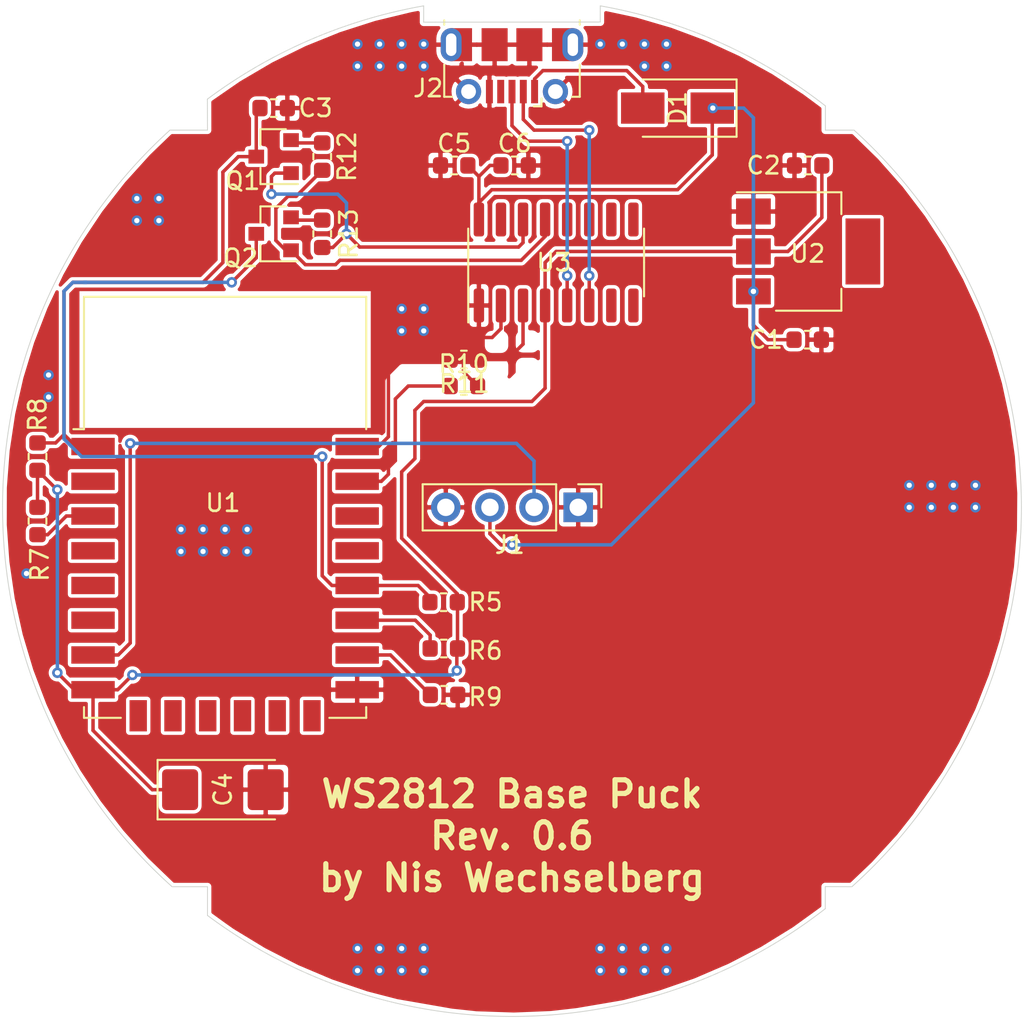
<source format=kicad_pcb>
(kicad_pcb (version 20171130) (host pcbnew 5.1.6-c6e7f7d~87~ubuntu20.04.1)

  (general
    (thickness 1.6)
    (drawings 17)
    (tracks 237)
    (zones 0)
    (modules 23)
    (nets 41)
  )

  (page A4)
  (layers
    (0 F.Cu signal)
    (31 B.Cu signal)
    (32 B.Adhes user)
    (33 F.Adhes user)
    (34 B.Paste user)
    (35 F.Paste user)
    (36 B.SilkS user)
    (37 F.SilkS user)
    (38 B.Mask user)
    (39 F.Mask user)
    (40 Dwgs.User user)
    (41 Cmts.User user)
    (42 Eco1.User user)
    (43 Eco2.User user)
    (44 Edge.Cuts user)
    (45 Margin user)
    (46 B.CrtYd user hide)
    (47 F.CrtYd user hide)
    (48 B.Fab user hide)
    (49 F.Fab user hide)
  )

  (setup
    (last_trace_width 0.2)
    (trace_clearance 0.2)
    (zone_clearance 0.2)
    (zone_45_only no)
    (trace_min 0.2)
    (via_size 0.6)
    (via_drill 0.3)
    (via_min_size 0.6)
    (via_min_drill 0.3)
    (uvia_size 0.6)
    (uvia_drill 0.3)
    (uvias_allowed no)
    (uvia_min_size 0.6)
    (uvia_min_drill 0.2)
    (edge_width 0.05)
    (segment_width 0.2)
    (pcb_text_width 0.3)
    (pcb_text_size 1.5 1.5)
    (mod_edge_width 0.12)
    (mod_text_size 1 1)
    (mod_text_width 0.15)
    (pad_size 1.524 1.524)
    (pad_drill 0.762)
    (pad_to_mask_clearance 0.05)
    (aux_axis_origin 0 0)
    (visible_elements FFFFFF7F)
    (pcbplotparams
      (layerselection 0x010fc_ffffffff)
      (usegerberextensions false)
      (usegerberattributes true)
      (usegerberadvancedattributes true)
      (creategerberjobfile true)
      (excludeedgelayer true)
      (linewidth 0.100000)
      (plotframeref false)
      (viasonmask false)
      (mode 1)
      (useauxorigin false)
      (hpglpennumber 1)
      (hpglpenspeed 20)
      (hpglpendiameter 15.000000)
      (psnegative false)
      (psa4output false)
      (plotreference true)
      (plotvalue true)
      (plotinvisibletext false)
      (padsonsilk false)
      (subtractmaskfromsilk false)
      (outputformat 1)
      (mirror false)
      (drillshape 0)
      (scaleselection 1)
      (outputdirectory "Gerber/"))
  )

  (net 0 "")
  (net 1 +5V)
  (net 2 GND)
  (net 3 +3V3)
  (net 4 /nRST)
  (net 5 VBUS)
  (net 6 /GPIO16)
  (net 7 /GPIO13)
  (net 8 /D_N)
  (net 9 /OTG_ID)
  (net 10 /D_P)
  (net 11 "Net-(Q1-Pad2)")
  (net 12 /nRTS)
  (net 13 /nDTR)
  (net 14 "Net-(Q2-Pad2)")
  (net 15 /GPIO0)
  (net 16 /GPIO2)
  (net 17 /EN)
  (net 18 /GPIO15)
  (net 19 "Net-(R10-Pad2)")
  (net 20 /TXD0)
  (net 21 /RXD0)
  (net 22 "Net-(R11-Pad2)")
  (net 23 /ADC)
  (net 24 /GPIO14)
  (net 25 /GPIO12)
  (net 26 /CS0)
  (net 27 /MISO)
  (net 28 /GPIO9)
  (net 29 /GPIO10)
  (net 30 /MOSI)
  (net 31 /SCLK)
  (net 32 /GPIO4)
  (net 33 /GPIO5)
  (net 34 "Net-(U3-Pad7)")
  (net 35 "Net-(U3-Pad8)")
  (net 36 "Net-(U3-Pad9)")
  (net 37 "Net-(U3-Pad10)")
  (net 38 "Net-(U3-Pad11)")
  (net 39 "Net-(U3-Pad12)")
  (net 40 "Net-(U3-Pad15)")

  (net_class Default "This is the default net class."
    (clearance 0.2)
    (trace_width 0.2)
    (via_dia 0.6)
    (via_drill 0.3)
    (uvia_dia 0.6)
    (uvia_drill 0.3)
    (add_net +3V3)
    (add_net +5V)
    (add_net /ADC)
    (add_net /CS0)
    (add_net /D_N)
    (add_net /D_P)
    (add_net /EN)
    (add_net /GPIO0)
    (add_net /GPIO10)
    (add_net /GPIO12)
    (add_net /GPIO13)
    (add_net /GPIO14)
    (add_net /GPIO15)
    (add_net /GPIO16)
    (add_net /GPIO2)
    (add_net /GPIO4)
    (add_net /GPIO5)
    (add_net /GPIO9)
    (add_net /MISO)
    (add_net /MOSI)
    (add_net /OTG_ID)
    (add_net /RXD0)
    (add_net /SCLK)
    (add_net /TXD0)
    (add_net /nDTR)
    (add_net /nRST)
    (add_net /nRTS)
    (add_net GND)
    (add_net "Net-(Q1-Pad2)")
    (add_net "Net-(Q2-Pad2)")
    (add_net "Net-(R10-Pad2)")
    (add_net "Net-(R11-Pad2)")
    (add_net "Net-(U3-Pad10)")
    (add_net "Net-(U3-Pad11)")
    (add_net "Net-(U3-Pad12)")
    (add_net "Net-(U3-Pad15)")
    (add_net "Net-(U3-Pad7)")
    (add_net "Net-(U3-Pad8)")
    (add_net "Net-(U3-Pad9)")
    (add_net VBUS)
  )

  (module Connector_USB:USB_Micro-B_Molex-105017-0001 (layer F.Cu) (tedit 5A1DC0BE) (tstamp 5F0A31E6)
    (at 149.86 71.12 180)
    (descr http://www.molex.com/pdm_docs/sd/1050170001_sd.pdf)
    (tags "Micro-USB SMD Typ-B")
    (path /5F0DA8A6)
    (attr smd)
    (fp_text reference J2 (at 4.826 -1.27) (layer F.SilkS)
      (effects (font (size 1 1) (thickness 0.15)))
    )
    (fp_text value USB_B_Micro (at 0.3 4.3375) (layer F.Fab)
      (effects (font (size 1 1) (thickness 0.15)))
    )
    (fp_line (start -1.1 -2.1225) (end -1.1 -1.9125) (layer F.Fab) (width 0.1))
    (fp_line (start -1.5 -2.1225) (end -1.5 -1.9125) (layer F.Fab) (width 0.1))
    (fp_line (start -1.5 -2.1225) (end -1.1 -2.1225) (layer F.Fab) (width 0.1))
    (fp_line (start -1.1 -1.9125) (end -1.3 -1.7125) (layer F.Fab) (width 0.1))
    (fp_line (start -1.3 -1.7125) (end -1.5 -1.9125) (layer F.Fab) (width 0.1))
    (fp_line (start -1.7 -2.3125) (end -1.7 -1.8625) (layer F.SilkS) (width 0.12))
    (fp_line (start -1.7 -2.3125) (end -1.25 -2.3125) (layer F.SilkS) (width 0.12))
    (fp_line (start 3.9 -1.7625) (end 3.45 -1.7625) (layer F.SilkS) (width 0.12))
    (fp_line (start 3.9 0.0875) (end 3.9 -1.7625) (layer F.SilkS) (width 0.12))
    (fp_line (start -3.9 2.6375) (end -3.9 2.3875) (layer F.SilkS) (width 0.12))
    (fp_line (start -3.75 3.3875) (end -3.75 -1.6125) (layer F.Fab) (width 0.1))
    (fp_line (start -3.75 -1.6125) (end 3.75 -1.6125) (layer F.Fab) (width 0.1))
    (fp_line (start -3.75 3.389204) (end 3.75 3.389204) (layer F.Fab) (width 0.1))
    (fp_line (start -3 2.689204) (end 3 2.689204) (layer F.Fab) (width 0.1))
    (fp_line (start 3.75 3.3875) (end 3.75 -1.6125) (layer F.Fab) (width 0.1))
    (fp_line (start 3.9 2.6375) (end 3.9 2.3875) (layer F.SilkS) (width 0.12))
    (fp_line (start -3.9 0.0875) (end -3.9 -1.7625) (layer F.SilkS) (width 0.12))
    (fp_line (start -3.9 -1.7625) (end -3.45 -1.7625) (layer F.SilkS) (width 0.12))
    (fp_line (start -4.4 3.64) (end -4.4 -2.46) (layer F.CrtYd) (width 0.05))
    (fp_line (start -4.4 -2.46) (end 4.4 -2.46) (layer F.CrtYd) (width 0.05))
    (fp_line (start 4.4 -2.46) (end 4.4 3.64) (layer F.CrtYd) (width 0.05))
    (fp_line (start -4.4 3.64) (end 4.4 3.64) (layer F.CrtYd) (width 0.05))
    (fp_text user "PCB Edge" (at 0 2.6875) (layer Dwgs.User)
      (effects (font (size 0.5 0.5) (thickness 0.08)))
    )
    (fp_text user %R (at 0 0.8875) (layer F.Fab)
      (effects (font (size 1 1) (thickness 0.15)))
    )
    (pad 6 smd rect (at 1 1.2375 180) (size 1.5 1.9) (layers F.Cu F.Paste F.Mask)
      (net 2 GND))
    (pad 6 thru_hole circle (at -2.5 -1.4625 180) (size 1.45 1.45) (drill 0.85) (layers *.Cu *.Mask)
      (net 2 GND))
    (pad 2 smd rect (at -0.65 -1.4625 180) (size 0.4 1.35) (layers F.Cu F.Paste F.Mask)
      (net 8 /D_N))
    (pad 1 smd rect (at -1.3 -1.4625 180) (size 0.4 1.35) (layers F.Cu F.Paste F.Mask)
      (net 5 VBUS))
    (pad 5 smd rect (at 1.3 -1.4625 180) (size 0.4 1.35) (layers F.Cu F.Paste F.Mask)
      (net 2 GND))
    (pad 4 smd rect (at 0.65 -1.4625 180) (size 0.4 1.35) (layers F.Cu F.Paste F.Mask)
      (net 9 /OTG_ID))
    (pad 3 smd rect (at 0 -1.4625 180) (size 0.4 1.35) (layers F.Cu F.Paste F.Mask)
      (net 10 /D_P))
    (pad 6 thru_hole circle (at 2.5 -1.4625 180) (size 1.45 1.45) (drill 0.85) (layers *.Cu *.Mask)
      (net 2 GND))
    (pad 6 smd rect (at -1 1.2375 180) (size 1.5 1.9) (layers F.Cu F.Paste F.Mask)
      (net 2 GND))
    (pad 6 thru_hole oval (at -3.5 1.2375) (size 1.2 1.9) (drill oval 0.6 1.3) (layers *.Cu *.Mask)
      (net 2 GND))
    (pad 6 thru_hole oval (at 3.5 1.2375 180) (size 1.2 1.9) (drill oval 0.6 1.3) (layers *.Cu *.Mask)
      (net 2 GND))
    (pad 6 smd rect (at 2.9 1.2375 180) (size 1.2 1.9) (layers F.Cu F.Mask)
      (net 2 GND))
    (pad 6 smd rect (at -2.9 1.2375 180) (size 1.2 1.9) (layers F.Cu F.Mask)
      (net 2 GND))
    (model ${KISYS3DMOD}/Connector_USB.3dshapes/USB_Micro-B_Molex-105017-0001.wrl
      (at (xyz 0 0 0))
      (scale (xyz 1 1 1))
      (rotate (xyz 0 0 0))
    )
  )

  (module RF_Module:ESP-12E (layer F.Cu) (tedit 5A030172) (tstamp 5F225E2C)
    (at 133.35 96.52)
    (descr "Wi-Fi Module, http://wiki.ai-thinker.com/_media/esp8266/docs/aithinker_esp_12f_datasheet_en.pdf")
    (tags "Wi-Fi Module")
    (path /5F099E28)
    (attr smd)
    (fp_text reference U1 (at -0.127 -0.254) (layer F.SilkS)
      (effects (font (size 1 1) (thickness 0.15)))
    )
    (fp_text value ESP-12E (at -0.06 -12.78) (layer F.Fab)
      (effects (font (size 1 1) (thickness 0.15)))
    )
    (fp_line (start 5.56 -4.8) (end 8.12 -7.36) (layer Dwgs.User) (width 0.12))
    (fp_line (start 2.56 -4.8) (end 8.12 -10.36) (layer Dwgs.User) (width 0.12))
    (fp_line (start -0.44 -4.8) (end 6.88 -12.12) (layer Dwgs.User) (width 0.12))
    (fp_line (start -3.44 -4.8) (end 3.88 -12.12) (layer Dwgs.User) (width 0.12))
    (fp_line (start -6.44 -4.8) (end 0.88 -12.12) (layer Dwgs.User) (width 0.12))
    (fp_line (start -8.12 -6.12) (end -2.12 -12.12) (layer Dwgs.User) (width 0.12))
    (fp_line (start -8.12 -9.12) (end -5.12 -12.12) (layer Dwgs.User) (width 0.12))
    (fp_line (start -8.12 -4.8) (end -8.12 -12.12) (layer Dwgs.User) (width 0.12))
    (fp_line (start 8.12 -4.8) (end -8.12 -4.8) (layer Dwgs.User) (width 0.12))
    (fp_line (start 8.12 -12.12) (end 8.12 -4.8) (layer Dwgs.User) (width 0.12))
    (fp_line (start -8.12 -12.12) (end 8.12 -12.12) (layer Dwgs.User) (width 0.12))
    (fp_line (start -8.12 -4.5) (end -8.73 -4.5) (layer F.SilkS) (width 0.12))
    (fp_line (start -8.12 -4.5) (end -8.12 -12.12) (layer F.SilkS) (width 0.12))
    (fp_line (start -8.12 12.12) (end -8.12 11.5) (layer F.SilkS) (width 0.12))
    (fp_line (start -6 12.12) (end -8.12 12.12) (layer F.SilkS) (width 0.12))
    (fp_line (start 8.12 12.12) (end 6 12.12) (layer F.SilkS) (width 0.12))
    (fp_line (start 8.12 11.5) (end 8.12 12.12) (layer F.SilkS) (width 0.12))
    (fp_line (start 8.12 -12.12) (end 8.12 -4.5) (layer F.SilkS) (width 0.12))
    (fp_line (start -8.12 -12.12) (end 8.12 -12.12) (layer F.SilkS) (width 0.12))
    (fp_line (start -9.05 13.1) (end -9.05 -12.2) (layer F.CrtYd) (width 0.05))
    (fp_line (start 9.05 13.1) (end -9.05 13.1) (layer F.CrtYd) (width 0.05))
    (fp_line (start 9.05 -12.2) (end 9.05 13.1) (layer F.CrtYd) (width 0.05))
    (fp_line (start -9.05 -12.2) (end 9.05 -12.2) (layer F.CrtYd) (width 0.05))
    (fp_line (start -8 -4) (end -8 -12) (layer F.Fab) (width 0.12))
    (fp_line (start -7.5 -3.5) (end -8 -4) (layer F.Fab) (width 0.12))
    (fp_line (start -8 -3) (end -7.5 -3.5) (layer F.Fab) (width 0.12))
    (fp_line (start -8 12) (end -8 -3) (layer F.Fab) (width 0.12))
    (fp_line (start 8 12) (end -8 12) (layer F.Fab) (width 0.12))
    (fp_line (start 8 -12) (end 8 12) (layer F.Fab) (width 0.12))
    (fp_line (start -8 -12) (end 8 -12) (layer F.Fab) (width 0.12))
    (fp_text user Antenna (at -0.06 -7 180) (layer Cmts.User)
      (effects (font (size 1 1) (thickness 0.15)))
    )
    (fp_text user "KEEP-OUT ZONE" (at 0.03 -9.55 180) (layer Cmts.User)
      (effects (font (size 1 1) (thickness 0.15)))
    )
    (fp_text user %R (at 0.49 -0.8) (layer F.Fab)
      (effects (font (size 1 1) (thickness 0.15)))
    )
    (pad 1 smd rect (at -7.6 -3.5) (size 2.5 1) (layers F.Cu F.Paste F.Mask)
      (net 4 /nRST))
    (pad 2 smd rect (at -7.6 -1.5) (size 2.5 1) (layers F.Cu F.Paste F.Mask)
      (net 23 /ADC))
    (pad 3 smd rect (at -7.6 0.5) (size 2.5 1) (layers F.Cu F.Paste F.Mask)
      (net 17 /EN))
    (pad 4 smd rect (at -7.6 2.5) (size 2.5 1) (layers F.Cu F.Paste F.Mask)
      (net 6 /GPIO16))
    (pad 5 smd rect (at -7.6 4.5) (size 2.5 1) (layers F.Cu F.Paste F.Mask)
      (net 24 /GPIO14))
    (pad 6 smd rect (at -7.6 6.5) (size 2.5 1) (layers F.Cu F.Paste F.Mask)
      (net 25 /GPIO12))
    (pad 7 smd rect (at -7.6 8.5) (size 2.5 1) (layers F.Cu F.Paste F.Mask)
      (net 7 /GPIO13))
    (pad 8 smd rect (at -7.6 10.5) (size 2.5 1) (layers F.Cu F.Paste F.Mask)
      (net 3 +3V3))
    (pad 9 smd rect (at -5 12) (size 1 1.8) (layers F.Cu F.Paste F.Mask)
      (net 26 /CS0))
    (pad 10 smd rect (at -3 12) (size 1 1.8) (layers F.Cu F.Paste F.Mask)
      (net 27 /MISO))
    (pad 11 smd rect (at -1 12) (size 1 1.8) (layers F.Cu F.Paste F.Mask)
      (net 28 /GPIO9))
    (pad 12 smd rect (at 1 12) (size 1 1.8) (layers F.Cu F.Paste F.Mask)
      (net 29 /GPIO10))
    (pad 13 smd rect (at 3 12) (size 1 1.8) (layers F.Cu F.Paste F.Mask)
      (net 30 /MOSI))
    (pad 14 smd rect (at 5 12) (size 1 1.8) (layers F.Cu F.Paste F.Mask)
      (net 31 /SCLK))
    (pad 15 smd rect (at 7.6 10.5) (size 2.5 1) (layers F.Cu F.Paste F.Mask)
      (net 2 GND))
    (pad 16 smd rect (at 7.6 8.5) (size 2.5 1) (layers F.Cu F.Paste F.Mask)
      (net 18 /GPIO15))
    (pad 17 smd rect (at 7.6 6.5) (size 2.5 1) (layers F.Cu F.Paste F.Mask)
      (net 16 /GPIO2))
    (pad 18 smd rect (at 7.6 4.5) (size 2.5 1) (layers F.Cu F.Paste F.Mask)
      (net 15 /GPIO0))
    (pad 19 smd rect (at 7.6 2.5) (size 2.5 1) (layers F.Cu F.Paste F.Mask)
      (net 32 /GPIO4))
    (pad 20 smd rect (at 7.6 0.5) (size 2.5 1) (layers F.Cu F.Paste F.Mask)
      (net 33 /GPIO5))
    (pad 21 smd rect (at 7.6 -1.5) (size 2.5 1) (layers F.Cu F.Paste F.Mask)
      (net 21 /RXD0))
    (pad 22 smd rect (at 7.6 -3.5) (size 2.5 1) (layers F.Cu F.Paste F.Mask)
      (net 20 /TXD0))
    (model ${KISYS3DMOD}/RF_Module.3dshapes/ESP-12E.wrl
      (at (xyz 0 0 0))
      (scale (xyz 1 1 1))
      (rotate (xyz 0 0 0))
    )
  )

  (module Package_TO_SOT_SMD:SOT-223 (layer F.Cu) (tedit 5A02FF57) (tstamp 5F225EE0)
    (at 166.903 81.788)
    (descr "module CMS SOT223 4 pins")
    (tags "CMS SOT")
    (path /5F1DFC0E)
    (attr smd)
    (fp_text reference U2 (at -0.025 0.127) (layer F.SilkS)
      (effects (font (size 1 1) (thickness 0.15)))
    )
    (fp_text value LM1117-3.3 (at 0 4.5) (layer F.Fab)
      (effects (font (size 1 1) (thickness 0.15)))
    )
    (fp_line (start 1.85 -3.35) (end 1.85 3.35) (layer F.Fab) (width 0.1))
    (fp_line (start -1.85 3.35) (end 1.85 3.35) (layer F.Fab) (width 0.1))
    (fp_line (start -4.1 -3.41) (end 1.91 -3.41) (layer F.SilkS) (width 0.12))
    (fp_line (start -0.8 -3.35) (end 1.85 -3.35) (layer F.Fab) (width 0.1))
    (fp_line (start -1.85 3.41) (end 1.91 3.41) (layer F.SilkS) (width 0.12))
    (fp_line (start -1.85 -2.3) (end -1.85 3.35) (layer F.Fab) (width 0.1))
    (fp_line (start -4.4 -3.6) (end -4.4 3.6) (layer F.CrtYd) (width 0.05))
    (fp_line (start -4.4 3.6) (end 4.4 3.6) (layer F.CrtYd) (width 0.05))
    (fp_line (start 4.4 3.6) (end 4.4 -3.6) (layer F.CrtYd) (width 0.05))
    (fp_line (start 4.4 -3.6) (end -4.4 -3.6) (layer F.CrtYd) (width 0.05))
    (fp_line (start 1.91 -3.41) (end 1.91 -2.15) (layer F.SilkS) (width 0.12))
    (fp_line (start 1.91 3.41) (end 1.91 2.15) (layer F.SilkS) (width 0.12))
    (fp_line (start -1.85 -2.3) (end -0.8 -3.35) (layer F.Fab) (width 0.1))
    (fp_text user %R (at 0 0 90) (layer F.Fab)
      (effects (font (size 0.8 0.8) (thickness 0.12)))
    )
    (pad 4 smd rect (at 3.15 0) (size 2 3.8) (layers F.Cu F.Paste F.Mask))
    (pad 2 smd rect (at -3.15 0) (size 2 1.5) (layers F.Cu F.Paste F.Mask)
      (net 3 +3V3))
    (pad 3 smd rect (at -3.15 2.3) (size 2 1.5) (layers F.Cu F.Paste F.Mask)
      (net 1 +5V))
    (pad 1 smd rect (at -3.15 -2.3) (size 2 1.5) (layers F.Cu F.Paste F.Mask)
      (net 2 GND))
    (model ${KISYS3DMOD}/Package_TO_SOT_SMD.3dshapes/SOT-223.wrl
      (at (xyz 0 0 0))
      (scale (xyz 1 1 1))
      (rotate (xyz 0 0 0))
    )
  )

  (module Package_SO:SOIC-16_3.9x9.9mm_P1.27mm (layer F.Cu) (tedit 5D9F72B1) (tstamp 5F0A33A0)
    (at 152.4 82.423 90)
    (descr "SOIC, 16 Pin (JEDEC MS-012AC, https://www.analog.com/media/en/package-pcb-resources/package/pkg_pdf/soic_narrow-r/r_16.pdf), generated with kicad-footprint-generator ipc_gullwing_generator.py")
    (tags "SOIC SO")
    (path /5F0D90C6)
    (attr smd)
    (fp_text reference U3 (at 0 -0.127 180) (layer F.SilkS)
      (effects (font (size 1 1) (thickness 0.15)))
    )
    (fp_text value CH340C (at 0 5.9 90) (layer F.Fab)
      (effects (font (size 1 1) (thickness 0.15)))
    )
    (fp_line (start 3.7 -5.2) (end -3.7 -5.2) (layer F.CrtYd) (width 0.05))
    (fp_line (start 3.7 5.2) (end 3.7 -5.2) (layer F.CrtYd) (width 0.05))
    (fp_line (start -3.7 5.2) (end 3.7 5.2) (layer F.CrtYd) (width 0.05))
    (fp_line (start -3.7 -5.2) (end -3.7 5.2) (layer F.CrtYd) (width 0.05))
    (fp_line (start -1.95 -3.975) (end -0.975 -4.95) (layer F.Fab) (width 0.1))
    (fp_line (start -1.95 4.95) (end -1.95 -3.975) (layer F.Fab) (width 0.1))
    (fp_line (start 1.95 4.95) (end -1.95 4.95) (layer F.Fab) (width 0.1))
    (fp_line (start 1.95 -4.95) (end 1.95 4.95) (layer F.Fab) (width 0.1))
    (fp_line (start -0.975 -4.95) (end 1.95 -4.95) (layer F.Fab) (width 0.1))
    (fp_line (start 0 -5.06) (end -3.45 -5.06) (layer F.SilkS) (width 0.12))
    (fp_line (start 0 -5.06) (end 1.95 -5.06) (layer F.SilkS) (width 0.12))
    (fp_line (start 0 5.06) (end -1.95 5.06) (layer F.SilkS) (width 0.12))
    (fp_line (start 0 5.06) (end 1.95 5.06) (layer F.SilkS) (width 0.12))
    (fp_text user %R (at 0 0 90) (layer F.Fab)
      (effects (font (size 0.98 0.98) (thickness 0.15)))
    )
    (pad 1 smd roundrect (at -2.475 -4.445 90) (size 1.95 0.6) (layers F.Cu F.Paste F.Mask) (roundrect_rratio 0.25)
      (net 2 GND))
    (pad 2 smd roundrect (at -2.475 -3.175 90) (size 1.95 0.6) (layers F.Cu F.Paste F.Mask) (roundrect_rratio 0.25)
      (net 19 "Net-(R10-Pad2)"))
    (pad 3 smd roundrect (at -2.475 -1.905 90) (size 1.95 0.6) (layers F.Cu F.Paste F.Mask) (roundrect_rratio 0.25)
      (net 22 "Net-(R11-Pad2)"))
    (pad 4 smd roundrect (at -2.475 -0.635 90) (size 1.95 0.6) (layers F.Cu F.Paste F.Mask) (roundrect_rratio 0.25)
      (net 3 +3V3))
    (pad 5 smd roundrect (at -2.475 0.635 90) (size 1.95 0.6) (layers F.Cu F.Paste F.Mask) (roundrect_rratio 0.25)
      (net 10 /D_P))
    (pad 6 smd roundrect (at -2.475 1.905 90) (size 1.95 0.6) (layers F.Cu F.Paste F.Mask) (roundrect_rratio 0.25)
      (net 8 /D_N))
    (pad 7 smd roundrect (at -2.475 3.175 90) (size 1.95 0.6) (layers F.Cu F.Paste F.Mask) (roundrect_rratio 0.25)
      (net 34 "Net-(U3-Pad7)"))
    (pad 8 smd roundrect (at -2.475 4.445 90) (size 1.95 0.6) (layers F.Cu F.Paste F.Mask) (roundrect_rratio 0.25)
      (net 35 "Net-(U3-Pad8)"))
    (pad 9 smd roundrect (at 2.475 4.445 90) (size 1.95 0.6) (layers F.Cu F.Paste F.Mask) (roundrect_rratio 0.25)
      (net 36 "Net-(U3-Pad9)"))
    (pad 10 smd roundrect (at 2.475 3.175 90) (size 1.95 0.6) (layers F.Cu F.Paste F.Mask) (roundrect_rratio 0.25)
      (net 37 "Net-(U3-Pad10)"))
    (pad 11 smd roundrect (at 2.475 1.905 90) (size 1.95 0.6) (layers F.Cu F.Paste F.Mask) (roundrect_rratio 0.25)
      (net 38 "Net-(U3-Pad11)"))
    (pad 12 smd roundrect (at 2.475 0.635 90) (size 1.95 0.6) (layers F.Cu F.Paste F.Mask) (roundrect_rratio 0.25)
      (net 39 "Net-(U3-Pad12)"))
    (pad 13 smd roundrect (at 2.475 -0.635 90) (size 1.95 0.6) (layers F.Cu F.Paste F.Mask) (roundrect_rratio 0.25)
      (net 13 /nDTR))
    (pad 14 smd roundrect (at 2.475 -1.905 90) (size 1.95 0.6) (layers F.Cu F.Paste F.Mask) (roundrect_rratio 0.25)
      (net 12 /nRTS))
    (pad 15 smd roundrect (at 2.475 -3.175 90) (size 1.95 0.6) (layers F.Cu F.Paste F.Mask) (roundrect_rratio 0.25)
      (net 40 "Net-(U3-Pad15)"))
    (pad 16 smd roundrect (at 2.475 -4.445 90) (size 1.95 0.6) (layers F.Cu F.Paste F.Mask) (roundrect_rratio 0.25)
      (net 1 +5V))
    (model ${KISYS3DMOD}/Package_SO.3dshapes/SOIC-16_3.9x9.9mm_P1.27mm.wrl
      (at (xyz 0 0 0))
      (scale (xyz 1 1 1))
      (rotate (xyz 0 0 0))
    )
  )

  (module Capacitor_SMD:C_0603_1608Metric (layer F.Cu) (tedit 5B301BBE) (tstamp 5F225817)
    (at 166.878 86.868)
    (descr "Capacitor SMD 0603 (1608 Metric), square (rectangular) end terminal, IPC_7351 nominal, (Body size source: http://www.tortai-tech.com/upload/download/2011102023233369053.pdf), generated with kicad-footprint-generator")
    (tags capacitor)
    (path /5F1F15B2)
    (attr smd)
    (fp_text reference C1 (at -2.413 0) (layer F.SilkS)
      (effects (font (size 1 1) (thickness 0.15)))
    )
    (fp_text value 10uF (at 0 1.43) (layer F.Fab)
      (effects (font (size 1 1) (thickness 0.15)))
    )
    (fp_line (start -0.8 0.4) (end -0.8 -0.4) (layer F.Fab) (width 0.1))
    (fp_line (start -0.8 -0.4) (end 0.8 -0.4) (layer F.Fab) (width 0.1))
    (fp_line (start 0.8 -0.4) (end 0.8 0.4) (layer F.Fab) (width 0.1))
    (fp_line (start 0.8 0.4) (end -0.8 0.4) (layer F.Fab) (width 0.1))
    (fp_line (start -0.162779 -0.51) (end 0.162779 -0.51) (layer F.SilkS) (width 0.12))
    (fp_line (start -0.162779 0.51) (end 0.162779 0.51) (layer F.SilkS) (width 0.12))
    (fp_line (start -1.48 0.73) (end -1.48 -0.73) (layer F.CrtYd) (width 0.05))
    (fp_line (start -1.48 -0.73) (end 1.48 -0.73) (layer F.CrtYd) (width 0.05))
    (fp_line (start 1.48 -0.73) (end 1.48 0.73) (layer F.CrtYd) (width 0.05))
    (fp_line (start 1.48 0.73) (end -1.48 0.73) (layer F.CrtYd) (width 0.05))
    (fp_text user %R (at 0 0) (layer F.Fab)
      (effects (font (size 0.4 0.4) (thickness 0.06)))
    )
    (pad 1 smd roundrect (at -0.7875 0) (size 0.875 0.95) (layers F.Cu F.Paste F.Mask) (roundrect_rratio 0.25)
      (net 1 +5V))
    (pad 2 smd roundrect (at 0.7875 0) (size 0.875 0.95) (layers F.Cu F.Paste F.Mask) (roundrect_rratio 0.25)
      (net 2 GND))
    (model ${KISYS3DMOD}/Capacitor_SMD.3dshapes/C_0603_1608Metric.wrl
      (at (xyz 0 0 0))
      (scale (xyz 1 1 1))
      (rotate (xyz 0 0 0))
    )
  )

  (module Capacitor_SMD:C_0603_1608Metric (layer F.Cu) (tedit 5B301BBE) (tstamp 5F225827)
    (at 166.9035 76.835 180)
    (descr "Capacitor SMD 0603 (1608 Metric), square (rectangular) end terminal, IPC_7351 nominal, (Body size source: http://www.tortai-tech.com/upload/download/2011102023233369053.pdf), generated with kicad-footprint-generator")
    (tags capacitor)
    (path /5F1F1D9F)
    (attr smd)
    (fp_text reference C2 (at 2.5655 0) (layer F.SilkS)
      (effects (font (size 1 1) (thickness 0.15)))
    )
    (fp_text value 10uF (at 0 1.43) (layer F.Fab)
      (effects (font (size 1 1) (thickness 0.15)))
    )
    (fp_line (start 1.48 0.73) (end -1.48 0.73) (layer F.CrtYd) (width 0.05))
    (fp_line (start 1.48 -0.73) (end 1.48 0.73) (layer F.CrtYd) (width 0.05))
    (fp_line (start -1.48 -0.73) (end 1.48 -0.73) (layer F.CrtYd) (width 0.05))
    (fp_line (start -1.48 0.73) (end -1.48 -0.73) (layer F.CrtYd) (width 0.05))
    (fp_line (start -0.162779 0.51) (end 0.162779 0.51) (layer F.SilkS) (width 0.12))
    (fp_line (start -0.162779 -0.51) (end 0.162779 -0.51) (layer F.SilkS) (width 0.12))
    (fp_line (start 0.8 0.4) (end -0.8 0.4) (layer F.Fab) (width 0.1))
    (fp_line (start 0.8 -0.4) (end 0.8 0.4) (layer F.Fab) (width 0.1))
    (fp_line (start -0.8 -0.4) (end 0.8 -0.4) (layer F.Fab) (width 0.1))
    (fp_line (start -0.8 0.4) (end -0.8 -0.4) (layer F.Fab) (width 0.1))
    (fp_text user %R (at 0 0) (layer F.Fab)
      (effects (font (size 0.4 0.4) (thickness 0.06)))
    )
    (pad 2 smd roundrect (at 0.7875 0 180) (size 0.875 0.95) (layers F.Cu F.Paste F.Mask) (roundrect_rratio 0.25)
      (net 2 GND))
    (pad 1 smd roundrect (at -0.7875 0 180) (size 0.875 0.95) (layers F.Cu F.Paste F.Mask) (roundrect_rratio 0.25)
      (net 3 +3V3))
    (model ${KISYS3DMOD}/Capacitor_SMD.3dshapes/C_0603_1608Metric.wrl
      (at (xyz 0 0 0))
      (scale (xyz 1 1 1))
      (rotate (xyz 0 0 0))
    )
  )

  (module Capacitor_SMD:C_0603_1608Metric (layer F.Cu) (tedit 5B301BBE) (tstamp 5F225837)
    (at 136.144 73.533)
    (descr "Capacitor SMD 0603 (1608 Metric), square (rectangular) end terminal, IPC_7351 nominal, (Body size source: http://www.tortai-tech.com/upload/download/2011102023233369053.pdf), generated with kicad-footprint-generator")
    (tags capacitor)
    (path /5F0C38DC)
    (attr smd)
    (fp_text reference C3 (at 2.413 0) (layer F.SilkS)
      (effects (font (size 1 1) (thickness 0.15)))
    )
    (fp_text value 100nF (at 0 1.43) (layer F.Fab)
      (effects (font (size 1 1) (thickness 0.15)))
    )
    (fp_line (start -0.8 0.4) (end -0.8 -0.4) (layer F.Fab) (width 0.1))
    (fp_line (start -0.8 -0.4) (end 0.8 -0.4) (layer F.Fab) (width 0.1))
    (fp_line (start 0.8 -0.4) (end 0.8 0.4) (layer F.Fab) (width 0.1))
    (fp_line (start 0.8 0.4) (end -0.8 0.4) (layer F.Fab) (width 0.1))
    (fp_line (start -0.162779 -0.51) (end 0.162779 -0.51) (layer F.SilkS) (width 0.12))
    (fp_line (start -0.162779 0.51) (end 0.162779 0.51) (layer F.SilkS) (width 0.12))
    (fp_line (start -1.48 0.73) (end -1.48 -0.73) (layer F.CrtYd) (width 0.05))
    (fp_line (start -1.48 -0.73) (end 1.48 -0.73) (layer F.CrtYd) (width 0.05))
    (fp_line (start 1.48 -0.73) (end 1.48 0.73) (layer F.CrtYd) (width 0.05))
    (fp_line (start 1.48 0.73) (end -1.48 0.73) (layer F.CrtYd) (width 0.05))
    (fp_text user %R (at 0.009 0) (layer F.Fab)
      (effects (font (size 0.4 0.4) (thickness 0.06)))
    )
    (pad 1 smd roundrect (at -0.7875 0) (size 0.875 0.95) (layers F.Cu F.Paste F.Mask) (roundrect_rratio 0.25)
      (net 4 /nRST))
    (pad 2 smd roundrect (at 0.7875 0) (size 0.875 0.95) (layers F.Cu F.Paste F.Mask) (roundrect_rratio 0.25)
      (net 2 GND))
    (model ${KISYS3DMOD}/Capacitor_SMD.3dshapes/C_0603_1608Metric.wrl
      (at (xyz 0 0 0))
      (scale (xyz 1 1 1))
      (rotate (xyz 0 0 0))
    )
  )

  (module Capacitor_Tantalum_SMD:CP_EIA-6032-28_Kemet-C (layer F.Cu) (tedit 5B301BBE) (tstamp 5F225D59)
    (at 133.223 112.776)
    (descr "Tantalum Capacitor SMD Kemet-C (6032-28 Metric), IPC_7351 nominal, (Body size from: http://www.kemet.com/Lists/ProductCatalog/Attachments/253/KEM_TC101_STD.pdf), generated with kicad-footprint-generator")
    (tags "capacitor tantalum")
    (path /5F0D0F99)
    (attr smd)
    (fp_text reference C4 (at 0 0 90) (layer F.SilkS)
      (effects (font (size 1 1) (thickness 0.15)))
    )
    (fp_text value 100uF (at 0 2.55) (layer F.Fab)
      (effects (font (size 1 1) (thickness 0.15)))
    )
    (fp_line (start 3 -1.6) (end -2.2 -1.6) (layer F.Fab) (width 0.1))
    (fp_line (start -2.2 -1.6) (end -3 -0.8) (layer F.Fab) (width 0.1))
    (fp_line (start -3 -0.8) (end -3 1.6) (layer F.Fab) (width 0.1))
    (fp_line (start -3 1.6) (end 3 1.6) (layer F.Fab) (width 0.1))
    (fp_line (start 3 1.6) (end 3 -1.6) (layer F.Fab) (width 0.1))
    (fp_line (start 3 -1.71) (end -3.76 -1.71) (layer F.SilkS) (width 0.12))
    (fp_line (start -3.76 -1.71) (end -3.76 1.71) (layer F.SilkS) (width 0.12))
    (fp_line (start -3.76 1.71) (end 3 1.71) (layer F.SilkS) (width 0.12))
    (fp_line (start -3.75 1.85) (end -3.75 -1.85) (layer F.CrtYd) (width 0.05))
    (fp_line (start -3.75 -1.85) (end 3.75 -1.85) (layer F.CrtYd) (width 0.05))
    (fp_line (start 3.75 -1.85) (end 3.75 1.85) (layer F.CrtYd) (width 0.05))
    (fp_line (start 3.75 1.85) (end -3.75 1.85) (layer F.CrtYd) (width 0.05))
    (fp_text user %R (at 0 0) (layer F.Fab)
      (effects (font (size 1 1) (thickness 0.15)))
    )
    (pad 1 smd roundrect (at -2.4625 0) (size 2.075 2.35) (layers F.Cu F.Paste F.Mask) (roundrect_rratio 0.120482)
      (net 3 +3V3))
    (pad 2 smd roundrect (at 2.4625 0) (size 2.075 2.35) (layers F.Cu F.Paste F.Mask) (roundrect_rratio 0.120482)
      (net 2 GND))
    (model ${KISYS3DMOD}/Capacitor_Tantalum_SMD.3dshapes/CP_EIA-6032-28_Kemet-C.wrl
      (at (xyz 0 0 0))
      (scale (xyz 1 1 1))
      (rotate (xyz 0 0 0))
    )
  )

  (module Capacitor_SMD:C_0603_1608Metric (layer F.Cu) (tedit 5B301BBE) (tstamp 5F225859)
    (at 146.5325 76.835 180)
    (descr "Capacitor SMD 0603 (1608 Metric), square (rectangular) end terminal, IPC_7351 nominal, (Body size source: http://www.tortai-tech.com/upload/download/2011102023233369053.pdf), generated with kicad-footprint-generator")
    (tags capacitor)
    (path /5F129AFE)
    (attr smd)
    (fp_text reference C5 (at 0 1.27) (layer F.SilkS)
      (effects (font (size 1 1) (thickness 0.15)))
    )
    (fp_text value 10uF (at 0 1.43 270) (layer F.Fab)
      (effects (font (size 1 1) (thickness 0.15)))
    )
    (fp_line (start 1.48 0.73) (end -1.48 0.73) (layer F.CrtYd) (width 0.05))
    (fp_line (start 1.48 -0.73) (end 1.48 0.73) (layer F.CrtYd) (width 0.05))
    (fp_line (start -1.48 -0.73) (end 1.48 -0.73) (layer F.CrtYd) (width 0.05))
    (fp_line (start -1.48 0.73) (end -1.48 -0.73) (layer F.CrtYd) (width 0.05))
    (fp_line (start -0.162779 0.51) (end 0.162779 0.51) (layer F.SilkS) (width 0.12))
    (fp_line (start -0.162779 -0.51) (end 0.162779 -0.51) (layer F.SilkS) (width 0.12))
    (fp_line (start 0.8 0.4) (end -0.8 0.4) (layer F.Fab) (width 0.1))
    (fp_line (start 0.8 -0.4) (end 0.8 0.4) (layer F.Fab) (width 0.1))
    (fp_line (start -0.8 -0.4) (end 0.8 -0.4) (layer F.Fab) (width 0.1))
    (fp_line (start -0.8 0.4) (end -0.8 -0.4) (layer F.Fab) (width 0.1))
    (fp_text user %R (at 0 0) (layer F.Fab)
      (effects (font (size 0.4 0.4) (thickness 0.06)))
    )
    (pad 2 smd roundrect (at 0.7875 0 180) (size 0.875 0.95) (layers F.Cu F.Paste F.Mask) (roundrect_rratio 0.25)
      (net 2 GND))
    (pad 1 smd roundrect (at -0.7875 0 180) (size 0.875 0.95) (layers F.Cu F.Paste F.Mask) (roundrect_rratio 0.25)
      (net 1 +5V))
    (model ${KISYS3DMOD}/Capacitor_SMD.3dshapes/C_0603_1608Metric.wrl
      (at (xyz 0 0 0))
      (scale (xyz 1 1 1))
      (rotate (xyz 0 0 0))
    )
  )

  (module Capacitor_SMD:C_0603_1608Metric (layer F.Cu) (tedit 5B301BBE) (tstamp 5F226116)
    (at 150.0125 76.835)
    (descr "Capacitor SMD 0603 (1608 Metric), square (rectangular) end terminal, IPC_7351 nominal, (Body size source: http://www.tortai-tech.com/upload/download/2011102023233369053.pdf), generated with kicad-footprint-generator")
    (tags capacitor)
    (path /5F129FCD)
    (attr smd)
    (fp_text reference C6 (at 0 -1.27) (layer F.SilkS)
      (effects (font (size 1 1) (thickness 0.15)))
    )
    (fp_text value 100nF (at 0 1.43) (layer F.Fab)
      (effects (font (size 1 1) (thickness 0.15)))
    )
    (fp_line (start -0.8 0.4) (end -0.8 -0.4) (layer F.Fab) (width 0.1))
    (fp_line (start -0.8 -0.4) (end 0.8 -0.4) (layer F.Fab) (width 0.1))
    (fp_line (start 0.8 -0.4) (end 0.8 0.4) (layer F.Fab) (width 0.1))
    (fp_line (start 0.8 0.4) (end -0.8 0.4) (layer F.Fab) (width 0.1))
    (fp_line (start -0.162779 -0.51) (end 0.162779 -0.51) (layer F.SilkS) (width 0.12))
    (fp_line (start -0.162779 0.51) (end 0.162779 0.51) (layer F.SilkS) (width 0.12))
    (fp_line (start -1.48 0.73) (end -1.48 -0.73) (layer F.CrtYd) (width 0.05))
    (fp_line (start -1.48 -0.73) (end 1.48 -0.73) (layer F.CrtYd) (width 0.05))
    (fp_line (start 1.48 -0.73) (end 1.48 0.73) (layer F.CrtYd) (width 0.05))
    (fp_line (start 1.48 0.73) (end -1.48 0.73) (layer F.CrtYd) (width 0.05))
    (fp_text user %R (at 0 0) (layer F.Fab)
      (effects (font (size 0.4 0.4) (thickness 0.06)))
    )
    (pad 1 smd roundrect (at -0.7875 0) (size 0.875 0.95) (layers F.Cu F.Paste F.Mask) (roundrect_rratio 0.25)
      (net 1 +5V))
    (pad 2 smd roundrect (at 0.7875 0) (size 0.875 0.95) (layers F.Cu F.Paste F.Mask) (roundrect_rratio 0.25)
      (net 2 GND))
    (model ${KISYS3DMOD}/Capacitor_SMD.3dshapes/C_0603_1608Metric.wrl
      (at (xyz 0 0 0))
      (scale (xyz 1 1 1))
      (rotate (xyz 0 0 0))
    )
  )

  (module Diode_SMD:D_SMA (layer F.Cu) (tedit 586432E5) (tstamp 5F226322)
    (at 159.385 73.533 180)
    (descr "Diode SMA (DO-214AC)")
    (tags "Diode SMA (DO-214AC)")
    (path /5F1D547F)
    (attr smd)
    (fp_text reference D1 (at 0 0 90) (layer F.SilkS)
      (effects (font (size 1 1) (thickness 0.15)))
    )
    (fp_text value SS14 (at 0 2.6) (layer F.Fab)
      (effects (font (size 1 1) (thickness 0.15)))
    )
    (fp_line (start -3.4 -1.65) (end -3.4 1.65) (layer F.SilkS) (width 0.12))
    (fp_line (start 2.3 1.5) (end -2.3 1.5) (layer F.Fab) (width 0.1))
    (fp_line (start -2.3 1.5) (end -2.3 -1.5) (layer F.Fab) (width 0.1))
    (fp_line (start 2.3 -1.5) (end 2.3 1.5) (layer F.Fab) (width 0.1))
    (fp_line (start 2.3 -1.5) (end -2.3 -1.5) (layer F.Fab) (width 0.1))
    (fp_line (start -3.5 -1.75) (end 3.5 -1.75) (layer F.CrtYd) (width 0.05))
    (fp_line (start 3.5 -1.75) (end 3.5 1.75) (layer F.CrtYd) (width 0.05))
    (fp_line (start 3.5 1.75) (end -3.5 1.75) (layer F.CrtYd) (width 0.05))
    (fp_line (start -3.5 1.75) (end -3.5 -1.75) (layer F.CrtYd) (width 0.05))
    (fp_line (start -0.64944 0.00102) (end -1.55114 0.00102) (layer F.Fab) (width 0.1))
    (fp_line (start 0.50118 0.00102) (end 1.4994 0.00102) (layer F.Fab) (width 0.1))
    (fp_line (start -0.64944 -0.79908) (end -0.64944 0.80112) (layer F.Fab) (width 0.1))
    (fp_line (start 0.50118 0.75032) (end 0.50118 -0.79908) (layer F.Fab) (width 0.1))
    (fp_line (start -0.64944 0.00102) (end 0.50118 0.75032) (layer F.Fab) (width 0.1))
    (fp_line (start -0.64944 0.00102) (end 0.50118 -0.79908) (layer F.Fab) (width 0.1))
    (fp_line (start -3.4 1.65) (end 2 1.65) (layer F.SilkS) (width 0.12))
    (fp_line (start -3.4 -1.65) (end 2 -1.65) (layer F.SilkS) (width 0.12))
    (fp_text user %R (at 0 2.54) (layer F.Fab)
      (effects (font (size 1 1) (thickness 0.15)))
    )
    (pad 1 smd rect (at -2 0 180) (size 2.5 1.8) (layers F.Cu F.Paste F.Mask)
      (net 1 +5V))
    (pad 2 smd rect (at 2 0 180) (size 2.5 1.8) (layers F.Cu F.Paste F.Mask)
      (net 5 VBUS))
    (model ${KISYS3DMOD}/Diode_SMD.3dshapes/D_SMA.wrl
      (at (xyz 0 0 0))
      (scale (xyz 1 1 1))
      (rotate (xyz 0 0 0))
    )
  )

  (module Package_TO_SOT_SMD:SOT-23 (layer F.Cu) (tedit 5A02FF57) (tstamp 5F225890)
    (at 136.144 76.327 180)
    (descr "SOT-23, Standard")
    (tags SOT-23)
    (path /5F13F123)
    (attr smd)
    (fp_text reference Q1 (at 1.778 -1.397) (layer F.SilkS)
      (effects (font (size 1 1) (thickness 0.15)))
    )
    (fp_text value S8050 (at 0 2.5) (layer F.Fab)
      (effects (font (size 1 1) (thickness 0.15)))
    )
    (fp_line (start -0.7 -0.95) (end -0.7 1.5) (layer F.Fab) (width 0.1))
    (fp_line (start -0.15 -1.52) (end 0.7 -1.52) (layer F.Fab) (width 0.1))
    (fp_line (start -0.7 -0.95) (end -0.15 -1.52) (layer F.Fab) (width 0.1))
    (fp_line (start 0.7 -1.52) (end 0.7 1.52) (layer F.Fab) (width 0.1))
    (fp_line (start -0.7 1.52) (end 0.7 1.52) (layer F.Fab) (width 0.1))
    (fp_line (start 0.76 1.58) (end 0.76 0.65) (layer F.SilkS) (width 0.12))
    (fp_line (start 0.76 -1.58) (end 0.76 -0.65) (layer F.SilkS) (width 0.12))
    (fp_line (start -1.7 -1.75) (end 1.7 -1.75) (layer F.CrtYd) (width 0.05))
    (fp_line (start 1.7 -1.75) (end 1.7 1.75) (layer F.CrtYd) (width 0.05))
    (fp_line (start 1.7 1.75) (end -1.7 1.75) (layer F.CrtYd) (width 0.05))
    (fp_line (start -1.7 1.75) (end -1.7 -1.75) (layer F.CrtYd) (width 0.05))
    (fp_line (start 0.76 -1.58) (end -1.4 -1.58) (layer F.SilkS) (width 0.12))
    (fp_line (start 0.76 1.58) (end -0.7 1.58) (layer F.SilkS) (width 0.12))
    (fp_text user %R (at 0 0 270) (layer F.Fab)
      (effects (font (size 0.5 0.5) (thickness 0.075)))
    )
    (pad 1 smd rect (at -1 -0.95 180) (size 0.9 0.8) (layers F.Cu F.Paste F.Mask)
      (net 12 /nRTS))
    (pad 2 smd rect (at -1 0.95 180) (size 0.9 0.8) (layers F.Cu F.Paste F.Mask)
      (net 11 "Net-(Q1-Pad2)"))
    (pad 3 smd rect (at 1 0 180) (size 0.9 0.8) (layers F.Cu F.Paste F.Mask)
      (net 4 /nRST))
    (model ${KISYS3DMOD}/Package_TO_SOT_SMD.3dshapes/SOT-23.wrl
      (at (xyz 0 0 0))
      (scale (xyz 1 1 1))
      (rotate (xyz 0 0 0))
    )
  )

  (module Package_TO_SOT_SMD:SOT-23 (layer F.Cu) (tedit 5A02FF57) (tstamp 5F2258A4)
    (at 136.144 80.772 180)
    (descr "SOT-23, Standard")
    (tags SOT-23)
    (path /5F13F76B)
    (attr smd)
    (fp_text reference Q2 (at 1.905 -1.397) (layer F.SilkS)
      (effects (font (size 1 1) (thickness 0.15)))
    )
    (fp_text value S8050 (at 0 2.5) (layer F.Fab)
      (effects (font (size 1 1) (thickness 0.15)))
    )
    (fp_line (start 0.76 1.58) (end -0.7 1.58) (layer F.SilkS) (width 0.12))
    (fp_line (start 0.76 -1.58) (end -1.4 -1.58) (layer F.SilkS) (width 0.12))
    (fp_line (start -1.7 1.75) (end -1.7 -1.75) (layer F.CrtYd) (width 0.05))
    (fp_line (start 1.7 1.75) (end -1.7 1.75) (layer F.CrtYd) (width 0.05))
    (fp_line (start 1.7 -1.75) (end 1.7 1.75) (layer F.CrtYd) (width 0.05))
    (fp_line (start -1.7 -1.75) (end 1.7 -1.75) (layer F.CrtYd) (width 0.05))
    (fp_line (start 0.76 -1.58) (end 0.76 -0.65) (layer F.SilkS) (width 0.12))
    (fp_line (start 0.76 1.58) (end 0.76 0.65) (layer F.SilkS) (width 0.12))
    (fp_line (start -0.7 1.52) (end 0.7 1.52) (layer F.Fab) (width 0.1))
    (fp_line (start 0.7 -1.52) (end 0.7 1.52) (layer F.Fab) (width 0.1))
    (fp_line (start -0.7 -0.95) (end -0.15 -1.52) (layer F.Fab) (width 0.1))
    (fp_line (start -0.15 -1.52) (end 0.7 -1.52) (layer F.Fab) (width 0.1))
    (fp_line (start -0.7 -0.95) (end -0.7 1.5) (layer F.Fab) (width 0.1))
    (fp_text user %R (at 0 0 90) (layer F.Fab)
      (effects (font (size 0.5 0.5) (thickness 0.075)))
    )
    (pad 3 smd rect (at 1 0 180) (size 0.9 0.8) (layers F.Cu F.Paste F.Mask)
      (net 15 /GPIO0))
    (pad 2 smd rect (at -1 0.95 180) (size 0.9 0.8) (layers F.Cu F.Paste F.Mask)
      (net 14 "Net-(Q2-Pad2)"))
    (pad 1 smd rect (at -1 -0.95 180) (size 0.9 0.8) (layers F.Cu F.Paste F.Mask)
      (net 13 /nDTR))
    (model ${KISYS3DMOD}/Package_TO_SOT_SMD.3dshapes/SOT-23.wrl
      (at (xyz 0 0 0))
      (scale (xyz 1 1 1))
      (rotate (xyz 0 0 0))
    )
  )

  (module Resistor_SMD:R_0603_1608Metric (layer F.Cu) (tedit 5B301BBD) (tstamp 5F2258B8)
    (at 145.923 101.981)
    (descr "Resistor SMD 0603 (1608 Metric), square (rectangular) end terminal, IPC_7351 nominal, (Body size source: http://www.tortai-tech.com/upload/download/2011102023233369053.pdf), generated with kicad-footprint-generator")
    (tags resistor)
    (path /5F0B641E)
    (attr smd)
    (fp_text reference R5 (at 2.413 0) (layer F.SilkS)
      (effects (font (size 1 1) (thickness 0.15)))
    )
    (fp_text value 12k (at 0 1.43) (layer F.Fab)
      (effects (font (size 1 1) (thickness 0.15)))
    )
    (fp_line (start -0.8 0.4) (end -0.8 -0.4) (layer F.Fab) (width 0.1))
    (fp_line (start -0.8 -0.4) (end 0.8 -0.4) (layer F.Fab) (width 0.1))
    (fp_line (start 0.8 -0.4) (end 0.8 0.4) (layer F.Fab) (width 0.1))
    (fp_line (start 0.8 0.4) (end -0.8 0.4) (layer F.Fab) (width 0.1))
    (fp_line (start -0.162779 -0.51) (end 0.162779 -0.51) (layer F.SilkS) (width 0.12))
    (fp_line (start -0.162779 0.51) (end 0.162779 0.51) (layer F.SilkS) (width 0.12))
    (fp_line (start -1.48 0.73) (end -1.48 -0.73) (layer F.CrtYd) (width 0.05))
    (fp_line (start -1.48 -0.73) (end 1.48 -0.73) (layer F.CrtYd) (width 0.05))
    (fp_line (start 1.48 -0.73) (end 1.48 0.73) (layer F.CrtYd) (width 0.05))
    (fp_line (start 1.48 0.73) (end -1.48 0.73) (layer F.CrtYd) (width 0.05))
    (fp_text user %R (at 0 0) (layer F.Fab)
      (effects (font (size 0.4 0.4) (thickness 0.06)))
    )
    (pad 1 smd roundrect (at -0.7875 0) (size 0.875 0.95) (layers F.Cu F.Paste F.Mask) (roundrect_rratio 0.25)
      (net 15 /GPIO0))
    (pad 2 smd roundrect (at 0.7875 0) (size 0.875 0.95) (layers F.Cu F.Paste F.Mask) (roundrect_rratio 0.25)
      (net 3 +3V3))
    (model ${KISYS3DMOD}/Resistor_SMD.3dshapes/R_0603_1608Metric.wrl
      (at (xyz 0 0 0))
      (scale (xyz 1 1 1))
      (rotate (xyz 0 0 0))
    )
  )

  (module Resistor_SMD:R_0603_1608Metric (layer F.Cu) (tedit 5B301BBD) (tstamp 5F22795C)
    (at 145.937 104.648)
    (descr "Resistor SMD 0603 (1608 Metric), square (rectangular) end terminal, IPC_7351 nominal, (Body size source: http://www.tortai-tech.com/upload/download/2011102023233369053.pdf), generated with kicad-footprint-generator")
    (tags resistor)
    (path /5F0B72B8)
    (attr smd)
    (fp_text reference R6 (at 2.399 0.127) (layer F.SilkS)
      (effects (font (size 1 1) (thickness 0.15)))
    )
    (fp_text value 12k (at 0 1.43) (layer F.Fab)
      (effects (font (size 1 1) (thickness 0.15)))
    )
    (fp_line (start -0.8 0.4) (end -0.8 -0.4) (layer F.Fab) (width 0.1))
    (fp_line (start -0.8 -0.4) (end 0.8 -0.4) (layer F.Fab) (width 0.1))
    (fp_line (start 0.8 -0.4) (end 0.8 0.4) (layer F.Fab) (width 0.1))
    (fp_line (start 0.8 0.4) (end -0.8 0.4) (layer F.Fab) (width 0.1))
    (fp_line (start -0.162779 -0.51) (end 0.162779 -0.51) (layer F.SilkS) (width 0.12))
    (fp_line (start -0.162779 0.51) (end 0.162779 0.51) (layer F.SilkS) (width 0.12))
    (fp_line (start -1.48 0.73) (end -1.48 -0.73) (layer F.CrtYd) (width 0.05))
    (fp_line (start -1.48 -0.73) (end 1.48 -0.73) (layer F.CrtYd) (width 0.05))
    (fp_line (start 1.48 -0.73) (end 1.48 0.73) (layer F.CrtYd) (width 0.05))
    (fp_line (start 1.48 0.73) (end -1.48 0.73) (layer F.CrtYd) (width 0.05))
    (fp_text user %R (at 0 0) (layer F.Fab)
      (effects (font (size 0.4 0.4) (thickness 0.06)))
    )
    (pad 1 smd roundrect (at -0.7875 0) (size 0.875 0.95) (layers F.Cu F.Paste F.Mask) (roundrect_rratio 0.25)
      (net 16 /GPIO2))
    (pad 2 smd roundrect (at 0.7875 0) (size 0.875 0.95) (layers F.Cu F.Paste F.Mask) (roundrect_rratio 0.25)
      (net 3 +3V3))
    (model ${KISYS3DMOD}/Resistor_SMD.3dshapes/R_0603_1608Metric.wrl
      (at (xyz 0 0 0))
      (scale (xyz 1 1 1))
      (rotate (xyz 0 0 0))
    )
  )

  (module Resistor_SMD:R_0603_1608Metric (layer F.Cu) (tedit 5B301BBD) (tstamp 5F225B09)
    (at 122.555 97.3075 90)
    (descr "Resistor SMD 0603 (1608 Metric), square (rectangular) end terminal, IPC_7351 nominal, (Body size source: http://www.tortai-tech.com/upload/download/2011102023233369053.pdf), generated with kicad-footprint-generator")
    (tags resistor)
    (path /5F0B7630)
    (attr smd)
    (fp_text reference R7 (at -2.5145 0.127 90) (layer F.SilkS)
      (effects (font (size 1 1) (thickness 0.15)))
    )
    (fp_text value 12k (at 0 1.43 90) (layer F.Fab)
      (effects (font (size 1 1) (thickness 0.15)))
    )
    (fp_line (start 1.48 0.73) (end -1.48 0.73) (layer F.CrtYd) (width 0.05))
    (fp_line (start 1.48 -0.73) (end 1.48 0.73) (layer F.CrtYd) (width 0.05))
    (fp_line (start -1.48 -0.73) (end 1.48 -0.73) (layer F.CrtYd) (width 0.05))
    (fp_line (start -1.48 0.73) (end -1.48 -0.73) (layer F.CrtYd) (width 0.05))
    (fp_line (start -0.162779 0.51) (end 0.162779 0.51) (layer F.SilkS) (width 0.12))
    (fp_line (start -0.162779 -0.51) (end 0.162779 -0.51) (layer F.SilkS) (width 0.12))
    (fp_line (start 0.8 0.4) (end -0.8 0.4) (layer F.Fab) (width 0.1))
    (fp_line (start 0.8 -0.4) (end 0.8 0.4) (layer F.Fab) (width 0.1))
    (fp_line (start -0.8 -0.4) (end 0.8 -0.4) (layer F.Fab) (width 0.1))
    (fp_line (start -0.8 0.4) (end -0.8 -0.4) (layer F.Fab) (width 0.1))
    (fp_text user %R (at 0 0 90) (layer F.Fab)
      (effects (font (size 0.4 0.4) (thickness 0.06)))
    )
    (pad 2 smd roundrect (at 0.7875 0 90) (size 0.875 0.95) (layers F.Cu F.Paste F.Mask) (roundrect_rratio 0.25)
      (net 3 +3V3))
    (pad 1 smd roundrect (at -0.7875 0 90) (size 0.875 0.95) (layers F.Cu F.Paste F.Mask) (roundrect_rratio 0.25)
      (net 17 /EN))
    (model ${KISYS3DMOD}/Resistor_SMD.3dshapes/R_0603_1608Metric.wrl
      (at (xyz 0 0 0))
      (scale (xyz 1 1 1))
      (rotate (xyz 0 0 0))
    )
  )

  (module Resistor_SMD:R_0603_1608Metric (layer F.Cu) (tedit 5B301BBD) (tstamp 5F2258E8)
    (at 122.555 93.599 270)
    (descr "Resistor SMD 0603 (1608 Metric), square (rectangular) end terminal, IPC_7351 nominal, (Body size source: http://www.tortai-tech.com/upload/download/2011102023233369053.pdf), generated with kicad-footprint-generator")
    (tags resistor)
    (path /5F0B7852)
    (attr smd)
    (fp_text reference R8 (at -2.413 0 90) (layer F.SilkS)
      (effects (font (size 1 1) (thickness 0.15)))
    )
    (fp_text value 12k (at 0 1.43 90) (layer F.Fab)
      (effects (font (size 1 1) (thickness 0.15)))
    )
    (fp_line (start -0.8 0.4) (end -0.8 -0.4) (layer F.Fab) (width 0.1))
    (fp_line (start -0.8 -0.4) (end 0.8 -0.4) (layer F.Fab) (width 0.1))
    (fp_line (start 0.8 -0.4) (end 0.8 0.4) (layer F.Fab) (width 0.1))
    (fp_line (start 0.8 0.4) (end -0.8 0.4) (layer F.Fab) (width 0.1))
    (fp_line (start -0.162779 -0.51) (end 0.162779 -0.51) (layer F.SilkS) (width 0.12))
    (fp_line (start -0.162779 0.51) (end 0.162779 0.51) (layer F.SilkS) (width 0.12))
    (fp_line (start -1.48 0.73) (end -1.48 -0.73) (layer F.CrtYd) (width 0.05))
    (fp_line (start -1.48 -0.73) (end 1.48 -0.73) (layer F.CrtYd) (width 0.05))
    (fp_line (start 1.48 -0.73) (end 1.48 0.73) (layer F.CrtYd) (width 0.05))
    (fp_line (start 1.48 0.73) (end -1.48 0.73) (layer F.CrtYd) (width 0.05))
    (fp_text user %R (at 0 0 90) (layer F.Fab)
      (effects (font (size 0.4 0.4) (thickness 0.06)))
    )
    (pad 1 smd roundrect (at -0.7875 0 270) (size 0.875 0.95) (layers F.Cu F.Paste F.Mask) (roundrect_rratio 0.25)
      (net 4 /nRST))
    (pad 2 smd roundrect (at 0.7875 0 270) (size 0.875 0.95) (layers F.Cu F.Paste F.Mask) (roundrect_rratio 0.25)
      (net 3 +3V3))
    (model ${KISYS3DMOD}/Resistor_SMD.3dshapes/R_0603_1608Metric.wrl
      (at (xyz 0 0 0))
      (scale (xyz 1 1 1))
      (rotate (xyz 0 0 0))
    )
  )

  (module Resistor_SMD:R_0603_1608Metric (layer F.Cu) (tedit 5B301BBD) (tstamp 5F2258F8)
    (at 145.9485 107.315)
    (descr "Resistor SMD 0603 (1608 Metric), square (rectangular) end terminal, IPC_7351 nominal, (Body size source: http://www.tortai-tech.com/upload/download/2011102023233369053.pdf), generated with kicad-footprint-generator")
    (tags resistor)
    (path /5F0C041B)
    (attr smd)
    (fp_text reference R9 (at 2.3875 0.127) (layer F.SilkS)
      (effects (font (size 1 1) (thickness 0.15)))
    )
    (fp_text value 12k (at 0 1.43) (layer F.Fab)
      (effects (font (size 1 1) (thickness 0.15)))
    )
    (fp_line (start 1.48 0.73) (end -1.48 0.73) (layer F.CrtYd) (width 0.05))
    (fp_line (start 1.48 -0.73) (end 1.48 0.73) (layer F.CrtYd) (width 0.05))
    (fp_line (start -1.48 -0.73) (end 1.48 -0.73) (layer F.CrtYd) (width 0.05))
    (fp_line (start -1.48 0.73) (end -1.48 -0.73) (layer F.CrtYd) (width 0.05))
    (fp_line (start -0.162779 0.51) (end 0.162779 0.51) (layer F.SilkS) (width 0.12))
    (fp_line (start -0.162779 -0.51) (end 0.162779 -0.51) (layer F.SilkS) (width 0.12))
    (fp_line (start 0.8 0.4) (end -0.8 0.4) (layer F.Fab) (width 0.1))
    (fp_line (start 0.8 -0.4) (end 0.8 0.4) (layer F.Fab) (width 0.1))
    (fp_line (start -0.8 -0.4) (end 0.8 -0.4) (layer F.Fab) (width 0.1))
    (fp_line (start -0.8 0.4) (end -0.8 -0.4) (layer F.Fab) (width 0.1))
    (fp_text user %R (at 0 0) (layer F.Fab)
      (effects (font (size 0.4 0.4) (thickness 0.06)))
    )
    (pad 2 smd roundrect (at 0.7875 0) (size 0.875 0.95) (layers F.Cu F.Paste F.Mask) (roundrect_rratio 0.25)
      (net 2 GND))
    (pad 1 smd roundrect (at -0.7875 0) (size 0.875 0.95) (layers F.Cu F.Paste F.Mask) (roundrect_rratio 0.25)
      (net 18 /GPIO15))
    (model ${KISYS3DMOD}/Resistor_SMD.3dshapes/R_0603_1608Metric.wrl
      (at (xyz 0 0 0))
      (scale (xyz 1 1 1))
      (rotate (xyz 0 0 0))
    )
  )

  (module Resistor_SMD:R_0603_1608Metric (layer F.Cu) (tedit 5B301BBD) (tstamp 5F23020F)
    (at 147.0915 89.535)
    (descr "Resistor SMD 0603 (1608 Metric), square (rectangular) end terminal, IPC_7351 nominal, (Body size source: http://www.tortai-tech.com/upload/download/2011102023233369053.pdf), generated with kicad-footprint-generator")
    (tags resistor)
    (path /5F0E61FB)
    (attr smd)
    (fp_text reference R10 (at 0 -1.27) (layer F.SilkS)
      (effects (font (size 1 1) (thickness 0.15)))
    )
    (fp_text value 470 (at 0 1.43) (layer F.Fab)
      (effects (font (size 1 1) (thickness 0.15)))
    )
    (fp_line (start -0.8 0.4) (end -0.8 -0.4) (layer F.Fab) (width 0.1))
    (fp_line (start -0.8 -0.4) (end 0.8 -0.4) (layer F.Fab) (width 0.1))
    (fp_line (start 0.8 -0.4) (end 0.8 0.4) (layer F.Fab) (width 0.1))
    (fp_line (start 0.8 0.4) (end -0.8 0.4) (layer F.Fab) (width 0.1))
    (fp_line (start -0.162779 -0.51) (end 0.162779 -0.51) (layer F.SilkS) (width 0.12))
    (fp_line (start -0.162779 0.51) (end 0.162779 0.51) (layer F.SilkS) (width 0.12))
    (fp_line (start -1.48 0.73) (end -1.48 -0.73) (layer F.CrtYd) (width 0.05))
    (fp_line (start -1.48 -0.73) (end 1.48 -0.73) (layer F.CrtYd) (width 0.05))
    (fp_line (start 1.48 -0.73) (end 1.48 0.73) (layer F.CrtYd) (width 0.05))
    (fp_line (start 1.48 0.73) (end -1.48 0.73) (layer F.CrtYd) (width 0.05))
    (fp_text user %R (at 0 0) (layer F.Fab)
      (effects (font (size 0.4 0.4) (thickness 0.06)))
    )
    (pad 1 smd roundrect (at -0.7875 0) (size 0.875 0.95) (layers F.Cu F.Paste F.Mask) (roundrect_rratio 0.25)
      (net 21 /RXD0))
    (pad 2 smd roundrect (at 0.7875 0) (size 0.875 0.95) (layers F.Cu F.Paste F.Mask) (roundrect_rratio 0.25)
      (net 19 "Net-(R10-Pad2)"))
    (model ${KISYS3DMOD}/Resistor_SMD.3dshapes/R_0603_1608Metric.wrl
      (at (xyz 0 0 0))
      (scale (xyz 1 1 1))
      (rotate (xyz 0 0 0))
    )
  )

  (module Resistor_SMD:R_0603_1608Metric (layer F.Cu) (tedit 5B301BBD) (tstamp 5F225918)
    (at 147.0915 88.011)
    (descr "Resistor SMD 0603 (1608 Metric), square (rectangular) end terminal, IPC_7351 nominal, (Body size source: http://www.tortai-tech.com/upload/download/2011102023233369053.pdf), generated with kicad-footprint-generator")
    (tags resistor)
    (path /5F0E6FB0)
    (attr smd)
    (fp_text reference R11 (at 0.0255 1.397) (layer F.SilkS)
      (effects (font (size 1 1) (thickness 0.15)))
    )
    (fp_text value 470 (at 0 1.43) (layer F.Fab)
      (effects (font (size 1 1) (thickness 0.15)))
    )
    (fp_line (start 1.48 0.73) (end -1.48 0.73) (layer F.CrtYd) (width 0.05))
    (fp_line (start 1.48 -0.73) (end 1.48 0.73) (layer F.CrtYd) (width 0.05))
    (fp_line (start -1.48 -0.73) (end 1.48 -0.73) (layer F.CrtYd) (width 0.05))
    (fp_line (start -1.48 0.73) (end -1.48 -0.73) (layer F.CrtYd) (width 0.05))
    (fp_line (start -0.162779 0.51) (end 0.162779 0.51) (layer F.SilkS) (width 0.12))
    (fp_line (start -0.162779 -0.51) (end 0.162779 -0.51) (layer F.SilkS) (width 0.12))
    (fp_line (start 0.8 0.4) (end -0.8 0.4) (layer F.Fab) (width 0.1))
    (fp_line (start 0.8 -0.4) (end 0.8 0.4) (layer F.Fab) (width 0.1))
    (fp_line (start -0.8 -0.4) (end 0.8 -0.4) (layer F.Fab) (width 0.1))
    (fp_line (start -0.8 0.4) (end -0.8 -0.4) (layer F.Fab) (width 0.1))
    (fp_text user %R (at 0 0) (layer F.Fab)
      (effects (font (size 0.4 0.4) (thickness 0.06)))
    )
    (pad 2 smd roundrect (at 0.7875 0) (size 0.875 0.95) (layers F.Cu F.Paste F.Mask) (roundrect_rratio 0.25)
      (net 22 "Net-(R11-Pad2)"))
    (pad 1 smd roundrect (at -0.7875 0) (size 0.875 0.95) (layers F.Cu F.Paste F.Mask) (roundrect_rratio 0.25)
      (net 20 /TXD0))
    (model ${KISYS3DMOD}/Resistor_SMD.3dshapes/R_0603_1608Metric.wrl
      (at (xyz 0 0 0))
      (scale (xyz 1 1 1))
      (rotate (xyz 0 0 0))
    )
  )

  (module Resistor_SMD:R_0603_1608Metric (layer F.Cu) (tedit 5B301BBD) (tstamp 5F225928)
    (at 138.938 76.327 270)
    (descr "Resistor SMD 0603 (1608 Metric), square (rectangular) end terminal, IPC_7351 nominal, (Body size source: http://www.tortai-tech.com/upload/download/2011102023233369053.pdf), generated with kicad-footprint-generator")
    (tags resistor)
    (path /5F147E14)
    (attr smd)
    (fp_text reference R12 (at 0 -1.43 90) (layer F.SilkS)
      (effects (font (size 1 1) (thickness 0.15)))
    )
    (fp_text value 12k (at 0 1.43 90) (layer F.Fab)
      (effects (font (size 1 1) (thickness 0.15)))
    )
    (fp_line (start -0.8 0.4) (end -0.8 -0.4) (layer F.Fab) (width 0.1))
    (fp_line (start -0.8 -0.4) (end 0.8 -0.4) (layer F.Fab) (width 0.1))
    (fp_line (start 0.8 -0.4) (end 0.8 0.4) (layer F.Fab) (width 0.1))
    (fp_line (start 0.8 0.4) (end -0.8 0.4) (layer F.Fab) (width 0.1))
    (fp_line (start -0.162779 -0.51) (end 0.162779 -0.51) (layer F.SilkS) (width 0.12))
    (fp_line (start -0.162779 0.51) (end 0.162779 0.51) (layer F.SilkS) (width 0.12))
    (fp_line (start -1.48 0.73) (end -1.48 -0.73) (layer F.CrtYd) (width 0.05))
    (fp_line (start -1.48 -0.73) (end 1.48 -0.73) (layer F.CrtYd) (width 0.05))
    (fp_line (start 1.48 -0.73) (end 1.48 0.73) (layer F.CrtYd) (width 0.05))
    (fp_line (start 1.48 0.73) (end -1.48 0.73) (layer F.CrtYd) (width 0.05))
    (fp_text user %R (at 0 0 270) (layer F.Fab)
      (effects (font (size 0.4 0.4) (thickness 0.06)))
    )
    (pad 1 smd roundrect (at -0.7875 0 270) (size 0.875 0.95) (layers F.Cu F.Paste F.Mask) (roundrect_rratio 0.25)
      (net 11 "Net-(Q1-Pad2)"))
    (pad 2 smd roundrect (at 0.7875 0 270) (size 0.875 0.95) (layers F.Cu F.Paste F.Mask) (roundrect_rratio 0.25)
      (net 13 /nDTR))
    (model ${KISYS3DMOD}/Resistor_SMD.3dshapes/R_0603_1608Metric.wrl
      (at (xyz 0 0 0))
      (scale (xyz 1 1 1))
      (rotate (xyz 0 0 0))
    )
  )

  (module Resistor_SMD:R_0603_1608Metric (layer F.Cu) (tedit 5B301BBD) (tstamp 5F225938)
    (at 138.938 80.772 270)
    (descr "Resistor SMD 0603 (1608 Metric), square (rectangular) end terminal, IPC_7351 nominal, (Body size source: http://www.tortai-tech.com/upload/download/2011102023233369053.pdf), generated with kicad-footprint-generator")
    (tags resistor)
    (path /5F148979)
    (attr smd)
    (fp_text reference R13 (at 0 -1.524 90) (layer F.SilkS)
      (effects (font (size 1 1) (thickness 0.15)))
    )
    (fp_text value 12k (at 0 1.43 90) (layer F.Fab)
      (effects (font (size 1 1) (thickness 0.15)))
    )
    (fp_line (start 1.48 0.73) (end -1.48 0.73) (layer F.CrtYd) (width 0.05))
    (fp_line (start 1.48 -0.73) (end 1.48 0.73) (layer F.CrtYd) (width 0.05))
    (fp_line (start -1.48 -0.73) (end 1.48 -0.73) (layer F.CrtYd) (width 0.05))
    (fp_line (start -1.48 0.73) (end -1.48 -0.73) (layer F.CrtYd) (width 0.05))
    (fp_line (start -0.162779 0.51) (end 0.162779 0.51) (layer F.SilkS) (width 0.12))
    (fp_line (start -0.162779 -0.51) (end 0.162779 -0.51) (layer F.SilkS) (width 0.12))
    (fp_line (start 0.8 0.4) (end -0.8 0.4) (layer F.Fab) (width 0.1))
    (fp_line (start 0.8 -0.4) (end 0.8 0.4) (layer F.Fab) (width 0.1))
    (fp_line (start -0.8 -0.4) (end 0.8 -0.4) (layer F.Fab) (width 0.1))
    (fp_line (start -0.8 0.4) (end -0.8 -0.4) (layer F.Fab) (width 0.1))
    (fp_text user %R (at 0 0) (layer F.Fab)
      (effects (font (size 0.4 0.4) (thickness 0.06)))
    )
    (pad 2 smd roundrect (at 0.7875 0 270) (size 0.875 0.95) (layers F.Cu F.Paste F.Mask) (roundrect_rratio 0.25)
      (net 12 /nRTS))
    (pad 1 smd roundrect (at -0.7875 0 270) (size 0.875 0.95) (layers F.Cu F.Paste F.Mask) (roundrect_rratio 0.25)
      (net 14 "Net-(Q2-Pad2)"))
    (model ${KISYS3DMOD}/Resistor_SMD.3dshapes/R_0603_1608Metric.wrl
      (at (xyz 0 0 0))
      (scale (xyz 1 1 1))
      (rotate (xyz 0 0 0))
    )
  )

  (module Connector_PinHeader_2.54mm:PinHeader_1x04_P2.54mm_Vertical locked (layer F.Cu) (tedit 59FED5CC) (tstamp 5F22FC21)
    (at 153.67 96.52 270)
    (descr "Through hole straight pin header, 1x04, 2.54mm pitch, single row")
    (tags "Through hole pin header THT 1x04 2.54mm single row")
    (path /5F2938F3)
    (fp_text reference J1 (at 2.159 3.937 180) (layer F.SilkS)
      (effects (font (size 1 1) (thickness 0.15)))
    )
    (fp_text value WS2812-Strip (at 0 9.95 90) (layer F.Fab)
      (effects (font (size 1 1) (thickness 0.15)))
    )
    (fp_line (start 1.8 -1.8) (end -1.8 -1.8) (layer F.CrtYd) (width 0.05))
    (fp_line (start 1.8 9.4) (end 1.8 -1.8) (layer F.CrtYd) (width 0.05))
    (fp_line (start -1.8 9.4) (end 1.8 9.4) (layer F.CrtYd) (width 0.05))
    (fp_line (start -1.8 -1.8) (end -1.8 9.4) (layer F.CrtYd) (width 0.05))
    (fp_line (start -1.33 -1.33) (end 0 -1.33) (layer F.SilkS) (width 0.12))
    (fp_line (start -1.33 0) (end -1.33 -1.33) (layer F.SilkS) (width 0.12))
    (fp_line (start -1.33 1.27) (end 1.33 1.27) (layer F.SilkS) (width 0.12))
    (fp_line (start 1.33 1.27) (end 1.33 8.95) (layer F.SilkS) (width 0.12))
    (fp_line (start -1.33 1.27) (end -1.33 8.95) (layer F.SilkS) (width 0.12))
    (fp_line (start -1.33 8.95) (end 1.33 8.95) (layer F.SilkS) (width 0.12))
    (fp_line (start -1.27 -0.635) (end -0.635 -1.27) (layer F.Fab) (width 0.1))
    (fp_line (start -1.27 8.89) (end -1.27 -0.635) (layer F.Fab) (width 0.1))
    (fp_line (start 1.27 8.89) (end -1.27 8.89) (layer F.Fab) (width 0.1))
    (fp_line (start 1.27 -1.27) (end 1.27 8.89) (layer F.Fab) (width 0.1))
    (fp_line (start -0.635 -1.27) (end 1.27 -1.27) (layer F.Fab) (width 0.1))
    (fp_text user %R (at 0 3.81) (layer F.Fab)
      (effects (font (size 1 1) (thickness 0.15)))
    )
    (pad 1 thru_hole rect (at 0 0 270) (size 1.7 1.7) (drill 1) (layers *.Cu *.Mask)
      (net 2 GND))
    (pad 2 thru_hole oval (at 0 2.54 270) (size 1.7 1.7) (drill 1) (layers *.Cu *.Mask)
      (net 7 /GPIO13))
    (pad 3 thru_hole oval (at 0 5.08 270) (size 1.7 1.7) (drill 1) (layers *.Cu *.Mask)
      (net 1 +5V))
    (pad 4 thru_hole oval (at 0 7.62 270) (size 1.7 1.7) (drill 1) (layers *.Cu *.Mask)
      (net 2 GND))
    (model ${KISYS3DMOD}/Connector_PinHeader_2.54mm.3dshapes/PinHeader_1x04_P2.54mm_Vertical.wrl
      (at (xyz 0 0 0))
      (scale (xyz 1 1 1))
      (rotate (xyz 0 0 0))
    )
  )

  (gr_line (start 132.329426 73.018864) (end 132.334 74.803) (layer Edge.Cuts) (width 0.05) (tstamp 5F231269))
  (gr_line (start 169.417999 118.363999) (end 167.888966 118.35755) (layer Edge.Cuts) (width 0.05) (tstamp 5F23125E))
  (gr_arc (start 149.857641 96.526975) (end 132.334001 120.014999) (angle -74.69948697) (layer Edge.Cuts) (width 0.05))
  (gr_arc (start 149.857641 96.526975) (end 167.893999 73.406001) (angle -27.97639476) (layer Edge.Cuts) (width 0.05))
  (gr_arc (start 149.857641 96.526975) (end 169.417999 118.363999) (angle -95.9633808) (layer Edge.Cuts) (width 0.05))
  (gr_arc (start 149.857641 96.526975) (end 130.175001 74.803001) (angle -95.97708277) (layer Edge.Cuts) (width 0.05))
  (gr_arc (start 149.857641 96.526975) (end 144.777641 67.646822) (angle -26.73286538) (layer Edge.Cuts) (width 0.05))
  (gr_line (start 132.334 118.364) (end 130.302 118.364) (layer Edge.Cuts) (width 0.05))
  (gr_line (start 132.334 120.015) (end 132.334 118.364) (layer Edge.Cuts) (width 0.05))
  (gr_line (start 167.888966 118.35755) (end 167.888966 119.62755) (layer Edge.Cuts) (width 0.05))
  (gr_line (start 167.894 74.803) (end 169.545 74.803) (layer Edge.Cuts) (width 0.05))
  (gr_line (start 167.894 73.406) (end 167.894 74.803) (layer Edge.Cuts) (width 0.05))
  (gr_line (start 132.334 74.803) (end 130.175 74.803) (layer Edge.Cuts) (width 0.05))
  (gr_text "WS2812 Base Puck\nRev. 0.6\nby Nis Wechselberg" (at 149.86 115.443) (layer F.SilkS)
    (effects (font (size 1.5 1.5) (thickness 0.3)))
  )
  (gr_line (start 154.938868 68.58) (end 154.94 67.647236) (layer Edge.Cuts) (width 0.05))
  (gr_line (start 144.777641 68.586975) (end 144.77764 67.646821) (layer Edge.Cuts) (width 0.05))
  (gr_line (start 144.777641 68.586975) (end 154.938868 68.58) (layer Edge.Cuts) (width 0.05))

  (segment (start 163.753 84.088) (end 163.753 86.029) (width 0.2) (layer F.Cu) (net 1))
  (segment (start 164.592 86.868) (end 166.0905 86.868) (width 0.2) (layer F.Cu) (net 1))
  (segment (start 163.753 86.029) (end 164.592 86.868) (width 0.2) (layer F.Cu) (net 1))
  (via (at 163.753 84.088) (size 0.6) (drill 0.3) (layers F.Cu B.Cu) (net 1))
  (via (at 163.753 84.088) (size 0.6) (drill 0.3) (layers F.Cu B.Cu) (net 1))
  (via (at 161.417 73.533) (size 0.6) (drill 0.3) (layers F.Cu B.Cu) (net 1))
  (segment (start 161.385 73.533) (end 161.417 73.533) (width 0.2) (layer F.Cu) (net 1))
  (segment (start 161.417 73.533) (end 163.195 73.533) (width 0.2) (layer B.Cu) (net 1))
  (segment (start 163.753 74.091) (end 163.753 84.088) (width 0.2) (layer B.Cu) (net 1))
  (segment (start 163.195 73.533) (end 163.753 74.091) (width 0.2) (layer B.Cu) (net 1))
  (segment (start 147.955 77.47) (end 147.32 76.835) (width 0.2) (layer F.Cu) (net 1))
  (segment (start 147.955 79.948) (end 147.955 77.47) (width 0.2) (layer F.Cu) (net 1))
  (segment (start 148.59 76.835) (end 147.955 77.47) (width 0.2) (layer F.Cu) (net 1))
  (segment (start 149.225 76.835) (end 148.59 76.835) (width 0.2) (layer F.Cu) (net 1))
  (segment (start 161.385 73.533) (end 161.385 76.232) (width 0.2) (layer F.Cu) (net 1))
  (segment (start 161.385 76.232) (end 159.385 78.232) (width 0.2) (layer F.Cu) (net 1))
  (segment (start 147.955 78.973) (end 147.955 79.948) (width 0.2) (layer F.Cu) (net 1))
  (segment (start 148.696 78.232) (end 147.955 78.973) (width 0.2) (layer F.Cu) (net 1))
  (segment (start 159.385 78.232) (end 148.696 78.232) (width 0.2) (layer F.Cu) (net 1))
  (segment (start 148.59 96.52) (end 148.59 98.044) (width 0.2) (layer F.Cu) (net 1))
  (via (at 149.86 98.679) (size 0.6) (drill 0.3) (layers F.Cu B.Cu) (net 1))
  (segment (start 149.225 98.679) (end 149.86 98.679) (width 0.2) (layer F.Cu) (net 1))
  (segment (start 148.59 98.044) (end 149.225 98.679) (width 0.2) (layer F.Cu) (net 1))
  (segment (start 149.86 98.679) (end 155.575 98.679) (width 0.2) (layer B.Cu) (net 1))
  (segment (start 163.753 90.501) (end 163.753 84.088) (width 0.2) (layer B.Cu) (net 1))
  (segment (start 155.575 98.679) (end 163.753 90.501) (width 0.2) (layer B.Cu) (net 1))
  (segment (start 148.56 72.5825) (end 148.56 73.944) (width 0.2) (layer F.Cu) (net 2))
  (via (at 143.51 69.85) (size 0.6) (drill 0.3) (layers F.Cu B.Cu) (net 2))
  (via (at 142.24 69.85) (size 0.6) (drill 0.3) (layers F.Cu B.Cu) (net 2))
  (via (at 154.94 69.85) (size 0.6) (drill 0.3) (layers F.Cu B.Cu) (net 2))
  (via (at 156.21 69.85) (size 0.6) (drill 0.3) (layers F.Cu B.Cu) (net 2))
  (via (at 157.48 69.85) (size 0.6) (drill 0.3) (layers F.Cu B.Cu) (net 2))
  (via (at 158.75 69.85) (size 0.6) (drill 0.3) (layers F.Cu B.Cu) (net 2))
  (via (at 144.78 69.85) (size 0.6) (drill 0.3) (layers F.Cu B.Cu) (net 2))
  (via (at 140.97 69.85) (size 0.6) (drill 0.3) (layers F.Cu B.Cu) (net 2))
  (via (at 144.78 71.12) (size 0.6) (drill 0.3) (layers F.Cu B.Cu) (net 2))
  (via (at 143.51 71.12) (size 0.6) (drill 0.3) (layers F.Cu B.Cu) (net 2))
  (via (at 142.24 71.12) (size 0.6) (drill 0.3) (layers F.Cu B.Cu) (net 2))
  (via (at 140.97 71.12) (size 0.6) (drill 0.3) (layers F.Cu B.Cu) (net 2))
  (via (at 157.48 71.12) (size 0.6) (drill 0.3) (layers F.Cu B.Cu) (net 2))
  (via (at 144.78 121.92) (size 0.6) (drill 0.3) (layers F.Cu B.Cu) (net 2))
  (via (at 143.51 121.92) (size 0.6) (drill 0.3) (layers F.Cu B.Cu) (net 2))
  (via (at 142.24 121.92) (size 0.6) (drill 0.3) (layers F.Cu B.Cu) (net 2))
  (via (at 140.97 121.92) (size 0.6) (drill 0.3) (layers F.Cu B.Cu) (net 2))
  (via (at 140.97 123.19) (size 0.6) (drill 0.3) (layers F.Cu B.Cu) (net 2))
  (via (at 142.24 123.19) (size 0.6) (drill 0.3) (layers F.Cu B.Cu) (net 2))
  (via (at 143.51 123.19) (size 0.6) (drill 0.3) (layers F.Cu B.Cu) (net 2))
  (via (at 144.78 123.19) (size 0.6) (drill 0.3) (layers F.Cu B.Cu) (net 2))
  (via (at 154.94 121.92) (size 0.6) (drill 0.3) (layers F.Cu B.Cu) (net 2))
  (via (at 154.94 123.19) (size 0.6) (drill 0.3) (layers F.Cu B.Cu) (net 2))
  (via (at 156.21 123.19) (size 0.6) (drill 0.3) (layers F.Cu B.Cu) (net 2))
  (via (at 157.48 123.19) (size 0.6) (drill 0.3) (layers F.Cu B.Cu) (net 2))
  (via (at 158.75 123.19) (size 0.6) (drill 0.3) (layers F.Cu B.Cu) (net 2))
  (via (at 158.75 121.92) (size 0.6) (drill 0.3) (layers F.Cu B.Cu) (net 2))
  (via (at 157.48 121.92) (size 0.6) (drill 0.3) (layers F.Cu B.Cu) (net 2))
  (via (at 157.48 121.92) (size 0.6) (drill 0.3) (layers F.Cu B.Cu) (net 2))
  (via (at 156.21 121.92) (size 0.6) (drill 0.3) (layers F.Cu B.Cu) (net 2))
  (via (at 176.53 95.25) (size 0.6) (drill 0.3) (layers F.Cu B.Cu) (net 2))
  (via (at 176.53 96.52) (size 0.6) (drill 0.3) (layers F.Cu B.Cu) (net 2))
  (via (at 175.26 96.52) (size 0.6) (drill 0.3) (layers F.Cu B.Cu) (net 2))
  (via (at 175.26 95.25) (size 0.6) (drill 0.3) (layers F.Cu B.Cu) (net 2))
  (via (at 173.99 95.25) (size 0.6) (drill 0.3) (layers F.Cu B.Cu) (net 2))
  (via (at 173.99 96.52) (size 0.6) (drill 0.3) (layers F.Cu B.Cu) (net 2))
  (via (at 172.72 96.52) (size 0.6) (drill 0.3) (layers F.Cu B.Cu) (net 2))
  (via (at 172.72 95.25) (size 0.6) (drill 0.3) (layers F.Cu B.Cu) (net 2))
  (via (at 130.81 97.79) (size 0.6) (drill 0.3) (layers F.Cu B.Cu) (net 2))
  (via (at 132.08 97.79) (size 0.6) (drill 0.3) (layers F.Cu B.Cu) (net 2))
  (via (at 133.35 97.79) (size 0.6) (drill 0.3) (layers F.Cu B.Cu) (net 2))
  (via (at 134.62 97.79) (size 0.6) (drill 0.3) (layers F.Cu B.Cu) (net 2))
  (via (at 134.62 99.06) (size 0.6) (drill 0.3) (layers F.Cu B.Cu) (net 2))
  (via (at 133.35 99.06) (size 0.6) (drill 0.3) (layers F.Cu B.Cu) (net 2))
  (via (at 133.35 99.06) (size 0.6) (drill 0.3) (layers F.Cu B.Cu) (net 2))
  (via (at 132.08 99.06) (size 0.6) (drill 0.3) (layers F.Cu B.Cu) (net 2))
  (via (at 130.81 99.06) (size 0.6) (drill 0.3) (layers F.Cu B.Cu) (net 2))
  (via (at 144.78 85.09) (size 0.6) (drill 0.3) (layers F.Cu B.Cu) (net 2))
  (via (at 143.51 85.09) (size 0.6) (drill 0.3) (layers F.Cu B.Cu) (net 2))
  (via (at 143.51 86.36) (size 0.6) (drill 0.3) (layers F.Cu B.Cu) (net 2))
  (via (at 144.78 86.36) (size 0.6) (drill 0.3) (layers F.Cu B.Cu) (net 2))
  (via (at 128.27 78.74) (size 0.6) (drill 0.3) (layers F.Cu B.Cu) (net 2))
  (via (at 129.54 78.74) (size 0.6) (drill 0.3) (layers F.Cu B.Cu) (net 2))
  (via (at 129.54 80.01) (size 0.6) (drill 0.3) (layers F.Cu B.Cu) (net 2))
  (via (at 128.27 80.01) (size 0.6) (drill 0.3) (layers F.Cu B.Cu) (net 2))
  (via (at 123.19 88.9) (size 0.6) (drill 0.3) (layers F.Cu B.Cu) (net 2))
  (via (at 123.19 90.17) (size 0.6) (drill 0.3) (layers F.Cu B.Cu) (net 2))
  (via (at 121.92 100.33) (size 0.6) (drill 0.3) (layers F.Cu B.Cu) (net 2))
  (via (at 158.75 71.12) (size 0.6) (drill 0.3) (layers F.Cu B.Cu) (net 2))
  (segment (start 125.75 107.02) (end 125.75 109.367) (width 0.2) (layer F.Cu) (net 3))
  (segment (start 129.159 112.776) (end 130.7605 112.776) (width 0.2) (layer F.Cu) (net 3))
  (segment (start 125.75 109.367) (end 129.159 112.776) (width 0.2) (layer F.Cu) (net 3))
  (segment (start 146.7245 101.995) (end 146.7105 101.981) (width 0.2) (layer F.Cu) (net 3))
  (segment (start 146.7245 104.648) (end 146.7245 101.995) (width 0.2) (layer F.Cu) (net 3))
  (segment (start 163.753 81.788) (end 165.735 81.788) (width 0.2) (layer F.Cu) (net 3))
  (segment (start 167.691 79.832) (end 167.691 76.835) (width 0.2) (layer F.Cu) (net 3))
  (segment (start 165.735 81.788) (end 167.691 79.832) (width 0.2) (layer F.Cu) (net 3))
  (segment (start 122.555 94.3865) (end 122.555 96.52) (width 0.2) (layer F.Cu) (net 3))
  (segment (start 124.673 107.02) (end 123.698 106.045) (width 0.2) (layer F.Cu) (net 3))
  (via (at 123.698 106.045) (size 0.6) (drill 0.3) (layers F.Cu B.Cu) (net 3))
  (segment (start 125.75 107.02) (end 124.673 107.02) (width 0.2) (layer F.Cu) (net 3))
  (via (at 123.698 95.504) (size 0.6) (drill 0.3) (layers F.Cu B.Cu) (net 3))
  (segment (start 123.698 106.045) (end 123.698 95.504) (width 0.2) (layer B.Cu) (net 3))
  (segment (start 123.6725 95.504) (end 122.555 94.3865) (width 0.2) (layer F.Cu) (net 3))
  (segment (start 123.698 95.504) (end 123.6725 95.504) (width 0.2) (layer F.Cu) (net 3))
  (segment (start 127.168 107.02) (end 128.016 106.172) (width 0.2) (layer F.Cu) (net 3))
  (via (at 128.016 106.172) (size 0.6) (drill 0.3) (layers F.Cu B.Cu) (net 3))
  (segment (start 125.75 107.02) (end 127.168 107.02) (width 0.2) (layer F.Cu) (net 3))
  (via (at 146.685 105.918) (size 0.6) (drill 0.3) (layers F.Cu B.Cu) (net 3))
  (segment (start 146.431 106.172) (end 146.685 105.918) (width 0.2) (layer B.Cu) (net 3))
  (segment (start 128.016 106.172) (end 146.431 106.172) (width 0.2) (layer B.Cu) (net 3))
  (segment (start 146.685 104.6875) (end 146.7245 104.648) (width 0.2) (layer F.Cu) (net 3))
  (segment (start 146.685 105.918) (end 146.685 104.6875) (width 0.2) (layer F.Cu) (net 3))
  (segment (start 151.765 82.423) (end 151.765 84.898) (width 0.2) (layer F.Cu) (net 3))
  (segment (start 152.4 81.788) (end 151.765 82.423) (width 0.2) (layer F.Cu) (net 3))
  (segment (start 163.753 81.788) (end 152.4 81.788) (width 0.2) (layer F.Cu) (net 3))
  (segment (start 146.7105 101.981) (end 146.7105 101.4985) (width 0.2) (layer F.Cu) (net 3))
  (segment (start 146.7105 101.4985) (end 143.51 98.298) (width 0.2) (layer F.Cu) (net 3))
  (segment (start 143.51 94.475698) (end 144.272 93.713698) (width 0.2) (layer F.Cu) (net 3))
  (segment (start 143.51 98.298) (end 143.51 94.475698) (width 0.2) (layer F.Cu) (net 3))
  (segment (start 144.272 93.713698) (end 144.272 90.932) (width 0.2) (layer F.Cu) (net 3))
  (segment (start 144.272 90.932) (end 144.78 90.424) (width 0.2) (layer F.Cu) (net 3))
  (segment (start 144.78 90.424) (end 151.003 90.424) (width 0.2) (layer F.Cu) (net 3))
  (segment (start 151.765 89.662) (end 151.765 84.898) (width 0.2) (layer F.Cu) (net 3))
  (segment (start 151.003 90.424) (end 151.765 89.662) (width 0.2) (layer F.Cu) (net 3))
  (segment (start 135.144 73.7455) (end 135.3565 73.533) (width 0.2) (layer F.Cu) (net 4))
  (segment (start 135.144 76.327) (end 135.144 73.7455) (width 0.2) (layer F.Cu) (net 4))
  (segment (start 135.144 76.327) (end 134.112 76.327) (width 0.2) (layer F.Cu) (net 4))
  (segment (start 134.112 76.327) (end 133.223 77.216) (width 0.2) (layer F.Cu) (net 4))
  (segment (start 133.223 77.216) (end 133.223 82.423) (width 0.2) (layer F.Cu) (net 4))
  (segment (start 133.223 82.423) (end 132.08 83.566) (width 0.2) (layer F.Cu) (net 4))
  (segment (start 132.08 83.566) (end 124.587 83.566) (width 0.2) (layer F.Cu) (net 4))
  (segment (start 124.587 83.566) (end 124.079 84.074) (width 0.2) (layer F.Cu) (net 4))
  (segment (start 124.079 84.074) (end 124.079 92.329) (width 0.2) (layer F.Cu) (net 4))
  (segment (start 124.77 93.02) (end 125.75 93.02) (width 0.2) (layer F.Cu) (net 4))
  (segment (start 124.079 92.329) (end 124.77 93.02) (width 0.2) (layer F.Cu) (net 4))
  (segment (start 123.5965 92.8115) (end 124.079 92.329) (width 0.2) (layer F.Cu) (net 4))
  (segment (start 122.555 92.8115) (end 123.5965 92.8115) (width 0.2) (layer F.Cu) (net 4))
  (segment (start 151.16 72.5825) (end 151.16 71.852) (width 0.2) (layer F.Cu) (net 5))
  (segment (start 151.16 71.852) (end 151.638 71.374) (width 0.2) (layer F.Cu) (net 5))
  (segment (start 151.638 71.374) (end 156.464 71.374) (width 0.2) (layer F.Cu) (net 5))
  (segment (start 157.385 72.295) (end 157.385 73.533) (width 0.2) (layer F.Cu) (net 5))
  (segment (start 156.464 71.374) (end 157.385 72.295) (width 0.2) (layer F.Cu) (net 5))
  (via (at 127.889 92.837) (size 0.6) (drill 0.3) (layers F.Cu B.Cu) (net 7))
  (segment (start 127.889 104.331) (end 127.889 92.837) (width 0.2) (layer F.Cu) (net 7))
  (segment (start 127.2 105.02) (end 127.889 104.331) (width 0.2) (layer F.Cu) (net 7))
  (segment (start 125.75 105.02) (end 127.2 105.02) (width 0.2) (layer F.Cu) (net 7))
  (segment (start 127.889 92.837) (end 150.114 92.837) (width 0.2) (layer B.Cu) (net 7))
  (segment (start 151.13 93.853) (end 151.13 96.52) (width 0.2) (layer B.Cu) (net 7))
  (segment (start 150.114 92.837) (end 151.13 93.853) (width 0.2) (layer B.Cu) (net 7))
  (segment (start 150.51 72.5825) (end 150.51 74.183) (width 0.2) (layer F.Cu) (net 8))
  (via (at 154.305 74.803) (size 0.6) (drill 0.3) (layers F.Cu B.Cu) (net 8))
  (segment (start 151.13 74.803) (end 154.305 74.803) (width 0.2) (layer F.Cu) (net 8))
  (segment (start 150.51 74.183) (end 151.13 74.803) (width 0.2) (layer F.Cu) (net 8))
  (via (at 154.305 83.185) (size 0.6) (drill 0.3) (layers F.Cu B.Cu) (net 8))
  (segment (start 154.305 74.803) (end 154.305 83.185) (width 0.2) (layer B.Cu) (net 8))
  (segment (start 154.305 83.185) (end 154.305 84.898) (width 0.2) (layer F.Cu) (net 8))
  (via (at 153.035 83.185) (size 0.6) (drill 0.3) (layers F.Cu B.Cu) (net 10))
  (segment (start 153.035 84.898) (end 153.035 83.185) (width 0.2) (layer F.Cu) (net 10))
  (via (at 153.035 75.438) (size 0.6) (drill 0.3) (layers F.Cu B.Cu) (net 10))
  (segment (start 153.035 83.185) (end 153.035 75.438) (width 0.2) (layer B.Cu) (net 10))
  (segment (start 153.035 75.438) (end 150.749 75.438) (width 0.2) (layer F.Cu) (net 10))
  (segment (start 149.86 74.549) (end 149.86 72.5825) (width 0.2) (layer F.Cu) (net 10))
  (segment (start 150.749 75.438) (end 149.86 74.549) (width 0.2) (layer F.Cu) (net 10))
  (segment (start 137.3065 75.5395) (end 137.144 75.377) (width 0.2) (layer F.Cu) (net 11))
  (segment (start 138.938 75.5395) (end 137.3065 75.5395) (width 0.2) (layer F.Cu) (net 11))
  (segment (start 138.938 81.5595) (end 139.5475 81.5595) (width 0.2) (layer F.Cu) (net 12))
  (via (at 140.335 80.772) (size 0.6) (drill 0.3) (layers F.Cu B.Cu) (net 12))
  (segment (start 139.5475 81.5595) (end 140.335 80.772) (width 0.2) (layer F.Cu) (net 12))
  (segment (start 140.335 80.772) (end 140.335 78.994) (width 0.2) (layer B.Cu) (net 12))
  (segment (start 140.335 78.994) (end 139.827 78.486) (width 0.2) (layer B.Cu) (net 12))
  (via (at 136.017 78.486) (size 0.6) (drill 0.3) (layers F.Cu B.Cu) (net 12))
  (segment (start 139.827 78.486) (end 136.017 78.486) (width 0.2) (layer B.Cu) (net 12))
  (segment (start 136.017 78.486) (end 136.017 77.47) (width 0.2) (layer F.Cu) (net 12))
  (segment (start 136.21 77.277) (end 137.144 77.277) (width 0.2) (layer F.Cu) (net 12))
  (segment (start 136.017 77.47) (end 136.21 77.277) (width 0.2) (layer F.Cu) (net 12))
  (segment (start 150.495 79.948) (end 150.495 81.28) (width 0.2) (layer F.Cu) (net 12))
  (segment (start 150.495 81.28) (end 150.241 81.534) (width 0.2) (layer F.Cu) (net 12))
  (segment (start 141.097 81.534) (end 140.335 80.772) (width 0.2) (layer F.Cu) (net 12))
  (segment (start 150.241 81.534) (end 141.097 81.534) (width 0.2) (layer F.Cu) (net 12))
  (segment (start 137.144 81.722) (end 136.84 81.722) (width 0.2) (layer F.Cu) (net 13))
  (segment (start 136.84 81.722) (end 136.271 81.153) (width 0.2) (layer F.Cu) (net 13))
  (segment (start 136.271 79.304998) (end 136.962998 78.613) (width 0.2) (layer F.Cu) (net 13))
  (segment (start 136.271 81.153) (end 136.271 79.304998) (width 0.2) (layer F.Cu) (net 13))
  (segment (start 137.4395 78.613) (end 138.938 77.1145) (width 0.2) (layer F.Cu) (net 13))
  (segment (start 136.962998 78.613) (end 137.4395 78.613) (width 0.2) (layer F.Cu) (net 13))
  (segment (start 137.972 82.55) (end 137.144 81.722) (width 0.2) (layer F.Cu) (net 13))
  (segment (start 139.7 82.55) (end 137.972 82.55) (width 0.2) (layer F.Cu) (net 13))
  (segment (start 139.95299 82.29701) (end 139.7 82.55) (width 0.2) (layer F.Cu) (net 13))
  (segment (start 150.39099 82.29701) (end 139.95299 82.29701) (width 0.2) (layer F.Cu) (net 13))
  (segment (start 151.765 80.923) (end 150.39099 82.29701) (width 0.2) (layer F.Cu) (net 13))
  (segment (start 151.765 79.948) (end 151.765 80.923) (width 0.2) (layer F.Cu) (net 13))
  (segment (start 137.3065 79.9845) (end 137.144 79.822) (width 0.2) (layer F.Cu) (net 14))
  (segment (start 138.938 79.9845) (end 137.3065 79.9845) (width 0.2) (layer F.Cu) (net 14))
  (segment (start 145.1355 101.981) (end 145.1355 101.7015) (width 0.2) (layer F.Cu) (net 15))
  (segment (start 144.454 101.02) (end 140.95 101.02) (width 0.2) (layer F.Cu) (net 15))
  (segment (start 145.1355 101.7015) (end 144.454 101.02) (width 0.2) (layer F.Cu) (net 15))
  (via (at 133.731 83.566) (size 0.6) (drill 0.3) (layers F.Cu B.Cu) (net 15))
  (segment (start 135.144 82.153) (end 133.731 83.566) (width 0.2) (layer F.Cu) (net 15))
  (segment (start 135.144 80.772) (end 135.144 82.153) (width 0.2) (layer F.Cu) (net 15))
  (segment (start 125.349 83.566) (end 124.587 83.566) (width 0.2) (layer B.Cu) (net 15))
  (segment (start 133.731 83.566) (end 125.349 83.566) (width 0.2) (layer B.Cu) (net 15))
  (segment (start 125.349 83.566) (end 125.222 83.566) (width 0.2) (layer B.Cu) (net 15))
  (segment (start 124.587 83.566) (end 124.079 84.074) (width 0.2) (layer B.Cu) (net 15))
  (segment (start 124.079 84.074) (end 124.079 92.583) (width 0.2) (layer B.Cu) (net 15))
  (via (at 138.938 93.599) (size 0.6) (drill 0.3) (layers F.Cu B.Cu) (net 15))
  (segment (start 125.095 93.599) (end 138.938 93.599) (width 0.2) (layer B.Cu) (net 15))
  (segment (start 124.079 92.583) (end 125.095 93.599) (width 0.2) (layer B.Cu) (net 15))
  (segment (start 138.938 100.458) (end 139.5 101.02) (width 0.2) (layer F.Cu) (net 15))
  (segment (start 139.5 101.02) (end 140.95 101.02) (width 0.2) (layer F.Cu) (net 15))
  (segment (start 138.938 93.599) (end 138.938 100.458) (width 0.2) (layer F.Cu) (net 15))
  (segment (start 145.1495 104.648) (end 145.1495 103.8745) (width 0.2) (layer F.Cu) (net 16))
  (segment (start 144.295 103.02) (end 140.95 103.02) (width 0.2) (layer F.Cu) (net 16))
  (segment (start 145.1495 103.8745) (end 144.295 103.02) (width 0.2) (layer F.Cu) (net 16))
  (segment (start 122.555 98.095) (end 123.139 98.095) (width 0.2) (layer F.Cu) (net 17))
  (segment (start 124.214 97.02) (end 125.75 97.02) (width 0.2) (layer F.Cu) (net 17))
  (segment (start 123.139 98.095) (end 124.214 97.02) (width 0.2) (layer F.Cu) (net 17))
  (segment (start 142.866 105.02) (end 140.95 105.02) (width 0.2) (layer F.Cu) (net 18))
  (segment (start 145.161 107.315) (end 142.866 105.02) (width 0.2) (layer F.Cu) (net 18))
  (segment (start 147.066 88.722) (end 147.879 89.535) (width 0.2) (layer F.Cu) (net 19))
  (segment (start 147.066 87.61536) (end 147.066 88.722) (width 0.2) (layer F.Cu) (net 19))
  (segment (start 147.94036 86.741) (end 147.066 87.61536) (width 0.2) (layer F.Cu) (net 19))
  (segment (start 148.717 86.741) (end 147.94036 86.741) (width 0.2) (layer F.Cu) (net 19))
  (segment (start 149.225 86.233) (end 148.717 86.741) (width 0.2) (layer F.Cu) (net 19))
  (segment (start 149.225 84.898) (end 149.225 86.233) (width 0.2) (layer F.Cu) (net 19))
  (segment (start 146.304 88.011) (end 143.51 88.011) (width 0.2) (layer F.Cu) (net 20))
  (segment (start 143.51 88.011) (end 142.748 88.773) (width 0.2) (layer F.Cu) (net 20))
  (segment (start 142.748 88.773) (end 142.748 92.456) (width 0.2) (layer F.Cu) (net 20))
  (segment (start 142.184 93.02) (end 140.95 93.02) (width 0.2) (layer F.Cu) (net 20))
  (segment (start 142.748 92.456) (end 142.184 93.02) (width 0.2) (layer F.Cu) (net 20))
  (segment (start 146.304 89.535) (end 143.891 89.535) (width 0.2) (layer F.Cu) (net 21))
  (segment (start 143.14801 90.27799) (end 143.14801 93.83399) (width 0.2) (layer F.Cu) (net 21))
  (segment (start 143.891 89.535) (end 143.14801 90.27799) (width 0.2) (layer F.Cu) (net 21))
  (segment (start 143.14801 93.83399) (end 142.748 94.234) (width 0.2) (layer F.Cu) (net 21))
  (segment (start 142.748 94.234) (end 142.748 94.615) (width 0.2) (layer F.Cu) (net 21))
  (segment (start 142.343 95.02) (end 140.95 95.02) (width 0.2) (layer F.Cu) (net 21))
  (segment (start 142.748 94.615) (end 142.343 95.02) (width 0.2) (layer F.Cu) (net 21))
  (segment (start 150.495 84.898) (end 150.495 87.122) (width 0.2) (layer F.Cu) (net 22))
  (segment (start 149.606 88.011) (end 147.879 88.011) (width 0.2) (layer F.Cu) (net 22))
  (segment (start 150.495 87.122) (end 149.606 88.011) (width 0.2) (layer F.Cu) (net 22))

  (zone (net 2) (net_name GND) (layer F.Cu) (tstamp 5F231280) (hatch edge 0.508)
    (connect_pads (clearance 0.2))
    (min_thickness 0.2)
    (fill yes (arc_segments 32) (thermal_gap 0.254) (thermal_bridge_width 0.254))
    (polygon
      (pts
        (xy 164.592 70.612) (xy 171.704 76.708) (xy 177.8 85.852) (xy 179.324 96.52) (xy 177.8 107.188)
        (xy 170.942 117.094) (xy 161.798 123.952) (xy 149.86 125.984) (xy 138.176 123.952) (xy 128.016 116.586)
        (xy 121.92 106.68) (xy 120.396 96.012) (xy 122.174 85.598) (xy 127.508 76.708) (xy 135.89 70.358)
        (xy 144.78 67.31) (xy 154.94 67.31)
      )
    )
    (polygon
      (pts
        (xy 124.968 84.074) (xy 124.968 91.948) (xy 141.732 91.948) (xy 141.732 84.074)
      )
    )
    (filled_polygon
      (pts
        (xy 144.452642 68.571125) (xy 144.45107 68.587199) (xy 144.454201 68.618766) (xy 144.457345 68.650686) (xy 144.457377 68.65079)
        (xy 144.457388 68.650905) (xy 144.466951 68.682353) (xy 144.475929 68.711949) (xy 144.47598 68.712045) (xy 144.476014 68.712156)
        (xy 144.491441 68.740971) (xy 144.506107 68.768409) (xy 144.506177 68.768495) (xy 144.506231 68.768595) (xy 144.526669 68.793464)
        (xy 144.546721 68.817896) (xy 144.546807 68.817967) (xy 144.546879 68.818054) (xy 144.571497 68.83823) (xy 144.596208 68.85851)
        (xy 144.596308 68.858563) (xy 144.596394 68.858634) (xy 144.624039 68.873386) (xy 144.652668 68.888688) (xy 144.652779 68.888722)
        (xy 144.652875 68.888773) (xy 144.682689 68.897795) (xy 144.713931 68.907272) (xy 144.714045 68.907283) (xy 144.71415 68.907315)
        (xy 144.745457 68.910377) (xy 144.777641 68.913546) (xy 144.793712 68.911963) (xy 145.641452 68.911381) (xy 145.581778 68.980037)
        (xy 145.488951 69.142476) (xy 145.429598 69.319903) (xy 145.406 69.5055) (xy 145.406 69.8555) (xy 147.8255 69.8555)
        (xy 147.835 69.846) (xy 147.8445 69.8555) (xy 148.833 69.8555) (xy 148.833 69.8355) (xy 148.887 69.8355)
        (xy 148.887 69.8555) (xy 150.833 69.8555) (xy 150.833 69.8355) (xy 150.887 69.8355) (xy 150.887 69.8555)
        (xy 151.8755 69.8555) (xy 151.885 69.846) (xy 151.8945 69.8555) (xy 154.314 69.8555) (xy 154.314 69.5055)
        (xy 154.290402 69.319903) (xy 154.231049 69.142476) (xy 154.138222 68.980037) (xy 154.073517 68.905593) (xy 154.922818 68.90501)
        (xy 154.938472 68.906571) (xy 154.954746 68.904988) (xy 154.955051 68.904988) (xy 154.970438 68.903462) (xy 155.00219 68.900374)
        (xy 155.002489 68.900284) (xy 155.002798 68.900253) (xy 155.033108 68.891036) (xy 155.063475 68.881864) (xy 155.063749 68.881718)
        (xy 155.064048 68.881627) (xy 155.092032 68.866645) (xy 155.119972 68.851754) (xy 155.120213 68.851557) (xy 155.120487 68.85141)
        (xy 155.144902 68.831345) (xy 155.169508 68.811201) (xy 155.169707 68.810959) (xy 155.169947 68.810762) (xy 155.190136 68.786128)
        (xy 155.210182 68.761763) (xy 155.210329 68.761488) (xy 155.210527 68.761247) (xy 155.225345 68.733478) (xy 155.240429 68.70534)
        (xy 155.240521 68.705037) (xy 155.240666 68.704766) (xy 155.249782 68.674641) (xy 155.259087 68.644099) (xy 155.259118 68.643789)
        (xy 155.259208 68.643491) (xy 155.262276 68.612121) (xy 155.263848 68.596355) (xy 155.263848 68.596041) (xy 155.265439 68.579776)
        (xy 155.263887 68.56413) (xy 155.264513 68.048705) (xy 156.961861 68.411994) (xy 159.001873 69.007798) (xy 160.992774 69.751409)
        (xy 162.923859 70.638829) (xy 164.78477 71.665299) (xy 166.567208 72.82641) (xy 167.569 73.56957) (xy 167.569001 74.787029)
        (xy 167.567428 74.803) (xy 167.573703 74.866711) (xy 167.592287 74.927974) (xy 167.622465 74.984434) (xy 167.663079 75.033921)
        (xy 167.712566 75.074535) (xy 167.769026 75.104713) (xy 167.830289 75.123297) (xy 167.878039 75.128) (xy 167.87804 75.128)
        (xy 167.894 75.129572) (xy 167.909961 75.128) (xy 169.411287 75.128) (xy 170.846955 76.528248) (xy 172.255269 78.119188)
        (xy 173.543272 79.808983) (xy 174.704055 81.588565) (xy 175.731391 83.448389) (xy 176.619756 85.378451) (xy 177.364388 87.368415)
        (xy 177.961274 89.407553) (xy 178.407215 91.484931) (xy 178.699814 93.589379) (xy 178.837502 95.709632) (xy 178.819537 97.834252)
        (xy 178.646017 99.951847) (xy 178.31787 102.051076) (xy 177.836866 104.120614) (xy 177.205586 106.14936) (xy 176.427413 108.126441)
        (xy 175.506534 110.041214) (xy 174.546485 111.711839) (xy 172.868839 114.135105) (xy 171.940785 115.310881) (xy 170.505172 116.87843)
        (xy 169.288473 118.038451) (xy 167.905614 118.032618) (xy 167.888966 118.030978) (xy 167.857654 118.034062) (xy 167.826607 118.036988)
        (xy 167.825949 118.037185) (xy 167.825255 118.037253) (xy 167.795113 118.046397) (xy 167.765266 118.055313) (xy 167.764657 118.055635)
        (xy 167.763992 118.055837) (xy 167.73623 118.070676) (xy 167.708679 118.085253) (xy 167.708146 118.085687) (xy 167.707532 118.086015)
        (xy 167.683126 118.106045) (xy 167.659022 118.125658) (xy 167.658585 118.126186) (xy 167.658045 118.126629) (xy 167.638072 118.150966)
        (xy 167.618199 118.174973) (xy 167.61787 118.175582) (xy 167.617431 118.176117) (xy 167.602723 118.203635) (xy 167.587783 118.231305)
        (xy 167.587579 118.231967) (xy 167.587253 118.232577) (xy 167.578151 118.262583) (xy 167.568941 118.292489) (xy 167.56887 118.293176)
        (xy 167.568669 118.29384) (xy 167.565594 118.325063) (xy 167.562397 118.356173) (xy 167.563966 118.372821) (xy 167.563967 119.461503)
        (xy 165.9679 120.615763) (xy 164.160425 121.730953) (xy 162.276114 122.710781) (xy 160.325119 123.549966) (xy 158.317888 124.244017)
        (xy 156.265211 124.789197) (xy 156.094659 124.821343) (xy 153.560941 125.252615) (xy 152.067854 125.422046) (xy 149.945684 125.506319)
        (xy 147.823061 125.434944) (xy 146.421802 125.284552) (xy 143.269824 124.736382) (xy 141.565976 124.294914) (xy 139.554578 123.61308)
        (xy 137.598502 122.785758) (xy 135.708284 121.817405) (xy 133.892955 120.712543) (xy 133.422661 120.382313) (xy 132.659 119.828659)
        (xy 132.659 118.379961) (xy 132.660572 118.364) (xy 132.654297 118.300289) (xy 132.635713 118.239026) (xy 132.605535 118.182566)
        (xy 132.564921 118.133079) (xy 132.515434 118.092465) (xy 132.458974 118.062287) (xy 132.397711 118.043703) (xy 132.349961 118.039)
        (xy 132.334 118.037428) (xy 132.31804 118.039) (xy 130.431689 118.039) (xy 128.98861 116.648095) (xy 127.571019 115.065649)
        (xy 126.273134 113.383635) (xy 125.101917 111.611076) (xy 124.063675 109.757518) (xy 123.163957 107.832867) (xy 122.460344 105.985905)
        (xy 123.098 105.985905) (xy 123.098 106.104095) (xy 123.121058 106.220014) (xy 123.166287 106.329207) (xy 123.23195 106.427478)
        (xy 123.315522 106.51105) (xy 123.413793 106.576713) (xy 123.522986 106.621942) (xy 123.638905 106.645) (xy 123.732315 106.645)
        (xy 124.198549 107.111235) (xy 124.198549 107.52) (xy 124.204341 107.57881) (xy 124.221496 107.63536) (xy 124.249353 107.687477)
        (xy 124.286842 107.733158) (xy 124.332523 107.770647) (xy 124.38464 107.798504) (xy 124.44119 107.815659) (xy 124.5 107.821451)
        (xy 125.35 107.821451) (xy 125.350001 109.347344) (xy 125.348065 109.367) (xy 125.355788 109.445413) (xy 125.378661 109.520814)
        (xy 125.415803 109.590302) (xy 125.453265 109.63595) (xy 125.453268 109.635953) (xy 125.46579 109.651211) (xy 125.481048 109.663733)
        (xy 128.862267 113.044953) (xy 128.874789 113.060211) (xy 128.890047 113.072733) (xy 128.890049 113.072735) (xy 128.935697 113.110197)
        (xy 129.005186 113.14734) (xy 129.080586 113.170212) (xy 129.158999 113.177935) (xy 129.178646 113.176) (xy 129.421549 113.176)
        (xy 129.421549 113.701) (xy 129.432145 113.808583) (xy 129.463526 113.912031) (xy 129.514485 114.00737) (xy 129.583065 114.090935)
        (xy 129.66663 114.159515) (xy 129.761969 114.210474) (xy 129.865417 114.241855) (xy 129.973 114.252451) (xy 131.548 114.252451)
        (xy 131.655583 114.241855) (xy 131.759031 114.210474) (xy 131.85437 114.159515) (xy 131.937935 114.090935) (xy 132.006515 114.00737)
        (xy 132.036644 113.951) (xy 134.292287 113.951) (xy 134.299122 114.020396) (xy 134.319364 114.087125) (xy 134.352235 114.148624)
        (xy 134.396473 114.202527) (xy 134.450376 114.246765) (xy 134.511875 114.279636) (xy 134.578604 114.299878) (xy 134.648 114.306713)
        (xy 135.57 114.305) (xy 135.6585 114.2165) (xy 135.6585 112.803) (xy 135.7125 112.803) (xy 135.7125 114.2165)
        (xy 135.801 114.305) (xy 136.723 114.306713) (xy 136.792396 114.299878) (xy 136.859125 114.279636) (xy 136.920624 114.246765)
        (xy 136.974527 114.202527) (xy 137.018765 114.148624) (xy 137.051636 114.087125) (xy 137.071878 114.020396) (xy 137.078713 113.951)
        (xy 137.077 112.8915) (xy 136.9885 112.803) (xy 135.7125 112.803) (xy 135.6585 112.803) (xy 134.3825 112.803)
        (xy 134.294 112.8915) (xy 134.292287 113.951) (xy 132.036644 113.951) (xy 132.057474 113.912031) (xy 132.088855 113.808583)
        (xy 132.099451 113.701) (xy 132.099451 111.851) (xy 132.088855 111.743417) (xy 132.057474 111.639969) (xy 132.036645 111.601)
        (xy 134.292287 111.601) (xy 134.294 112.6605) (xy 134.3825 112.749) (xy 135.6585 112.749) (xy 135.6585 111.3355)
        (xy 135.7125 111.3355) (xy 135.7125 112.749) (xy 136.9885 112.749) (xy 137.077 112.6605) (xy 137.078713 111.601)
        (xy 137.071878 111.531604) (xy 137.051636 111.464875) (xy 137.018765 111.403376) (xy 136.974527 111.349473) (xy 136.920624 111.305235)
        (xy 136.859125 111.272364) (xy 136.792396 111.252122) (xy 136.723 111.245287) (xy 135.801 111.247) (xy 135.7125 111.3355)
        (xy 135.6585 111.3355) (xy 135.57 111.247) (xy 134.648 111.245287) (xy 134.578604 111.252122) (xy 134.511875 111.272364)
        (xy 134.450376 111.305235) (xy 134.396473 111.349473) (xy 134.352235 111.403376) (xy 134.319364 111.464875) (xy 134.299122 111.531604)
        (xy 134.292287 111.601) (xy 132.036645 111.601) (xy 132.006515 111.54463) (xy 131.937935 111.461065) (xy 131.85437 111.392485)
        (xy 131.759031 111.341526) (xy 131.655583 111.310145) (xy 131.548 111.299549) (xy 129.973 111.299549) (xy 129.865417 111.310145)
        (xy 129.761969 111.341526) (xy 129.66663 111.392485) (xy 129.583065 111.461065) (xy 129.514485 111.54463) (xy 129.463526 111.639969)
        (xy 129.432145 111.743417) (xy 129.421549 111.851) (xy 129.421549 112.376) (xy 129.324686 112.376) (xy 126.15 109.201315)
        (xy 126.15 107.821451) (xy 127 107.821451) (xy 127.05881 107.815659) (xy 127.11536 107.798504) (xy 127.167477 107.770647)
        (xy 127.213158 107.733158) (xy 127.250647 107.687477) (xy 127.278504 107.63536) (xy 127.283163 107.62) (xy 127.548549 107.62)
        (xy 127.548549 109.42) (xy 127.554341 109.47881) (xy 127.571496 109.53536) (xy 127.599353 109.587477) (xy 127.636842 109.633158)
        (xy 127.682523 109.670647) (xy 127.73464 109.698504) (xy 127.79119 109.715659) (xy 127.85 109.721451) (xy 128.85 109.721451)
        (xy 128.90881 109.715659) (xy 128.96536 109.698504) (xy 129.017477 109.670647) (xy 129.063158 109.633158) (xy 129.100647 109.587477)
        (xy 129.128504 109.53536) (xy 129.145659 109.47881) (xy 129.151451 109.42) (xy 129.151451 107.62) (xy 129.548549 107.62)
        (xy 129.548549 109.42) (xy 129.554341 109.47881) (xy 129.571496 109.53536) (xy 129.599353 109.587477) (xy 129.636842 109.633158)
        (xy 129.682523 109.670647) (xy 129.73464 109.698504) (xy 129.79119 109.715659) (xy 129.85 109.721451) (xy 130.85 109.721451)
        (xy 130.90881 109.715659) (xy 130.96536 109.698504) (xy 131.017477 109.670647) (xy 131.063158 109.633158) (xy 131.100647 109.587477)
        (xy 131.128504 109.53536) (xy 131.145659 109.47881) (xy 131.151451 109.42) (xy 131.151451 107.62) (xy 131.548549 107.62)
        (xy 131.548549 109.42) (xy 131.554341 109.47881) (xy 131.571496 109.53536) (xy 131.599353 109.587477) (xy 131.636842 109.633158)
        (xy 131.682523 109.670647) (xy 131.73464 109.698504) (xy 131.79119 109.715659) (xy 131.85 109.721451) (xy 132.85 109.721451)
        (xy 132.90881 109.715659) (xy 132.96536 109.698504) (xy 133.017477 109.670647) (xy 133.063158 109.633158) (xy 133.100647 109.587477)
        (xy 133.128504 109.53536) (xy 133.145659 109.47881) (xy 133.151451 109.42) (xy 133.151451 107.62) (xy 133.548549 107.62)
        (xy 133.548549 109.42) (xy 133.554341 109.47881) (xy 133.571496 109.53536) (xy 133.599353 109.587477) (xy 133.636842 109.633158)
        (xy 133.682523 109.670647) (xy 133.73464 109.698504) (xy 133.79119 109.715659) (xy 133.85 109.721451) (xy 134.85 109.721451)
        (xy 134.90881 109.715659) (xy 134.96536 109.698504) (xy 135.017477 109.670647) (xy 135.063158 109.633158) (xy 135.100647 109.587477)
        (xy 135.128504 109.53536) (xy 135.145659 109.47881) (xy 135.151451 109.42) (xy 135.151451 107.62) (xy 135.548549 107.62)
        (xy 135.548549 109.42) (xy 135.554341 109.47881) (xy 135.571496 109.53536) (xy 135.599353 109.587477) (xy 135.636842 109.633158)
        (xy 135.682523 109.670647) (xy 135.73464 109.698504) (xy 135.79119 109.715659) (xy 135.85 109.721451) (xy 136.85 109.721451)
        (xy 136.90881 109.715659) (xy 136.96536 109.698504) (xy 137.017477 109.670647) (xy 137.063158 109.633158) (xy 137.100647 109.587477)
        (xy 137.128504 109.53536) (xy 137.145659 109.47881) (xy 137.151451 109.42) (xy 137.151451 107.62) (xy 137.548549 107.62)
        (xy 137.548549 109.42) (xy 137.554341 109.47881) (xy 137.571496 109.53536) (xy 137.599353 109.587477) (xy 137.636842 109.633158)
        (xy 137.682523 109.670647) (xy 137.73464 109.698504) (xy 137.79119 109.715659) (xy 137.85 109.721451) (xy 138.85 109.721451)
        (xy 138.90881 109.715659) (xy 138.96536 109.698504) (xy 139.017477 109.670647) (xy 139.063158 109.633158) (xy 139.100647 109.587477)
        (xy 139.128504 109.53536) (xy 139.145659 109.47881) (xy 139.151451 109.42) (xy 139.151451 107.62) (xy 139.145659 107.56119)
        (xy 139.133164 107.52) (xy 139.344287 107.52) (xy 139.351122 107.589396) (xy 139.371364 107.656125) (xy 139.404235 107.717624)
        (xy 139.448473 107.771527) (xy 139.502376 107.815765) (xy 139.563875 107.848636) (xy 139.630604 107.868878) (xy 139.7 107.875713)
        (xy 140.8345 107.874) (xy 140.923 107.7855) (xy 140.923 107.047) (xy 140.977 107.047) (xy 140.977 107.7855)
        (xy 141.0655 107.874) (xy 142.2 107.875713) (xy 142.269396 107.868878) (xy 142.336125 107.848636) (xy 142.397624 107.815765)
        (xy 142.451527 107.771527) (xy 142.495765 107.717624) (xy 142.528636 107.656125) (xy 142.548878 107.589396) (xy 142.555713 107.52)
        (xy 142.554 107.1355) (xy 142.4655 107.047) (xy 140.977 107.047) (xy 140.923 107.047) (xy 139.4345 107.047)
        (xy 139.346 107.1355) (xy 139.344287 107.52) (xy 139.133164 107.52) (xy 139.128504 107.50464) (xy 139.100647 107.452523)
        (xy 139.063158 107.406842) (xy 139.017477 107.369353) (xy 138.96536 107.341496) (xy 138.90881 107.324341) (xy 138.85 107.318549)
        (xy 137.85 107.318549) (xy 137.79119 107.324341) (xy 137.73464 107.341496) (xy 137.682523 107.369353) (xy 137.636842 107.406842)
        (xy 137.599353 107.452523) (xy 137.571496 107.50464) (xy 137.554341 107.56119) (xy 137.548549 107.62) (xy 137.151451 107.62)
        (xy 137.145659 107.56119) (xy 137.128504 107.50464) (xy 137.100647 107.452523) (xy 137.063158 107.406842) (xy 137.017477 107.369353)
        (xy 136.96536 107.341496) (xy 136.90881 107.324341) (xy 136.85 107.318549) (xy 135.85 107.318549) (xy 135.79119 107.324341)
        (xy 135.73464 107.341496) (xy 135.682523 107.369353) (xy 135.636842 107.406842) (xy 135.599353 107.452523) (xy 135.571496 107.50464)
        (xy 135.554341 107.56119) (xy 135.548549 107.62) (xy 135.151451 107.62) (xy 135.145659 107.56119) (xy 135.128504 107.50464)
        (xy 135.100647 107.452523) (xy 135.063158 107.406842) (xy 135.017477 107.369353) (xy 134.96536 107.341496) (xy 134.90881 107.324341)
        (xy 134.85 107.318549) (xy 133.85 107.318549) (xy 133.79119 107.324341) (xy 133.73464 107.341496) (xy 133.682523 107.369353)
        (xy 133.636842 107.406842) (xy 133.599353 107.452523) (xy 133.571496 107.50464) (xy 133.554341 107.56119) (xy 133.548549 107.62)
        (xy 133.151451 107.62) (xy 133.145659 107.56119) (xy 133.128504 107.50464) (xy 133.100647 107.452523) (xy 133.063158 107.406842)
        (xy 133.017477 107.369353) (xy 132.96536 107.341496) (xy 132.90881 107.324341) (xy 132.85 107.318549) (xy 131.85 107.318549)
        (xy 131.79119 107.324341) (xy 131.73464 107.341496) (xy 131.682523 107.369353) (xy 131.636842 107.406842) (xy 131.599353 107.452523)
        (xy 131.571496 107.50464) (xy 131.554341 107.56119) (xy 131.548549 107.62) (xy 131.151451 107.62) (xy 131.145659 107.56119)
        (xy 131.128504 107.50464) (xy 131.100647 107.452523) (xy 131.063158 107.406842) (xy 131.017477 107.369353) (xy 130.96536 107.341496)
        (xy 130.90881 107.324341) (xy 130.85 107.318549) (xy 129.85 107.318549) (xy 129.79119 107.324341) (xy 129.73464 107.341496)
        (xy 129.682523 107.369353) (xy 129.636842 107.406842) (xy 129.599353 107.452523) (xy 129.571496 107.50464) (xy 129.554341 107.56119)
        (xy 129.548549 107.62) (xy 129.151451 107.62) (xy 129.145659 107.56119) (xy 129.128504 107.50464) (xy 129.100647 107.452523)
        (xy 129.063158 107.406842) (xy 129.017477 107.369353) (xy 128.96536 107.341496) (xy 128.90881 107.324341) (xy 128.85 107.318549)
        (xy 127.85 107.318549) (xy 127.79119 107.324341) (xy 127.73464 107.341496) (xy 127.682523 107.369353) (xy 127.636842 107.406842)
        (xy 127.599353 107.452523) (xy 127.571496 107.50464) (xy 127.554341 107.56119) (xy 127.548549 107.62) (xy 127.283163 107.62)
        (xy 127.295659 107.57881) (xy 127.301451 107.52) (xy 127.301451 107.397517) (xy 127.321814 107.39134) (xy 127.391303 107.354197)
        (xy 127.452211 107.304211) (xy 127.464737 107.288948) (xy 127.981686 106.772) (xy 128.075095 106.772) (xy 128.191014 106.748942)
        (xy 128.300207 106.703713) (xy 128.398478 106.63805) (xy 128.48205 106.554478) (xy 128.505087 106.52) (xy 139.344287 106.52)
        (xy 139.346 106.9045) (xy 139.4345 106.993) (xy 140.923 106.993) (xy 140.923 106.2545) (xy 140.977 106.2545)
        (xy 140.977 106.993) (xy 142.4655 106.993) (xy 142.554 106.9045) (xy 142.555713 106.52) (xy 142.548878 106.450604)
        (xy 142.528636 106.383875) (xy 142.495765 106.322376) (xy 142.451527 106.268473) (xy 142.397624 106.224235) (xy 142.336125 106.191364)
        (xy 142.269396 106.171122) (xy 142.2 106.164287) (xy 141.0655 106.166) (xy 140.977 106.2545) (xy 140.923 106.2545)
        (xy 140.8345 106.166) (xy 139.7 106.164287) (xy 139.630604 106.171122) (xy 139.563875 106.191364) (xy 139.502376 106.224235)
        (xy 139.448473 106.268473) (xy 139.404235 106.322376) (xy 139.371364 106.383875) (xy 139.351122 106.450604) (xy 139.344287 106.52)
        (xy 128.505087 106.52) (xy 128.547713 106.456207) (xy 128.592942 106.347014) (xy 128.616 106.231095) (xy 128.616 106.112905)
        (xy 128.592942 105.996986) (xy 128.547713 105.887793) (xy 128.48205 105.789522) (xy 128.398478 105.70595) (xy 128.300207 105.640287)
        (xy 128.191014 105.595058) (xy 128.075095 105.572) (xy 127.956905 105.572) (xy 127.840986 105.595058) (xy 127.731793 105.640287)
        (xy 127.633522 105.70595) (xy 127.54995 105.789522) (xy 127.484287 105.887793) (xy 127.439058 105.996986) (xy 127.416 106.112905)
        (xy 127.416 106.206314) (xy 127.257316 106.364999) (xy 127.250647 106.352523) (xy 127.213158 106.306842) (xy 127.167477 106.269353)
        (xy 127.11536 106.241496) (xy 127.05881 106.224341) (xy 127 106.218549) (xy 124.5 106.218549) (xy 124.442862 106.224176)
        (xy 124.298 106.079315) (xy 124.298 105.985905) (xy 124.274942 105.869986) (xy 124.229713 105.760793) (xy 124.16405 105.662522)
        (xy 124.080478 105.57895) (xy 123.982207 105.513287) (xy 123.873014 105.468058) (xy 123.757095 105.445) (xy 123.638905 105.445)
        (xy 123.522986 105.468058) (xy 123.413793 105.513287) (xy 123.315522 105.57895) (xy 123.23195 105.662522) (xy 123.166287 105.760793)
        (xy 123.121058 105.869986) (xy 123.098 105.985905) (xy 122.460344 105.985905) (xy 122.407622 105.847512) (xy 121.798722 103.812098)
        (xy 121.513343 102.52) (xy 124.198549 102.52) (xy 124.198549 103.52) (xy 124.204341 103.57881) (xy 124.221496 103.63536)
        (xy 124.249353 103.687477) (xy 124.286842 103.733158) (xy 124.332523 103.770647) (xy 124.38464 103.798504) (xy 124.44119 103.815659)
        (xy 124.5 103.821451) (xy 127 103.821451) (xy 127.05881 103.815659) (xy 127.11536 103.798504) (xy 127.167477 103.770647)
        (xy 127.213158 103.733158) (xy 127.250647 103.687477) (xy 127.278504 103.63536) (xy 127.295659 103.57881) (xy 127.301451 103.52)
        (xy 127.301451 102.52) (xy 127.295659 102.46119) (xy 127.278504 102.40464) (xy 127.250647 102.352523) (xy 127.213158 102.306842)
        (xy 127.167477 102.269353) (xy 127.11536 102.241496) (xy 127.05881 102.224341) (xy 127 102.218549) (xy 124.5 102.218549)
        (xy 124.44119 102.224341) (xy 124.38464 102.241496) (xy 124.332523 102.269353) (xy 124.286842 102.306842) (xy 124.249353 102.352523)
        (xy 124.221496 102.40464) (xy 124.204341 102.46119) (xy 124.198549 102.52) (xy 121.513343 102.52) (xy 121.340525 101.737543)
        (xy 121.163888 100.52) (xy 124.198549 100.52) (xy 124.198549 101.52) (xy 124.204341 101.57881) (xy 124.221496 101.63536)
        (xy 124.249353 101.687477) (xy 124.286842 101.733158) (xy 124.332523 101.770647) (xy 124.38464 101.798504) (xy 124.44119 101.815659)
        (xy 124.5 101.821451) (xy 127 101.821451) (xy 127.05881 101.815659) (xy 127.11536 101.798504) (xy 127.167477 101.770647)
        (xy 127.213158 101.733158) (xy 127.250647 101.687477) (xy 127.278504 101.63536) (xy 127.295659 101.57881) (xy 127.301451 101.52)
        (xy 127.301451 100.52) (xy 127.295659 100.46119) (xy 127.278504 100.40464) (xy 127.250647 100.352523) (xy 127.213158 100.306842)
        (xy 127.167477 100.269353) (xy 127.11536 100.241496) (xy 127.05881 100.224341) (xy 127 100.218549) (xy 124.5 100.218549)
        (xy 124.44119 100.224341) (xy 124.38464 100.241496) (xy 124.332523 100.269353) (xy 124.286842 100.306842) (xy 124.249353 100.352523)
        (xy 124.221496 100.40464) (xy 124.204341 100.46119) (xy 124.198549 100.52) (xy 121.163888 100.52) (xy 121.035495 99.635002)
        (xy 120.910824 97.87625) (xy 121.778549 97.87625) (xy 121.778549 98.31375) (xy 121.788545 98.415236) (xy 121.818147 98.512822)
        (xy 121.866219 98.602758) (xy 121.930912 98.681588) (xy 122.009742 98.746281) (xy 122.099678 98.794353) (xy 122.197264 98.823955)
        (xy 122.29875 98.833951) (xy 122.81125 98.833951) (xy 122.912736 98.823955) (xy 123.010322 98.794353) (xy 123.100258 98.746281)
        (xy 123.179088 98.681588) (xy 123.243781 98.602758) (xy 123.288016 98.52) (xy 124.198549 98.52) (xy 124.198549 99.52)
        (xy 124.204341 99.57881) (xy 124.221496 99.63536) (xy 124.249353 99.687477) (xy 124.286842 99.733158) (xy 124.332523 99.770647)
        (xy 124.38464 99.798504) (xy 124.44119 99.815659) (xy 124.5 99.821451) (xy 127 99.821451) (xy 127.05881 99.815659)
        (xy 127.11536 99.798504) (xy 127.167477 99.770647) (xy 127.213158 99.733158) (xy 127.250647 99.687477) (xy 127.278504 99.63536)
        (xy 127.295659 99.57881) (xy 127.301451 99.52) (xy 127.301451 98.52) (xy 127.295659 98.46119) (xy 127.278504 98.40464)
        (xy 127.250647 98.352523) (xy 127.213158 98.306842) (xy 127.167477 98.269353) (xy 127.11536 98.241496) (xy 127.05881 98.224341)
        (xy 127 98.218549) (xy 124.5 98.218549) (xy 124.44119 98.224341) (xy 124.38464 98.241496) (xy 124.332523 98.269353)
        (xy 124.286842 98.306842) (xy 124.249353 98.352523) (xy 124.221496 98.40464) (xy 124.204341 98.46119) (xy 124.198549 98.52)
        (xy 123.288016 98.52) (xy 123.291853 98.512822) (xy 123.308496 98.457958) (xy 123.362303 98.429197) (xy 123.423211 98.379211)
        (xy 123.435737 98.363948) (xy 124.208189 97.591496) (xy 124.221496 97.63536) (xy 124.249353 97.687477) (xy 124.286842 97.733158)
        (xy 124.332523 97.770647) (xy 124.38464 97.798504) (xy 124.44119 97.815659) (xy 124.5 97.821451) (xy 127 97.821451)
        (xy 127.05881 97.815659) (xy 127.11536 97.798504) (xy 127.167477 97.770647) (xy 127.213158 97.733158) (xy 127.250647 97.687477)
        (xy 127.278504 97.63536) (xy 127.295659 97.57881) (xy 127.301451 97.52) (xy 127.301451 96.52) (xy 127.295659 96.46119)
        (xy 127.278504 96.40464) (xy 127.250647 96.352523) (xy 127.213158 96.306842) (xy 127.167477 96.269353) (xy 127.11536 96.241496)
        (xy 127.05881 96.224341) (xy 127 96.218549) (xy 124.5 96.218549) (xy 124.44119 96.224341) (xy 124.38464 96.241496)
        (xy 124.332523 96.269353) (xy 124.286842 96.306842) (xy 124.249353 96.352523) (xy 124.221496 96.40464) (xy 124.204341 96.46119)
        (xy 124.198549 96.52) (xy 124.198549 96.619587) (xy 124.194353 96.62) (xy 124.135586 96.625788) (xy 124.060186 96.64866)
        (xy 123.990697 96.685803) (xy 123.929789 96.735789) (xy 123.917263 96.751052) (xy 123.168551 97.499764) (xy 123.100258 97.443719)
        (xy 123.010322 97.395647) (xy 122.912736 97.366045) (xy 122.81125 97.356049) (xy 122.29875 97.356049) (xy 122.197264 97.366045)
        (xy 122.099678 97.395647) (xy 122.009742 97.443719) (xy 121.930912 97.508412) (xy 121.866219 97.587242) (xy 121.818147 97.677178)
        (xy 121.788545 97.774764) (xy 121.778549 97.87625) (xy 120.910824 97.87625) (xy 120.885271 97.515775) (xy 120.890659 95.391242)
        (xy 120.983626 94.16775) (xy 121.778549 94.16775) (xy 121.778549 94.60525) (xy 121.788545 94.706736) (xy 121.818147 94.804322)
        (xy 121.866219 94.894258) (xy 121.930912 94.973088) (xy 122.009742 95.037781) (xy 122.099678 95.085853) (xy 122.155 95.102635)
        (xy 122.155001 95.803865) (xy 122.099678 95.820647) (xy 122.009742 95.868719) (xy 121.930912 95.933412) (xy 121.866219 96.012242)
        (xy 121.818147 96.102178) (xy 121.788545 96.199764) (xy 121.778549 96.30125) (xy 121.778549 96.73875) (xy 121.788545 96.840236)
        (xy 121.818147 96.937822) (xy 121.866219 97.027758) (xy 121.930912 97.106588) (xy 122.009742 97.171281) (xy 122.099678 97.219353)
        (xy 122.197264 97.248955) (xy 122.29875 97.258951) (xy 122.81125 97.258951) (xy 122.912736 97.248955) (xy 123.010322 97.219353)
        (xy 123.100258 97.171281) (xy 123.179088 97.106588) (xy 123.243781 97.027758) (xy 123.291853 96.937822) (xy 123.321455 96.840236)
        (xy 123.331451 96.73875) (xy 123.331451 96.30125) (xy 123.321455 96.199764) (xy 123.291853 96.102178) (xy 123.243781 96.012242)
        (xy 123.179088 95.933412) (xy 123.100258 95.868719) (xy 123.010322 95.820647) (xy 122.955 95.803865) (xy 122.955 95.352185)
        (xy 123.098 95.495185) (xy 123.098 95.563095) (xy 123.121058 95.679014) (xy 123.166287 95.788207) (xy 123.23195 95.886478)
        (xy 123.315522 95.97005) (xy 123.413793 96.035713) (xy 123.522986 96.080942) (xy 123.638905 96.104) (xy 123.757095 96.104)
        (xy 123.873014 96.080942) (xy 123.982207 96.035713) (xy 124.080478 95.97005) (xy 124.16405 95.886478) (xy 124.229713 95.788207)
        (xy 124.264029 95.70536) (xy 124.286842 95.733158) (xy 124.332523 95.770647) (xy 124.38464 95.798504) (xy 124.44119 95.815659)
        (xy 124.5 95.821451) (xy 127 95.821451) (xy 127.05881 95.815659) (xy 127.11536 95.798504) (xy 127.167477 95.770647)
        (xy 127.213158 95.733158) (xy 127.250647 95.687477) (xy 127.278504 95.63536) (xy 127.295659 95.57881) (xy 127.301451 95.52)
        (xy 127.301451 94.52) (xy 127.295659 94.46119) (xy 127.278504 94.40464) (xy 127.250647 94.352523) (xy 127.213158 94.306842)
        (xy 127.167477 94.269353) (xy 127.11536 94.241496) (xy 127.05881 94.224341) (xy 127 94.218549) (xy 124.5 94.218549)
        (xy 124.44119 94.224341) (xy 124.38464 94.241496) (xy 124.332523 94.269353) (xy 124.286842 94.306842) (xy 124.249353 94.352523)
        (xy 124.221496 94.40464) (xy 124.204341 94.46119) (xy 124.198549 94.52) (xy 124.198549 95.173153) (xy 124.16405 95.121522)
        (xy 124.080478 95.03795) (xy 123.982207 94.972287) (xy 123.873014 94.927058) (xy 123.757095 94.904) (xy 123.638905 94.904)
        (xy 123.638304 94.904119) (xy 123.331451 94.597266) (xy 123.331451 94.16775) (xy 123.321455 94.066264) (xy 123.291853 93.968678)
        (xy 123.243781 93.878742) (xy 123.179088 93.799912) (xy 123.100258 93.735219) (xy 123.010322 93.687147) (xy 122.912736 93.657545)
        (xy 122.81125 93.647549) (xy 122.29875 93.647549) (xy 122.197264 93.657545) (xy 122.099678 93.687147) (xy 122.009742 93.735219)
        (xy 121.930912 93.799912) (xy 121.866219 93.878742) (xy 121.818147 93.968678) (xy 121.788545 94.066264) (xy 121.778549 94.16775)
        (xy 120.983626 94.16775) (xy 121.05163 93.272796) (xy 121.367318 91.171841) (xy 121.836029 89.099647) (xy 122.45525 87.067329)
        (xy 123.22164 85.085847) (xy 123.679 84.120271) (xy 123.679001 92.163313) (xy 123.430815 92.4115) (xy 123.297259 92.4115)
        (xy 123.291853 92.393678) (xy 123.243781 92.303742) (xy 123.179088 92.224912) (xy 123.100258 92.160219) (xy 123.010322 92.112147)
        (xy 122.912736 92.082545) (xy 122.81125 92.072549) (xy 122.29875 92.072549) (xy 122.197264 92.082545) (xy 122.099678 92.112147)
        (xy 122.009742 92.160219) (xy 121.930912 92.224912) (xy 121.866219 92.303742) (xy 121.818147 92.393678) (xy 121.788545 92.491264)
        (xy 121.778549 92.59275) (xy 121.778549 93.03025) (xy 121.788545 93.131736) (xy 121.818147 93.229322) (xy 121.866219 93.319258)
        (xy 121.930912 93.398088) (xy 122.009742 93.462781) (xy 122.099678 93.510853) (xy 122.197264 93.540455) (xy 122.29875 93.550451)
        (xy 122.81125 93.550451) (xy 122.912736 93.540455) (xy 123.010322 93.510853) (xy 123.100258 93.462781) (xy 123.179088 93.398088)
        (xy 123.243781 93.319258) (xy 123.291853 93.229322) (xy 123.297259 93.2115) (xy 123.576854 93.2115) (xy 123.5965 93.213435)
        (xy 123.616146 93.2115) (xy 123.616147 93.2115) (xy 123.674914 93.205712) (xy 123.750314 93.18284) (xy 123.819803 93.145697)
        (xy 123.880711 93.095711) (xy 123.893237 93.080448) (xy 124.079 92.894685) (xy 124.198549 93.014234) (xy 124.198549 93.52)
        (xy 124.204341 93.57881) (xy 124.221496 93.63536) (xy 124.249353 93.687477) (xy 124.286842 93.733158) (xy 124.332523 93.770647)
        (xy 124.38464 93.798504) (xy 124.44119 93.815659) (xy 124.5 93.821451) (xy 127 93.821451) (xy 127.05881 93.815659)
        (xy 127.11536 93.798504) (xy 127.167477 93.770647) (xy 127.213158 93.733158) (xy 127.250647 93.687477) (xy 127.278504 93.63536)
        (xy 127.295659 93.57881) (xy 127.301451 93.52) (xy 127.301451 92.95869) (xy 127.312058 93.012014) (xy 127.357287 93.121207)
        (xy 127.42295 93.219478) (xy 127.489001 93.285529) (xy 127.489 104.165314) (xy 127.268462 104.385853) (xy 127.250647 104.352523)
        (xy 127.213158 104.306842) (xy 127.167477 104.269353) (xy 127.11536 104.241496) (xy 127.05881 104.224341) (xy 127 104.218549)
        (xy 124.5 104.218549) (xy 124.44119 104.224341) (xy 124.38464 104.241496) (xy 124.332523 104.269353) (xy 124.286842 104.306842)
        (xy 124.249353 104.352523) (xy 124.221496 104.40464) (xy 124.204341 104.46119) (xy 124.198549 104.52) (xy 124.198549 105.52)
        (xy 124.204341 105.57881) (xy 124.221496 105.63536) (xy 124.249353 105.687477) (xy 124.286842 105.733158) (xy 124.332523 105.770647)
        (xy 124.38464 105.798504) (xy 124.44119 105.815659) (xy 124.5 105.821451) (xy 127 105.821451) (xy 127.05881 105.815659)
        (xy 127.11536 105.798504) (xy 127.167477 105.770647) (xy 127.213158 105.733158) (xy 127.250647 105.687477) (xy 127.278504 105.63536)
        (xy 127.295659 105.57881) (xy 127.301451 105.52) (xy 127.301451 105.407224) (xy 127.353814 105.39134) (xy 127.423303 105.354197)
        (xy 127.484211 105.304211) (xy 127.496737 105.288948) (xy 128.157954 104.627732) (xy 128.173211 104.615211) (xy 128.223197 104.554303)
        (xy 128.241532 104.52) (xy 139.398549 104.52) (xy 139.398549 105.52) (xy 139.404341 105.57881) (xy 139.421496 105.63536)
        (xy 139.449353 105.687477) (xy 139.486842 105.733158) (xy 139.532523 105.770647) (xy 139.58464 105.798504) (xy 139.64119 105.815659)
        (xy 139.7 105.821451) (xy 142.2 105.821451) (xy 142.25881 105.815659) (xy 142.31536 105.798504) (xy 142.367477 105.770647)
        (xy 142.413158 105.733158) (xy 142.450647 105.687477) (xy 142.478504 105.63536) (xy 142.495659 105.57881) (xy 142.501451 105.52)
        (xy 142.501451 105.42) (xy 142.700315 105.42) (xy 144.422049 107.141735) (xy 144.422049 107.57125) (xy 144.432045 107.672736)
        (xy 144.461647 107.770322) (xy 144.509719 107.860258) (xy 144.574412 107.939088) (xy 144.653242 108.003781) (xy 144.743178 108.051853)
        (xy 144.840764 108.081455) (xy 144.94225 108.091451) (xy 145.37975 108.091451) (xy 145.481236 108.081455) (xy 145.578822 108.051853)
        (xy 145.668758 108.003781) (xy 145.747588 107.939088) (xy 145.812281 107.860258) (xy 145.849834 107.79) (xy 145.942787 107.79)
        (xy 145.949622 107.859396) (xy 145.969864 107.926125) (xy 146.002735 107.987624) (xy 146.046973 108.041527) (xy 146.100876 108.085765)
        (xy 146.162375 108.118636) (xy 146.229104 108.138878) (xy 146.2985 108.145713) (xy 146.6205 108.144) (xy 146.709 108.0555)
        (xy 146.709 107.342) (xy 146.763 107.342) (xy 146.763 108.0555) (xy 146.8515 108.144) (xy 147.1735 108.145713)
        (xy 147.242896 108.138878) (xy 147.309625 108.118636) (xy 147.371124 108.085765) (xy 147.425027 108.041527) (xy 147.469265 107.987624)
        (xy 147.502136 107.926125) (xy 147.522378 107.859396) (xy 147.529213 107.79) (xy 147.5275 107.4305) (xy 147.439 107.342)
        (xy 146.763 107.342) (xy 146.709 107.342) (xy 146.033 107.342) (xy 145.9445 107.4305) (xy 145.942787 107.79)
        (xy 145.849834 107.79) (xy 145.860353 107.770322) (xy 145.889955 107.672736) (xy 145.899951 107.57125) (xy 145.899951 107.05875)
        (xy 145.889955 106.957264) (xy 145.860353 106.859678) (xy 145.812281 106.769742) (xy 145.747588 106.690912) (xy 145.668758 106.626219)
        (xy 145.578822 106.578147) (xy 145.481236 106.548545) (xy 145.37975 106.538549) (xy 144.950235 106.538549) (xy 143.162735 104.75105)
        (xy 143.150211 104.735789) (xy 143.089303 104.685803) (xy 143.019814 104.64866) (xy 142.944414 104.625788) (xy 142.885647 104.62)
        (xy 142.885646 104.62) (xy 142.866 104.618065) (xy 142.846354 104.62) (xy 142.501451 104.62) (xy 142.501451 104.52)
        (xy 142.495659 104.46119) (xy 142.478504 104.40464) (xy 142.450647 104.352523) (xy 142.413158 104.306842) (xy 142.367477 104.269353)
        (xy 142.31536 104.241496) (xy 142.25881 104.224341) (xy 142.2 104.218549) (xy 139.7 104.218549) (xy 139.64119 104.224341)
        (xy 139.58464 104.241496) (xy 139.532523 104.269353) (xy 139.486842 104.306842) (xy 139.449353 104.352523) (xy 139.421496 104.40464)
        (xy 139.404341 104.46119) (xy 139.398549 104.52) (xy 128.241532 104.52) (xy 128.26034 104.484814) (xy 128.283212 104.409414)
        (xy 128.289 104.350647) (xy 128.289 104.350637) (xy 128.290934 104.331001) (xy 128.289 104.311365) (xy 128.289 102.52)
        (xy 139.398549 102.52) (xy 139.398549 103.52) (xy 139.404341 103.57881) (xy 139.421496 103.63536) (xy 139.449353 103.687477)
        (xy 139.486842 103.733158) (xy 139.532523 103.770647) (xy 139.58464 103.798504) (xy 139.64119 103.815659) (xy 139.7 103.821451)
        (xy 142.2 103.821451) (xy 142.25881 103.815659) (xy 142.31536 103.798504) (xy 142.367477 103.770647) (xy 142.413158 103.733158)
        (xy 142.450647 103.687477) (xy 142.478504 103.63536) (xy 142.495659 103.57881) (xy 142.501451 103.52) (xy 142.501451 103.42)
        (xy 144.129315 103.42) (xy 144.659202 103.949887) (xy 144.641742 103.959219) (xy 144.562912 104.023912) (xy 144.498219 104.102742)
        (xy 144.450147 104.192678) (xy 144.420545 104.290264) (xy 144.410549 104.39175) (xy 144.410549 104.90425) (xy 144.420545 105.005736)
        (xy 144.450147 105.103322) (xy 144.498219 105.193258) (xy 144.562912 105.272088) (xy 144.641742 105.336781) (xy 144.731678 105.384853)
        (xy 144.829264 105.414455) (xy 144.93075 105.424451) (xy 145.36825 105.424451) (xy 145.469736 105.414455) (xy 145.567322 105.384853)
        (xy 145.657258 105.336781) (xy 145.736088 105.272088) (xy 145.800781 105.193258) (xy 145.848853 105.103322) (xy 145.878455 105.005736)
        (xy 145.888451 104.90425) (xy 145.888451 104.39175) (xy 145.878455 104.290264) (xy 145.848853 104.192678) (xy 145.800781 104.102742)
        (xy 145.736088 104.023912) (xy 145.657258 103.959219) (xy 145.567322 103.911147) (xy 145.5495 103.905741) (xy 145.5495 103.894135)
        (xy 145.551434 103.874499) (xy 145.5495 103.854863) (xy 145.5495 103.854853) (xy 145.543712 103.796086) (xy 145.52084 103.720686)
        (xy 145.483697 103.651197) (xy 145.433711 103.590289) (xy 145.418448 103.577763) (xy 144.591737 102.751052) (xy 144.579211 102.735789)
        (xy 144.518303 102.685803) (xy 144.448814 102.64866) (xy 144.373414 102.625788) (xy 144.314647 102.62) (xy 144.314646 102.62)
        (xy 144.295 102.618065) (xy 144.275354 102.62) (xy 142.501451 102.62) (xy 142.501451 102.52) (xy 142.495659 102.46119)
        (xy 142.478504 102.40464) (xy 142.450647 102.352523) (xy 142.413158 102.306842) (xy 142.367477 102.269353) (xy 142.31536 102.241496)
        (xy 142.25881 102.224341) (xy 142.2 102.218549) (xy 139.7 102.218549) (xy 139.64119 102.224341) (xy 139.58464 102.241496)
        (xy 139.532523 102.269353) (xy 139.486842 102.306842) (xy 139.449353 102.352523) (xy 139.421496 102.40464) (xy 139.404341 102.46119)
        (xy 139.398549 102.52) (xy 128.289 102.52) (xy 128.289 93.539905) (xy 138.338 93.539905) (xy 138.338 93.658095)
        (xy 138.361058 93.774014) (xy 138.406287 93.883207) (xy 138.47195 93.981478) (xy 138.538 94.047528) (xy 138.538001 100.438344)
        (xy 138.536065 100.458) (xy 138.543788 100.536413) (xy 138.566661 100.611814) (xy 138.603803 100.681302) (xy 138.641265 100.72695)
        (xy 138.641268 100.726953) (xy 138.65379 100.742211) (xy 138.669047 100.754732) (xy 139.203267 101.288953) (xy 139.215789 101.304211)
        (xy 139.231047 101.316733) (xy 139.231049 101.316735) (xy 139.247408 101.33016) (xy 139.276697 101.354197) (xy 139.346186 101.39134)
        (xy 139.398549 101.407224) (xy 139.398549 101.52) (xy 139.404341 101.57881) (xy 139.421496 101.63536) (xy 139.449353 101.687477)
        (xy 139.486842 101.733158) (xy 139.532523 101.770647) (xy 139.58464 101.798504) (xy 139.64119 101.815659) (xy 139.7 101.821451)
        (xy 142.2 101.821451) (xy 142.25881 101.815659) (xy 142.31536 101.798504) (xy 142.367477 101.770647) (xy 142.413158 101.733158)
        (xy 142.450647 101.687477) (xy 142.478504 101.63536) (xy 142.495659 101.57881) (xy 142.501451 101.52) (xy 142.501451 101.42)
        (xy 144.288315 101.42) (xy 144.426336 101.558021) (xy 144.406545 101.623264) (xy 144.396549 101.72475) (xy 144.396549 102.23725)
        (xy 144.406545 102.338736) (xy 144.436147 102.436322) (xy 144.484219 102.526258) (xy 144.548912 102.605088) (xy 144.627742 102.669781)
        (xy 144.717678 102.717853) (xy 144.815264 102.747455) (xy 144.91675 102.757451) (xy 145.35425 102.757451) (xy 145.455736 102.747455)
        (xy 145.553322 102.717853) (xy 145.643258 102.669781) (xy 145.722088 102.605088) (xy 145.786781 102.526258) (xy 145.834853 102.436322)
        (xy 145.864455 102.338736) (xy 145.874451 102.23725) (xy 145.874451 101.72475) (xy 145.864455 101.623264) (xy 145.834853 101.525678)
        (xy 145.786781 101.435742) (xy 145.722088 101.356912) (xy 145.643258 101.292219) (xy 145.553322 101.244147) (xy 145.455736 101.214545)
        (xy 145.35425 101.204549) (xy 145.204234 101.204549) (xy 144.750737 100.751052) (xy 144.738211 100.735789) (xy 144.677303 100.685803)
        (xy 144.607814 100.64866) (xy 144.532414 100.625788) (xy 144.473647 100.62) (xy 144.473646 100.62) (xy 144.454 100.618065)
        (xy 144.434354 100.62) (xy 142.501451 100.62) (xy 142.501451 100.52) (xy 142.495659 100.46119) (xy 142.478504 100.40464)
        (xy 142.450647 100.352523) (xy 142.413158 100.306842) (xy 142.367477 100.269353) (xy 142.31536 100.241496) (xy 142.25881 100.224341)
        (xy 142.2 100.218549) (xy 139.7 100.218549) (xy 139.64119 100.224341) (xy 139.58464 100.241496) (xy 139.532523 100.269353)
        (xy 139.486842 100.306842) (xy 139.449353 100.352523) (xy 139.431538 100.385853) (xy 139.338 100.292315) (xy 139.338 98.52)
        (xy 139.398549 98.52) (xy 139.398549 99.52) (xy 139.404341 99.57881) (xy 139.421496 99.63536) (xy 139.449353 99.687477)
        (xy 139.486842 99.733158) (xy 139.532523 99.770647) (xy 139.58464 99.798504) (xy 139.64119 99.815659) (xy 139.7 99.821451)
        (xy 142.2 99.821451) (xy 142.25881 99.815659) (xy 142.31536 99.798504) (xy 142.367477 99.770647) (xy 142.413158 99.733158)
        (xy 142.450647 99.687477) (xy 142.478504 99.63536) (xy 142.495659 99.57881) (xy 142.501451 99.52) (xy 142.501451 98.52)
        (xy 142.495659 98.46119) (xy 142.478504 98.40464) (xy 142.450647 98.352523) (xy 142.413158 98.306842) (xy 142.367477 98.269353)
        (xy 142.31536 98.241496) (xy 142.25881 98.224341) (xy 142.2 98.218549) (xy 139.7 98.218549) (xy 139.64119 98.224341)
        (xy 139.58464 98.241496) (xy 139.532523 98.269353) (xy 139.486842 98.306842) (xy 139.449353 98.352523) (xy 139.421496 98.40464)
        (xy 139.404341 98.46119) (xy 139.398549 98.52) (xy 139.338 98.52) (xy 139.338 96.52) (xy 139.398549 96.52)
        (xy 139.398549 97.52) (xy 139.404341 97.57881) (xy 139.421496 97.63536) (xy 139.449353 97.687477) (xy 139.486842 97.733158)
        (xy 139.532523 97.770647) (xy 139.58464 97.798504) (xy 139.64119 97.815659) (xy 139.7 97.821451) (xy 142.2 97.821451)
        (xy 142.25881 97.815659) (xy 142.31536 97.798504) (xy 142.367477 97.770647) (xy 142.413158 97.733158) (xy 142.450647 97.687477)
        (xy 142.478504 97.63536) (xy 142.495659 97.57881) (xy 142.501451 97.52) (xy 142.501451 96.52) (xy 142.495659 96.46119)
        (xy 142.478504 96.40464) (xy 142.450647 96.352523) (xy 142.413158 96.306842) (xy 142.367477 96.269353) (xy 142.31536 96.241496)
        (xy 142.25881 96.224341) (xy 142.2 96.218549) (xy 139.7 96.218549) (xy 139.64119 96.224341) (xy 139.58464 96.241496)
        (xy 139.532523 96.269353) (xy 139.486842 96.306842) (xy 139.449353 96.352523) (xy 139.421496 96.40464) (xy 139.404341 96.46119)
        (xy 139.398549 96.52) (xy 139.338 96.52) (xy 139.338 94.047528) (xy 139.40405 93.981478) (xy 139.469713 93.883207)
        (xy 139.514942 93.774014) (xy 139.517985 93.758716) (xy 139.532523 93.770647) (xy 139.58464 93.798504) (xy 139.64119 93.815659)
        (xy 139.7 93.821451) (xy 142.2 93.821451) (xy 142.25881 93.815659) (xy 142.31536 93.798504) (xy 142.367477 93.770647)
        (xy 142.413158 93.733158) (xy 142.450647 93.687477) (xy 142.478504 93.63536) (xy 142.495659 93.57881) (xy 142.501451 93.52)
        (xy 142.501451 93.268234) (xy 142.983001 92.786684) (xy 142.983001 93.871313) (xy 142.468462 94.385853) (xy 142.450647 94.352523)
        (xy 142.413158 94.306842) (xy 142.367477 94.269353) (xy 142.31536 94.241496) (xy 142.25881 94.224341) (xy 142.2 94.218549)
        (xy 139.7 94.218549) (xy 139.64119 94.224341) (xy 139.58464 94.241496) (xy 139.532523 94.269353) (xy 139.486842 94.306842)
        (xy 139.449353 94.352523) (xy 139.421496 94.40464) (xy 139.404341 94.46119) (xy 139.398549 94.52) (xy 139.398549 95.52)
        (xy 139.404341 95.57881) (xy 139.421496 95.63536) (xy 139.449353 95.687477) (xy 139.486842 95.733158) (xy 139.532523 95.770647)
        (xy 139.58464 95.798504) (xy 139.64119 95.815659) (xy 139.7 95.821451) (xy 142.2 95.821451) (xy 142.25881 95.815659)
        (xy 142.31536 95.798504) (xy 142.367477 95.770647) (xy 142.413158 95.733158) (xy 142.450647 95.687477) (xy 142.478504 95.63536)
        (xy 142.495659 95.57881) (xy 142.501451 95.52) (xy 142.501451 95.407224) (xy 142.553814 95.39134) (xy 142.623303 95.354197)
        (xy 142.684211 95.304211) (xy 142.696737 95.288948) (xy 143.110001 94.875685) (xy 143.11 98.278353) (xy 143.108065 98.298)
        (xy 143.11 98.317646) (xy 143.115788 98.376413) (xy 143.13866 98.451813) (xy 143.175803 98.521302) (xy 143.225789 98.582211)
        (xy 143.241052 98.594737) (xy 146.069513 101.423198) (xy 146.059219 101.435742) (xy 146.011147 101.525678) (xy 145.981545 101.623264)
        (xy 145.971549 101.72475) (xy 145.971549 102.23725) (xy 145.981545 102.338736) (xy 146.011147 102.436322) (xy 146.059219 102.526258)
        (xy 146.123912 102.605088) (xy 146.202742 102.669781) (xy 146.292678 102.717853) (xy 146.324501 102.727506) (xy 146.3245 103.905741)
        (xy 146.306678 103.911147) (xy 146.216742 103.959219) (xy 146.137912 104.023912) (xy 146.073219 104.102742) (xy 146.025147 104.192678)
        (xy 145.995545 104.290264) (xy 145.985549 104.39175) (xy 145.985549 104.90425) (xy 145.995545 105.005736) (xy 146.025147 105.103322)
        (xy 146.073219 105.193258) (xy 146.137912 105.272088) (xy 146.216742 105.336781) (xy 146.285 105.373266) (xy 146.285 105.469472)
        (xy 146.21895 105.535522) (xy 146.153287 105.633793) (xy 146.108058 105.742986) (xy 146.085 105.858905) (xy 146.085 105.977095)
        (xy 146.108058 106.093014) (xy 146.153287 106.202207) (xy 146.21895 106.300478) (xy 146.302522 106.38405) (xy 146.400793 106.449713)
        (xy 146.486679 106.485288) (xy 146.2985 106.484287) (xy 146.229104 106.491122) (xy 146.162375 106.511364) (xy 146.100876 106.544235)
        (xy 146.046973 106.588473) (xy 146.002735 106.642376) (xy 145.969864 106.703875) (xy 145.949622 106.770604) (xy 145.942787 106.84)
        (xy 145.9445 107.1995) (xy 146.033 107.288) (xy 146.709 107.288) (xy 146.709 107.268) (xy 146.763 107.268)
        (xy 146.763 107.288) (xy 147.439 107.288) (xy 147.5275 107.1995) (xy 147.529213 106.84) (xy 147.522378 106.770604)
        (xy 147.502136 106.703875) (xy 147.469265 106.642376) (xy 147.425027 106.588473) (xy 147.371124 106.544235) (xy 147.309625 106.511364)
        (xy 147.242896 106.491122) (xy 147.1735 106.484287) (xy 146.881994 106.485838) (xy 146.969207 106.449713) (xy 147.067478 106.38405)
        (xy 147.15105 106.300478) (xy 147.216713 106.202207) (xy 147.261942 106.093014) (xy 147.285 105.977095) (xy 147.285 105.858905)
        (xy 147.261942 105.742986) (xy 147.216713 105.633793) (xy 147.15105 105.535522) (xy 147.085 105.469472) (xy 147.085 105.402241)
        (xy 147.142322 105.384853) (xy 147.232258 105.336781) (xy 147.311088 105.272088) (xy 147.375781 105.193258) (xy 147.423853 105.103322)
        (xy 147.453455 105.005736) (xy 147.463451 104.90425) (xy 147.463451 104.39175) (xy 147.453455 104.290264) (xy 147.423853 104.192678)
        (xy 147.375781 104.102742) (xy 147.311088 104.023912) (xy 147.232258 103.959219) (xy 147.142322 103.911147) (xy 147.1245 103.905741)
        (xy 147.1245 102.719012) (xy 147.128322 102.717853) (xy 147.218258 102.669781) (xy 147.297088 102.605088) (xy 147.361781 102.526258)
        (xy 147.409853 102.436322) (xy 147.439455 102.338736) (xy 147.449451 102.23725) (xy 147.449451 101.72475) (xy 147.439455 101.623264)
        (xy 147.409853 101.525678) (xy 147.361781 101.435742) (xy 147.297088 101.356912) (xy 147.218258 101.292219) (xy 147.128322 101.244147)
        (xy 147.030736 101.214545) (xy 146.990152 101.210548) (xy 146.979448 101.201763) (xy 143.91 98.132315) (xy 143.91 96.734967)
        (xy 144.865345 96.734967) (xy 144.930046 96.961951) (xy 145.037786 97.171951) (xy 145.184425 97.356897) (xy 145.364327 97.509682)
        (xy 145.570579 97.624434) (xy 145.795255 97.696743) (xy 145.835033 97.704654) (xy 146.023 97.635173) (xy 146.023 96.547)
        (xy 146.077 96.547) (xy 146.077 97.635173) (xy 146.264967 97.704654) (xy 146.304745 97.696743) (xy 146.529421 97.624434)
        (xy 146.735673 97.509682) (xy 146.915575 97.356897) (xy 147.062214 97.171951) (xy 147.169954 96.961951) (xy 147.234655 96.734967)
        (xy 147.165198 96.547) (xy 146.077 96.547) (xy 146.023 96.547) (xy 144.934802 96.547) (xy 144.865345 96.734967)
        (xy 143.91 96.734967) (xy 143.91 96.305033) (xy 144.865345 96.305033) (xy 144.934802 96.493) (xy 146.023 96.493)
        (xy 146.023 95.404827) (xy 146.077 95.404827) (xy 146.077 96.493) (xy 147.165198 96.493) (xy 147.197074 96.406735)
        (xy 147.44 96.406735) (xy 147.44 96.633265) (xy 147.484194 96.855443) (xy 147.570884 97.064729) (xy 147.696737 97.253082)
        (xy 147.856918 97.413263) (xy 148.045271 97.539116) (xy 148.190001 97.599066) (xy 148.190001 98.024344) (xy 148.188065 98.044)
        (xy 148.195788 98.122413) (xy 148.218661 98.197814) (xy 148.255803 98.267302) (xy 148.293265 98.31295) (xy 148.293268 98.312953)
        (xy 148.30579 98.328211) (xy 148.321048 98.340733) (xy 148.928263 98.947948) (xy 148.940789 98.963211) (xy 148.95605 98.975735)
        (xy 149.001697 99.013197) (xy 149.071186 99.05034) (xy 149.146586 99.073212) (xy 149.225 99.080935) (xy 149.244647 99.079)
        (xy 149.411472 99.079) (xy 149.477522 99.14505) (xy 149.575793 99.210713) (xy 149.684986 99.255942) (xy 149.800905 99.279)
        (xy 149.919095 99.279) (xy 150.035014 99.255942) (xy 150.144207 99.210713) (xy 150.242478 99.14505) (xy 150.32605 99.061478)
        (xy 150.391713 98.963207) (xy 150.436942 98.854014) (xy 150.46 98.738095) (xy 150.46 98.619905) (xy 150.436942 98.503986)
        (xy 150.391713 98.394793) (xy 150.32605 98.296522) (xy 150.242478 98.21295) (xy 150.144207 98.147287) (xy 150.035014 98.102058)
        (xy 149.919095 98.079) (xy 149.800905 98.079) (xy 149.684986 98.102058) (xy 149.575793 98.147287) (xy 149.477522 98.21295)
        (xy 149.411472 98.279) (xy 149.390685 98.279) (xy 148.99 97.878315) (xy 148.99 97.599065) (xy 149.134729 97.539116)
        (xy 149.323082 97.413263) (xy 149.483263 97.253082) (xy 149.609116 97.064729) (xy 149.695806 96.855443) (xy 149.74 96.633265)
        (xy 149.74 96.406735) (xy 149.98 96.406735) (xy 149.98 96.633265) (xy 150.024194 96.855443) (xy 150.110884 97.064729)
        (xy 150.236737 97.253082) (xy 150.396918 97.413263) (xy 150.585271 97.539116) (xy 150.794557 97.625806) (xy 151.016735 97.67)
        (xy 151.243265 97.67) (xy 151.465443 97.625806) (xy 151.674729 97.539116) (xy 151.863082 97.413263) (xy 151.906345 97.37)
        (xy 152.464287 97.37) (xy 152.471122 97.439396) (xy 152.491364 97.506125) (xy 152.524235 97.567624) (xy 152.568473 97.621527)
        (xy 152.622376 97.665765) (xy 152.683875 97.698636) (xy 152.750604 97.718878) (xy 152.82 97.725713) (xy 153.5545 97.724)
        (xy 153.643 97.6355) (xy 153.643 96.547) (xy 153.697 96.547) (xy 153.697 97.6355) (xy 153.7855 97.724)
        (xy 154.52 97.725713) (xy 154.589396 97.718878) (xy 154.656125 97.698636) (xy 154.717624 97.665765) (xy 154.771527 97.621527)
        (xy 154.815765 97.567624) (xy 154.848636 97.506125) (xy 154.868878 97.439396) (xy 154.875713 97.37) (xy 154.874 96.6355)
        (xy 154.7855 96.547) (xy 153.697 96.547) (xy 153.643 96.547) (xy 152.5545 96.547) (xy 152.466 96.6355)
        (xy 152.464287 97.37) (xy 151.906345 97.37) (xy 152.023263 97.253082) (xy 152.149116 97.064729) (xy 152.235806 96.855443)
        (xy 152.28 96.633265) (xy 152.28 96.406735) (xy 152.235806 96.184557) (xy 152.149116 95.975271) (xy 152.023263 95.786918)
        (xy 151.906345 95.67) (xy 152.464287 95.67) (xy 152.466 96.4045) (xy 152.5545 96.493) (xy 153.643 96.493)
        (xy 153.643 95.4045) (xy 153.697 95.4045) (xy 153.697 96.493) (xy 154.7855 96.493) (xy 154.874 96.4045)
        (xy 154.875713 95.67) (xy 154.868878 95.600604) (xy 154.848636 95.533875) (xy 154.815765 95.472376) (xy 154.771527 95.418473)
        (xy 154.717624 95.374235) (xy 154.656125 95.341364) (xy 154.589396 95.321122) (xy 154.52 95.314287) (xy 153.7855 95.316)
        (xy 153.697 95.4045) (xy 153.643 95.4045) (xy 153.5545 95.316) (xy 152.82 95.314287) (xy 152.750604 95.321122)
        (xy 152.683875 95.341364) (xy 152.622376 95.374235) (xy 152.568473 95.418473) (xy 152.524235 95.472376) (xy 152.491364 95.533875)
        (xy 152.471122 95.600604) (xy 152.464287 95.67) (xy 151.906345 95.67) (xy 151.863082 95.626737) (xy 151.674729 95.500884)
        (xy 151.465443 95.414194) (xy 151.243265 95.37) (xy 151.016735 95.37) (xy 150.794557 95.414194) (xy 150.585271 95.500884)
        (xy 150.396918 95.626737) (xy 150.236737 95.786918) (xy 150.110884 95.975271) (xy 150.024194 96.184557) (xy 149.98 96.406735)
        (xy 149.74 96.406735) (xy 149.695806 96.184557) (xy 149.609116 95.975271) (xy 149.483263 95.786918) (xy 149.323082 95.626737)
        (xy 149.134729 95.500884) (xy 148.925443 95.414194) (xy 148.703265 95.37) (xy 148.476735 95.37) (xy 148.254557 95.414194)
        (xy 148.045271 95.500884) (xy 147.856918 95.626737) (xy 147.696737 95.786918) (xy 147.570884 95.975271) (xy 147.484194 96.184557)
        (xy 147.44 96.406735) (xy 147.197074 96.406735) (xy 147.234655 96.305033) (xy 147.169954 96.078049) (xy 147.062214 95.868049)
        (xy 146.915575 95.683103) (xy 146.735673 95.530318) (xy 146.529421 95.415566) (xy 146.304745 95.343257) (xy 146.264967 95.335346)
        (xy 146.077 95.404827) (xy 146.023 95.404827) (xy 145.835033 95.335346) (xy 145.795255 95.343257) (xy 145.570579 95.415566)
        (xy 145.364327 95.530318) (xy 145.184425 95.683103) (xy 145.037786 95.868049) (xy 144.930046 96.078049) (xy 144.865345 96.305033)
        (xy 143.91 96.305033) (xy 143.91 94.641383) (xy 144.540949 94.010434) (xy 144.556211 93.997909) (xy 144.606197 93.937001)
        (xy 144.64334 93.867512) (xy 144.666212 93.792112) (xy 144.672 93.733345) (xy 144.672 93.733344) (xy 144.673935 93.713698)
        (xy 144.672 93.694051) (xy 144.672 91.097685) (xy 144.945685 90.824) (xy 150.983354 90.824) (xy 151.003 90.825935)
        (xy 151.022646 90.824) (xy 151.022647 90.824) (xy 151.081414 90.818212) (xy 151.156814 90.79534) (xy 151.226303 90.758197)
        (xy 151.287211 90.708211) (xy 151.299737 90.692948) (xy 152.033949 89.958736) (xy 152.049211 89.946211) (xy 152.099197 89.885303)
        (xy 152.13634 89.815814) (xy 152.159212 89.740414) (xy 152.165 89.681647) (xy 152.165 89.681646) (xy 152.166935 89.662)
        (xy 152.165 89.642353) (xy 152.165 86.098803) (xy 152.165813 86.098368) (xy 152.234224 86.042224) (xy 152.290368 85.973813)
        (xy 152.332086 85.895763) (xy 152.357776 85.811074) (xy 152.366451 85.723) (xy 152.366451 84.073) (xy 152.433549 84.073)
        (xy 152.433549 85.723) (xy 152.442224 85.811074) (xy 152.467914 85.895763) (xy 152.509632 85.973813) (xy 152.565776 86.042224)
        (xy 152.634187 86.098368) (xy 152.712237 86.140086) (xy 152.796926 86.165776) (xy 152.885 86.174451) (xy 153.185 86.174451)
        (xy 153.273074 86.165776) (xy 153.357763 86.140086) (xy 153.435813 86.098368) (xy 153.504224 86.042224) (xy 153.560368 85.973813)
        (xy 153.602086 85.895763) (xy 153.627776 85.811074) (xy 153.636451 85.723) (xy 153.636451 84.073) (xy 153.703549 84.073)
        (xy 153.703549 85.723) (xy 153.712224 85.811074) (xy 153.737914 85.895763) (xy 153.779632 85.973813) (xy 153.835776 86.042224)
        (xy 153.904187 86.098368) (xy 153.982237 86.140086) (xy 154.066926 86.165776) (xy 154.155 86.174451) (xy 154.455 86.174451)
        (xy 154.543074 86.165776) (xy 154.627763 86.140086) (xy 154.705813 86.098368) (xy 154.774224 86.042224) (xy 154.830368 85.973813)
        (xy 154.872086 85.895763) (xy 154.897776 85.811074) (xy 154.906451 85.723) (xy 154.906451 84.073) (xy 154.973549 84.073)
        (xy 154.973549 85.723) (xy 154.982224 85.811074) (xy 155.007914 85.895763) (xy 155.049632 85.973813) (xy 155.105776 86.042224)
        (xy 155.174187 86.098368) (xy 155.252237 86.140086) (xy 155.336926 86.165776) (xy 155.425 86.174451) (xy 155.725 86.174451)
        (xy 155.813074 86.165776) (xy 155.897763 86.140086) (xy 155.975813 86.098368) (xy 156.044224 86.042224) (xy 156.100368 85.973813)
        (xy 156.142086 85.895763) (xy 156.167776 85.811074) (xy 156.176451 85.723) (xy 156.176451 84.073) (xy 156.243549 84.073)
        (xy 156.243549 85.723) (xy 156.252224 85.811074) (xy 156.277914 85.895763) (xy 156.319632 85.973813) (xy 156.375776 86.042224)
        (xy 156.444187 86.098368) (xy 156.522237 86.140086) (xy 156.606926 86.165776) (xy 156.695 86.174451) (xy 156.995 86.174451)
        (xy 157.083074 86.165776) (xy 157.167763 86.140086) (xy 157.245813 86.098368) (xy 157.314224 86.042224) (xy 157.370368 85.973813)
        (xy 157.412086 85.895763) (xy 157.437776 85.811074) (xy 157.446451 85.723) (xy 157.446451 84.073) (xy 157.437776 83.984926)
        (xy 157.412086 83.900237) (xy 157.370368 83.822187) (xy 157.314224 83.753776) (xy 157.245813 83.697632) (xy 157.167763 83.655914)
        (xy 157.083074 83.630224) (xy 156.995 83.621549) (xy 156.695 83.621549) (xy 156.606926 83.630224) (xy 156.522237 83.655914)
        (xy 156.444187 83.697632) (xy 156.375776 83.753776) (xy 156.319632 83.822187) (xy 156.277914 83.900237) (xy 156.252224 83.984926)
        (xy 156.243549 84.073) (xy 156.176451 84.073) (xy 156.167776 83.984926) (xy 156.142086 83.900237) (xy 156.100368 83.822187)
        (xy 156.044224 83.753776) (xy 155.975813 83.697632) (xy 155.897763 83.655914) (xy 155.813074 83.630224) (xy 155.725 83.621549)
        (xy 155.425 83.621549) (xy 155.336926 83.630224) (xy 155.252237 83.655914) (xy 155.174187 83.697632) (xy 155.105776 83.753776)
        (xy 155.049632 83.822187) (xy 155.007914 83.900237) (xy 154.982224 83.984926) (xy 154.973549 84.073) (xy 154.906451 84.073)
        (xy 154.897776 83.984926) (xy 154.872086 83.900237) (xy 154.830368 83.822187) (xy 154.774224 83.753776) (xy 154.705813 83.697632)
        (xy 154.705 83.697197) (xy 154.705 83.633528) (xy 154.77105 83.567478) (xy 154.836713 83.469207) (xy 154.881942 83.360014)
        (xy 154.88632 83.338) (xy 162.451549 83.338) (xy 162.451549 84.838) (xy 162.457341 84.89681) (xy 162.474496 84.95336)
        (xy 162.502353 85.005477) (xy 162.539842 85.051158) (xy 162.585523 85.088647) (xy 162.63764 85.116504) (xy 162.69419 85.133659)
        (xy 162.753 85.139451) (xy 163.353001 85.139451) (xy 163.353001 86.009344) (xy 163.351065 86.029) (xy 163.358788 86.107413)
        (xy 163.381661 86.182814) (xy 163.418803 86.252302) (xy 163.456265 86.29795) (xy 163.456268 86.297953) (xy 163.46879 86.313211)
        (xy 163.484047 86.325733) (xy 164.295267 87.136953) (xy 164.307789 87.152211) (xy 164.323047 87.164733) (xy 164.323049 87.164735)
        (xy 164.337697 87.176756) (xy 164.368697 87.202197) (xy 164.438186 87.23934) (xy 164.513586 87.262212) (xy 164.572353 87.268)
        (xy 164.572363 87.268) (xy 164.591999 87.269934) (xy 164.611635 87.268) (xy 165.374365 87.268) (xy 165.391147 87.323322)
        (xy 165.439219 87.413258) (xy 165.503912 87.492088) (xy 165.582742 87.556781) (xy 165.672678 87.604853) (xy 165.770264 87.634455)
        (xy 165.87175 87.644451) (xy 166.30925 87.644451) (xy 166.410736 87.634455) (xy 166.508322 87.604853) (xy 166.598258 87.556781)
        (xy 166.677088 87.492088) (xy 166.741781 87.413258) (xy 166.779334 87.343) (xy 166.872287 87.343) (xy 166.879122 87.412396)
        (xy 166.899364 87.479125) (xy 166.932235 87.540624) (xy 166.976473 87.594527) (xy 167.030376 87.638765) (xy 167.091875 87.671636)
        (xy 167.158604 87.691878) (xy 167.228 87.698713) (xy 167.55 87.697) (xy 167.6385 87.6085) (xy 167.6385 86.895)
        (xy 167.6925 86.895) (xy 167.6925 87.6085) (xy 167.781 87.697) (xy 168.103 87.698713) (xy 168.172396 87.691878)
        (xy 168.239125 87.671636) (xy 168.300624 87.638765) (xy 168.354527 87.594527) (xy 168.398765 87.540624) (xy 168.431636 87.479125)
        (xy 168.451878 87.412396) (xy 168.458713 87.343) (xy 168.457 86.9835) (xy 168.3685 86.895) (xy 167.6925 86.895)
        (xy 167.6385 86.895) (xy 166.9625 86.895) (xy 166.874 86.9835) (xy 166.872287 87.343) (xy 166.779334 87.343)
        (xy 166.789853 87.323322) (xy 166.819455 87.225736) (xy 166.829451 87.12425) (xy 166.829451 86.61175) (xy 166.819455 86.510264)
        (xy 166.789853 86.412678) (xy 166.779335 86.393) (xy 166.872287 86.393) (xy 166.874 86.7525) (xy 166.9625 86.841)
        (xy 167.6385 86.841) (xy 167.6385 86.1275) (xy 167.6925 86.1275) (xy 167.6925 86.841) (xy 168.3685 86.841)
        (xy 168.457 86.7525) (xy 168.458713 86.393) (xy 168.451878 86.323604) (xy 168.431636 86.256875) (xy 168.398765 86.195376)
        (xy 168.354527 86.141473) (xy 168.300624 86.097235) (xy 168.239125 86.064364) (xy 168.172396 86.044122) (xy 168.103 86.037287)
        (xy 167.781 86.039) (xy 167.6925 86.1275) (xy 167.6385 86.1275) (xy 167.55 86.039) (xy 167.228 86.037287)
        (xy 167.158604 86.044122) (xy 167.091875 86.064364) (xy 167.030376 86.097235) (xy 166.976473 86.141473) (xy 166.932235 86.195376)
        (xy 166.899364 86.256875) (xy 166.879122 86.323604) (xy 166.872287 86.393) (xy 166.779335 86.393) (xy 166.741781 86.322742)
        (xy 166.677088 86.243912) (xy 166.598258 86.179219) (xy 166.508322 86.131147) (xy 166.410736 86.101545) (xy 166.30925 86.091549)
        (xy 165.87175 86.091549) (xy 165.770264 86.101545) (xy 165.672678 86.131147) (xy 165.582742 86.179219) (xy 165.503912 86.243912)
        (xy 165.439219 86.322742) (xy 165.391147 86.412678) (xy 165.374365 86.468) (xy 164.757686 86.468) (xy 164.153 85.863315)
        (xy 164.153 85.139451) (xy 164.753 85.139451) (xy 164.81181 85.133659) (xy 164.86836 85.116504) (xy 164.920477 85.088647)
        (xy 164.966158 85.051158) (xy 165.003647 85.005477) (xy 165.031504 84.95336) (xy 165.048659 84.89681) (xy 165.054451 84.838)
        (xy 165.054451 83.338) (xy 165.048659 83.27919) (xy 165.031504 83.22264) (xy 165.003647 83.170523) (xy 164.966158 83.124842)
        (xy 164.920477 83.087353) (xy 164.86836 83.059496) (xy 164.81181 83.042341) (xy 164.753 83.036549) (xy 162.753 83.036549)
        (xy 162.69419 83.042341) (xy 162.63764 83.059496) (xy 162.585523 83.087353) (xy 162.539842 83.124842) (xy 162.502353 83.170523)
        (xy 162.474496 83.22264) (xy 162.457341 83.27919) (xy 162.451549 83.338) (xy 154.88632 83.338) (xy 154.905 83.244095)
        (xy 154.905 83.125905) (xy 154.881942 83.009986) (xy 154.836713 82.900793) (xy 154.77105 82.802522) (xy 154.687478 82.71895)
        (xy 154.589207 82.653287) (xy 154.480014 82.608058) (xy 154.364095 82.585) (xy 154.245905 82.585) (xy 154.129986 82.608058)
        (xy 154.020793 82.653287) (xy 153.922522 82.71895) (xy 153.83895 82.802522) (xy 153.773287 82.900793) (xy 153.728058 83.009986)
        (xy 153.705 83.125905) (xy 153.705 83.244095) (xy 153.728058 83.360014) (xy 153.773287 83.469207) (xy 153.83895 83.567478)
        (xy 153.905 83.633528) (xy 153.905 83.697197) (xy 153.904187 83.697632) (xy 153.835776 83.753776) (xy 153.779632 83.822187)
        (xy 153.737914 83.900237) (xy 153.712224 83.984926) (xy 153.703549 84.073) (xy 153.636451 84.073) (xy 153.627776 83.984926)
        (xy 153.602086 83.900237) (xy 153.560368 83.822187) (xy 153.504224 83.753776) (xy 153.435813 83.697632) (xy 153.435 83.697197)
        (xy 153.435 83.633528) (xy 153.50105 83.567478) (xy 153.566713 83.469207) (xy 153.611942 83.360014) (xy 153.635 83.244095)
        (xy 153.635 83.125905) (xy 153.611942 83.009986) (xy 153.566713 82.900793) (xy 153.50105 82.802522) (xy 153.417478 82.71895)
        (xy 153.319207 82.653287) (xy 153.210014 82.608058) (xy 153.094095 82.585) (xy 152.975905 82.585) (xy 152.859986 82.608058)
        (xy 152.750793 82.653287) (xy 152.652522 82.71895) (xy 152.56895 82.802522) (xy 152.503287 82.900793) (xy 152.458058 83.009986)
        (xy 152.435 83.125905) (xy 152.435 83.244095) (xy 152.458058 83.360014) (xy 152.503287 83.469207) (xy 152.56895 83.567478)
        (xy 152.635001 83.633529) (xy 152.635001 83.697197) (xy 152.634187 83.697632) (xy 152.565776 83.753776) (xy 152.509632 83.822187)
        (xy 152.467914 83.900237) (xy 152.442224 83.984926) (xy 152.433549 84.073) (xy 152.366451 84.073) (xy 152.357776 83.984926)
        (xy 152.332086 83.900237) (xy 152.290368 83.822187) (xy 152.234224 83.753776) (xy 152.165813 83.697632) (xy 152.165 83.697197)
        (xy 152.165 82.588685) (xy 152.565685 82.188) (xy 162.451549 82.188) (xy 162.451549 82.538) (xy 162.457341 82.59681)
        (xy 162.474496 82.65336) (xy 162.502353 82.705477) (xy 162.539842 82.751158) (xy 162.585523 82.788647) (xy 162.63764 82.816504)
        (xy 162.69419 82.833659) (xy 162.753 82.839451) (xy 164.753 82.839451) (xy 164.81181 82.833659) (xy 164.86836 82.816504)
        (xy 164.920477 82.788647) (xy 164.966158 82.751158) (xy 165.003647 82.705477) (xy 165.031504 82.65336) (xy 165.048659 82.59681)
        (xy 165.054451 82.538) (xy 165.054451 82.188) (xy 165.715354 82.188) (xy 165.735 82.189935) (xy 165.754646 82.188)
        (xy 165.754647 82.188) (xy 165.813414 82.182212) (xy 165.888814 82.15934) (xy 165.958303 82.122197) (xy 166.019211 82.072211)
        (xy 166.031737 82.056948) (xy 167.959949 80.128736) (xy 167.975211 80.116211) (xy 168.025197 80.055303) (xy 168.06234 79.985814)
        (xy 168.085212 79.910414) (xy 168.087419 79.888) (xy 168.751549 79.888) (xy 168.751549 83.688) (xy 168.757341 83.74681)
        (xy 168.774496 83.80336) (xy 168.802353 83.855477) (xy 168.839842 83.901158) (xy 168.885523 83.938647) (xy 168.93764 83.966504)
        (xy 168.99419 83.983659) (xy 169.053 83.989451) (xy 171.053 83.989451) (xy 171.11181 83.983659) (xy 171.16836 83.966504)
        (xy 171.220477 83.938647) (xy 171.266158 83.901158) (xy 171.303647 83.855477) (xy 171.331504 83.80336) (xy 171.348659 83.74681)
        (xy 171.354451 83.688) (xy 171.354451 79.888) (xy 171.348659 79.82919) (xy 171.331504 79.77264) (xy 171.303647 79.720523)
        (xy 171.266158 79.674842) (xy 171.220477 79.637353) (xy 171.16836 79.609496) (xy 171.11181 79.592341) (xy 171.053 79.586549)
        (xy 169.053 79.586549) (xy 168.99419 79.592341) (xy 168.93764 79.609496) (xy 168.885523 79.637353) (xy 168.839842 79.674842)
        (xy 168.802353 79.720523) (xy 168.774496 79.77264) (xy 168.757341 79.82919) (xy 168.751549 79.888) (xy 168.087419 79.888)
        (xy 168.091 79.851647) (xy 168.091 79.851646) (xy 168.092935 79.832) (xy 168.091 79.812353) (xy 168.091 77.577259)
        (xy 168.108822 77.571853) (xy 168.198758 77.523781) (xy 168.277588 77.459088) (xy 168.342281 77.380258) (xy 168.390353 77.290322)
        (xy 168.419955 77.192736) (xy 168.429951 77.09125) (xy 168.429951 76.57875) (xy 168.419955 76.477264) (xy 168.390353 76.379678)
        (xy 168.342281 76.289742) (xy 168.277588 76.210912) (xy 168.198758 76.146219) (xy 168.108822 76.098147) (xy 168.011236 76.068545)
        (xy 167.90975 76.058549) (xy 167.47225 76.058549) (xy 167.370764 76.068545) (xy 167.273178 76.098147) (xy 167.183242 76.146219)
        (xy 167.104412 76.210912) (xy 167.039719 76.289742) (xy 166.991647 76.379678) (xy 166.962045 76.477264) (xy 166.952049 76.57875)
        (xy 166.952049 77.09125) (xy 166.962045 77.192736) (xy 166.991647 77.290322) (xy 167.039719 77.380258) (xy 167.104412 77.459088)
        (xy 167.183242 77.523781) (xy 167.273178 77.571853) (xy 167.291001 77.577259) (xy 167.291 79.666315) (xy 165.569315 81.388)
        (xy 165.054451 81.388) (xy 165.054451 81.038) (xy 165.048659 80.97919) (xy 165.031504 80.92264) (xy 165.003647 80.870523)
        (xy 164.966158 80.824842) (xy 164.920477 80.787353) (xy 164.86836 80.759496) (xy 164.81181 80.742341) (xy 164.753 80.736549)
        (xy 162.753 80.736549) (xy 162.69419 80.742341) (xy 162.63764 80.759496) (xy 162.585523 80.787353) (xy 162.539842 80.824842)
        (xy 162.502353 80.870523) (xy 162.474496 80.92264) (xy 162.457341 80.97919) (xy 162.451549 81.038) (xy 162.451549 81.388)
        (xy 152.419647 81.388) (xy 152.4 81.386065) (xy 152.380353 81.388) (xy 152.321586 81.393788) (xy 152.246186 81.41666)
        (xy 152.176697 81.453803) (xy 152.115789 81.503789) (xy 152.103265 81.51905) (xy 151.496052 82.126263) (xy 151.480789 82.138789)
        (xy 151.430803 82.199698) (xy 151.39366 82.269187) (xy 151.373648 82.335158) (xy 151.370788 82.344587) (xy 151.363065 82.423)
        (xy 151.365 82.442647) (xy 151.365001 83.697197) (xy 151.364187 83.697632) (xy 151.295776 83.753776) (xy 151.239632 83.822187)
        (xy 151.197914 83.900237) (xy 151.172224 83.984926) (xy 151.163549 84.073) (xy 151.163549 85.723) (xy 151.172224 85.811074)
        (xy 151.197914 85.895763) (xy 151.239632 85.973813) (xy 151.295776 86.042224) (xy 151.364187 86.098368) (xy 151.365001 86.098803)
        (xy 151.365001 86.376275) (xy 151.294258 86.318219) (xy 151.204322 86.270147) (xy 151.106736 86.240545) (xy 151.00525 86.230549)
        (xy 150.895 86.230549) (xy 150.895 86.098803) (xy 150.895813 86.098368) (xy 150.964224 86.042224) (xy 151.020368 85.973813)
        (xy 151.062086 85.895763) (xy 151.087776 85.811074) (xy 151.096451 85.723) (xy 151.096451 84.073) (xy 151.087776 83.984926)
        (xy 151.062086 83.900237) (xy 151.020368 83.822187) (xy 150.964224 83.753776) (xy 150.895813 83.697632) (xy 150.817763 83.655914)
        (xy 150.733074 83.630224) (xy 150.645 83.621549) (xy 150.345 83.621549) (xy 150.256926 83.630224) (xy 150.172237 83.655914)
        (xy 150.094187 83.697632) (xy 150.025776 83.753776) (xy 149.969632 83.822187) (xy 149.927914 83.900237) (xy 149.902224 83.984926)
        (xy 149.893549 84.073) (xy 149.893549 85.723) (xy 149.902224 85.811074) (xy 149.927914 85.895763) (xy 149.969632 85.973813)
        (xy 150.025776 86.042224) (xy 150.094187 86.098368) (xy 150.095 86.098803) (xy 150.095 86.41936) (xy 150.060219 86.461742)
        (xy 150.012147 86.551678) (xy 149.982545 86.649264) (xy 149.972549 86.75075) (xy 149.972549 87.18825) (xy 149.982545 87.289736)
        (xy 150.012147 87.387322) (xy 150.060219 87.477258) (xy 150.124912 87.556088) (xy 150.203742 87.620781) (xy 150.293678 87.668853)
        (xy 150.391264 87.698455) (xy 150.49275 87.708451) (xy 151.00525 87.708451) (xy 151.106736 87.698455) (xy 151.204322 87.668853)
        (xy 151.294258 87.620781) (xy 151.365 87.562725) (xy 151.365 87.951275) (xy 151.294258 87.893219) (xy 151.204322 87.845147)
        (xy 151.106736 87.815545) (xy 151.00525 87.805549) (xy 150.49275 87.805549) (xy 150.391264 87.815545) (xy 150.293678 87.845147)
        (xy 150.203742 87.893219) (xy 150.124912 87.957912) (xy 150.060219 88.036742) (xy 150.012147 88.126678) (xy 149.982545 88.224264)
        (xy 149.972549 88.32575) (xy 149.972549 88.729766) (xy 149.700228 89.002087) (xy 149.707853 88.987822) (xy 149.737455 88.890236)
        (xy 149.747451 88.78875) (xy 149.747451 88.35125) (xy 149.737455 88.249764) (xy 149.707853 88.152178) (xy 149.659781 88.062242)
        (xy 149.595088 87.983412) (xy 149.516258 87.918719) (xy 149.426322 87.870647) (xy 149.328736 87.841045) (xy 149.22725 87.831049)
        (xy 148.71475 87.831049) (xy 148.613264 87.841045) (xy 148.515678 87.870647) (xy 148.425742 87.918719) (xy 148.346912 87.983412)
        (xy 148.282219 88.062242) (xy 148.234147 88.152178) (xy 148.228741 88.17) (xy 143.605647 88.17) (xy 143.586 88.168065)
        (xy 143.507586 88.175788) (xy 143.432186 88.19866) (xy 143.362697 88.235803) (xy 143.317049 88.273265) (xy 143.317047 88.273267)
        (xy 143.301789 88.285789) (xy 143.289267 88.301047) (xy 142.606052 88.984263) (xy 142.590789 88.996789) (xy 142.540803 89.057698)
        (xy 142.50366 89.127187) (xy 142.489579 89.173608) (xy 142.480788 89.202587) (xy 142.473065 89.281) (xy 142.475 89.300647)
        (xy 142.475001 92.163314) (xy 142.368293 92.270022) (xy 142.367477 92.269353) (xy 142.31536 92.241496) (xy 142.25881 92.224341)
        (xy 142.2 92.218549) (xy 139.7 92.218549) (xy 139.64119 92.224341) (xy 139.58464 92.241496) (xy 139.532523 92.269353)
        (xy 139.486842 92.306842) (xy 139.449353 92.352523) (xy 139.421496 92.40464) (xy 139.404341 92.46119) (xy 139.398549 92.52)
        (xy 139.398549 93.211021) (xy 139.320478 93.13295) (xy 139.222207 93.067287) (xy 139.113014 93.022058) (xy 138.997095 92.999)
        (xy 138.878905 92.999) (xy 138.762986 93.022058) (xy 138.653793 93.067287) (xy 138.555522 93.13295) (xy 138.47195 93.216522)
        (xy 138.406287 93.314793) (xy 138.361058 93.423986) (xy 138.338 93.539905) (xy 128.289 93.539905) (xy 128.289 93.285528)
        (xy 128.35505 93.219478) (xy 128.420713 93.121207) (xy 128.465942 93.012014) (xy 128.489 92.896095) (xy 128.489 92.777905)
        (xy 128.465942 92.661986) (xy 128.420713 92.552793) (xy 128.35505 92.454522) (xy 128.271478 92.37095) (xy 128.173207 92.305287)
        (xy 128.064014 92.260058) (xy 127.948095 92.237) (xy 127.829905 92.237) (xy 127.713986 92.260058) (xy 127.604793 92.305287)
        (xy 127.506522 92.37095) (xy 127.42295 92.454522) (xy 127.357287 92.552793) (xy 127.312058 92.661986) (xy 127.301451 92.71531)
        (xy 127.301451 92.52) (xy 127.295659 92.46119) (xy 127.278504 92.40464) (xy 127.250647 92.352523) (xy 127.213158 92.306842)
        (xy 127.167477 92.269353) (xy 127.11536 92.241496) (xy 127.05881 92.224341) (xy 127 92.218549) (xy 124.534234 92.218549)
        (xy 124.479 92.163315) (xy 124.479 84.239685) (xy 124.644685 84.074) (xy 124.868 84.074) (xy 124.868 91.948)
        (xy 124.869921 91.967509) (xy 124.875612 91.986268) (xy 124.884853 92.003557) (xy 124.897289 92.018711) (xy 124.912443 92.031147)
        (xy 124.929732 92.040388) (xy 124.948491 92.046079) (xy 124.968 92.048) (xy 141.732 92.048) (xy 141.751509 92.046079)
        (xy 141.770268 92.040388) (xy 141.787557 92.031147) (xy 141.802711 92.018711) (xy 141.815147 92.003557) (xy 141.824388 91.986268)
        (xy 141.830079 91.967509) (xy 141.832 91.948) (xy 141.832 86.77625) (xy 148.194549 86.77625) (xy 148.194549 87.21375)
        (xy 148.204545 87.315236) (xy 148.234147 87.412822) (xy 148.282219 87.502758) (xy 148.346912 87.581588) (xy 148.425742 87.646281)
        (xy 148.515678 87.694353) (xy 148.613264 87.723955) (xy 148.71475 87.733951) (xy 149.22725 87.733951) (xy 149.328736 87.723955)
        (xy 149.426322 87.694353) (xy 149.516258 87.646281) (xy 149.595088 87.581588) (xy 149.659781 87.502758) (xy 149.707853 87.412822)
        (xy 149.737455 87.315236) (xy 149.747451 87.21375) (xy 149.747451 86.77625) (xy 149.737455 86.674764) (xy 149.707853 86.577178)
        (xy 149.659781 86.487242) (xy 149.595088 86.408412) (xy 149.516258 86.343719) (xy 149.498 86.33396) (xy 149.498 86.155181)
        (xy 149.547763 86.140086) (xy 149.625813 86.098368) (xy 149.694224 86.042224) (xy 149.750368 85.973813) (xy 149.792086 85.895763)
        (xy 149.817776 85.811074) (xy 149.826451 85.723) (xy 149.826451 84.073) (xy 149.817776 83.984926) (xy 149.792086 83.900237)
        (xy 149.750368 83.822187) (xy 149.694224 83.753776) (xy 149.625813 83.697632) (xy 149.547763 83.655914) (xy 149.463074 83.630224)
        (xy 149.375 83.621549) (xy 149.075 83.621549) (xy 148.986926 83.630224) (xy 148.902237 83.655914) (xy 148.824187 83.697632)
        (xy 148.755776 83.753776) (xy 148.699632 83.822187) (xy 148.657914 83.900237) (xy 148.632224 83.984926) (xy 148.623549 84.073)
        (xy 148.623549 85.723) (xy 148.632224 85.811074) (xy 148.657914 85.895763) (xy 148.698001 85.970761) (xy 148.698 86.257699)
        (xy 148.613264 86.266045) (xy 148.515678 86.295647) (xy 148.425742 86.343719) (xy 148.346912 86.408412) (xy 148.282219 86.487242)
        (xy 148.234147 86.577178) (xy 148.204545 86.674764) (xy 148.194549 86.77625) (xy 141.832 86.77625) (xy 141.832 85.873)
        (xy 147.299287 85.873) (xy 147.306122 85.942396) (xy 147.326364 86.009125) (xy 147.359235 86.070624) (xy 147.403473 86.124527)
        (xy 147.457376 86.168765) (xy 147.518875 86.201636) (xy 147.585604 86.221878) (xy 147.655 86.228713) (xy 147.8395 86.227)
        (xy 147.928 86.1385) (xy 147.928 84.925) (xy 147.982 84.925) (xy 147.982 86.1385) (xy 148.0705 86.227)
        (xy 148.255 86.228713) (xy 148.324396 86.221878) (xy 148.391125 86.201636) (xy 148.452624 86.168765) (xy 148.506527 86.124527)
        (xy 148.550765 86.070624) (xy 148.583636 86.009125) (xy 148.603878 85.942396) (xy 148.610713 85.873) (xy 148.609 85.0135)
        (xy 148.5205 84.925) (xy 147.982 84.925) (xy 147.928 84.925) (xy 147.3895 84.925) (xy 147.301 85.0135)
        (xy 147.299287 85.873) (xy 141.832 85.873) (xy 141.832 84.074) (xy 141.830079 84.054491) (xy 141.824388 84.035732)
        (xy 141.815147 84.018443) (xy 141.802711 84.003289) (xy 141.787557 83.990853) (xy 141.770268 83.981612) (xy 141.751509 83.975921)
        (xy 141.732 83.974) (xy 134.171528 83.974) (xy 134.19705 83.948478) (xy 134.214073 83.923) (xy 147.299287 83.923)
        (xy 147.301 84.7825) (xy 147.3895 84.871) (xy 147.928 84.871) (xy 147.928 83.6575) (xy 147.982 83.6575)
        (xy 147.982 84.871) (xy 148.5205 84.871) (xy 148.609 84.7825) (xy 148.610713 83.923) (xy 148.603878 83.853604)
        (xy 148.583636 83.786875) (xy 148.550765 83.725376) (xy 148.506527 83.671473) (xy 148.452624 83.627235) (xy 148.391125 83.594364)
        (xy 148.324396 83.574122) (xy 148.255 83.567287) (xy 148.0705 83.569) (xy 147.982 83.6575) (xy 147.928 83.6575)
        (xy 147.8395 83.569) (xy 147.655 83.567287) (xy 147.585604 83.574122) (xy 147.518875 83.594364) (xy 147.457376 83.627235)
        (xy 147.403473 83.671473) (xy 147.359235 83.725376) (xy 147.326364 83.786875) (xy 147.306122 83.853604) (xy 147.299287 83.923)
        (xy 134.214073 83.923) (xy 134.262713 83.850207) (xy 134.307942 83.741014) (xy 134.331 83.625095) (xy 134.331 83.531685)
        (xy 135.412953 82.449733) (xy 135.428211 82.437211) (xy 135.46188 82.396186) (xy 135.478197 82.376303) (xy 135.51534 82.306814)
        (xy 135.538212 82.231414) (xy 135.545935 82.153) (xy 135.544 82.133353) (xy 135.544 81.473451) (xy 135.594 81.473451)
        (xy 135.65281 81.467659) (xy 135.70936 81.450504) (xy 135.761477 81.422647) (xy 135.807158 81.385158) (xy 135.844647 81.339477)
        (xy 135.872504 81.28736) (xy 135.883132 81.252326) (xy 135.89966 81.306813) (xy 135.936803 81.376302) (xy 135.986789 81.437211)
        (xy 136.002052 81.449737) (xy 136.392549 81.840234) (xy 136.392549 82.122) (xy 136.398341 82.18081) (xy 136.415496 82.23736)
        (xy 136.443353 82.289477) (xy 136.480842 82.335158) (xy 136.526523 82.372647) (xy 136.57864 82.400504) (xy 136.63519 82.417659)
        (xy 136.694 82.423451) (xy 137.279765 82.423451) (xy 137.675267 82.818953) (xy 137.687789 82.834211) (xy 137.703047 82.846733)
        (xy 137.703049 82.846735) (xy 137.748697 82.884197) (xy 137.818186 82.92134) (xy 137.893586 82.944212) (xy 137.972 82.951935)
        (xy 137.991647 82.95) (xy 139.680354 82.95) (xy 139.7 82.951935) (xy 139.719646 82.95) (xy 139.719647 82.95)
        (xy 139.778414 82.944212) (xy 139.853814 82.92134) (xy 139.923303 82.884197) (xy 139.984211 82.834211) (xy 139.996737 82.818948)
        (xy 140.118675 82.69701) (xy 150.371344 82.69701) (xy 150.39099 82.698945) (xy 150.410636 82.69701) (xy 150.410637 82.69701)
        (xy 150.469404 82.691222) (xy 150.544804 82.66835) (xy 150.614293 82.631207) (xy 150.675201 82.581221) (xy 150.687727 82.565958)
        (xy 152.033948 81.219737) (xy 152.049211 81.207211) (xy 152.055145 81.199981) (xy 152.087763 81.190086) (xy 152.165813 81.148368)
        (xy 152.234224 81.092224) (xy 152.290368 81.023813) (xy 152.332086 80.945763) (xy 152.357776 80.861074) (xy 152.366451 80.773)
        (xy 152.366451 79.123) (xy 152.433549 79.123) (xy 152.433549 80.773) (xy 152.442224 80.861074) (xy 152.467914 80.945763)
        (xy 152.509632 81.023813) (xy 152.565776 81.092224) (xy 152.634187 81.148368) (xy 152.712237 81.190086) (xy 152.796926 81.215776)
        (xy 152.885 81.224451) (xy 153.185 81.224451) (xy 153.273074 81.215776) (xy 153.357763 81.190086) (xy 153.435813 81.148368)
        (xy 153.504224 81.092224) (xy 153.560368 81.023813) (xy 153.602086 80.945763) (xy 153.627776 80.861074) (xy 153.636451 80.773)
        (xy 153.636451 79.123) (xy 153.703549 79.123) (xy 153.703549 80.773) (xy 153.712224 80.861074) (xy 153.737914 80.945763)
        (xy 153.779632 81.023813) (xy 153.835776 81.092224) (xy 153.904187 81.148368) (xy 153.982237 81.190086) (xy 154.066926 81.215776)
        (xy 154.155 81.224451) (xy 154.455 81.224451) (xy 154.543074 81.215776) (xy 154.627763 81.190086) (xy 154.705813 81.148368)
        (xy 154.774224 81.092224) (xy 154.830368 81.023813) (xy 154.872086 80.945763) (xy 154.897776 80.861074) (xy 154.906451 80.773)
        (xy 154.906451 79.123) (xy 154.973549 79.123) (xy 154.973549 80.773) (xy 154.982224 80.861074) (xy 155.007914 80.945763)
        (xy 155.049632 81.023813) (xy 155.105776 81.092224) (xy 155.174187 81.148368) (xy 155.252237 81.190086) (xy 155.336926 81.215776)
        (xy 155.425 81.224451) (xy 155.725 81.224451) (xy 155.813074 81.215776) (xy 155.897763 81.190086) (xy 155.975813 81.148368)
        (xy 156.044224 81.092224) (xy 156.100368 81.023813) (xy 156.142086 80.945763) (xy 156.167776 80.861074) (xy 156.176451 80.773)
        (xy 156.176451 79.123) (xy 156.243549 79.123) (xy 156.243549 80.773) (xy 156.252224 80.861074) (xy 156.277914 80.945763)
        (xy 156.319632 81.023813) (xy 156.375776 81.092224) (xy 156.444187 81.148368) (xy 156.522237 81.190086) (xy 156.606926 81.215776)
        (xy 156.695 81.224451) (xy 156.995 81.224451) (xy 157.083074 81.215776) (xy 157.167763 81.190086) (xy 157.245813 81.148368)
        (xy 157.314224 81.092224) (xy 157.370368 81.023813) (xy 157.412086 80.945763) (xy 157.437776 80.861074) (xy 157.446451 80.773)
        (xy 157.446451 80.238) (xy 162.397287 80.238) (xy 162.404122 80.307396) (xy 162.424364 80.374125) (xy 162.457235 80.435624)
        (xy 162.501473 80.489527) (xy 162.555376 80.533765) (xy 162.616875 80.566636) (xy 162.683604 80.586878) (xy 162.753 80.593713)
        (xy 163.6375 80.592) (xy 163.726 80.5035) (xy 163.726 79.515) (xy 163.78 79.515) (xy 163.78 80.5035)
        (xy 163.8685 80.592) (xy 164.753 80.593713) (xy 164.822396 80.586878) (xy 164.889125 80.566636) (xy 164.950624 80.533765)
        (xy 165.004527 80.489527) (xy 165.048765 80.435624) (xy 165.081636 80.374125) (xy 165.101878 80.307396) (xy 165.108713 80.238)
        (xy 165.107 79.6035) (xy 165.0185 79.515) (xy 163.78 79.515) (xy 163.726 79.515) (xy 162.4875 79.515)
        (xy 162.399 79.6035) (xy 162.397287 80.238) (xy 157.446451 80.238) (xy 157.446451 79.123) (xy 157.437776 79.034926)
        (xy 157.412086 78.950237) (xy 157.370368 78.872187) (xy 157.314224 78.803776) (xy 157.245813 78.747632) (xy 157.227793 78.738)
        (xy 162.397287 78.738) (xy 162.399 79.3725) (xy 162.4875 79.461) (xy 163.726 79.461) (xy 163.726 78.4725)
        (xy 163.78 78.4725) (xy 163.78 79.461) (xy 165.0185 79.461) (xy 165.107 79.3725) (xy 165.108713 78.738)
        (xy 165.101878 78.668604) (xy 165.081636 78.601875) (xy 165.048765 78.540376) (xy 165.004527 78.486473) (xy 164.950624 78.442235)
        (xy 164.889125 78.409364) (xy 164.822396 78.389122) (xy 164.753 78.382287) (xy 163.8685 78.384) (xy 163.78 78.4725)
        (xy 163.726 78.4725) (xy 163.6375 78.384) (xy 162.753 78.382287) (xy 162.683604 78.389122) (xy 162.616875 78.409364)
        (xy 162.555376 78.442235) (xy 162.501473 78.486473) (xy 162.457235 78.540376) (xy 162.424364 78.601875) (xy 162.404122 78.668604)
        (xy 162.397287 78.738) (xy 157.227793 78.738) (xy 157.167763 78.705914) (xy 157.083074 78.680224) (xy 156.995 78.671549)
        (xy 156.695 78.671549) (xy 156.606926 78.680224) (xy 156.522237 78.705914) (xy 156.444187 78.747632) (xy 156.375776 78.803776)
        (xy 156.319632 78.872187) (xy 156.277914 78.950237) (xy 156.252224 79.034926) (xy 156.243549 79.123) (xy 156.176451 79.123)
        (xy 156.167776 79.034926) (xy 156.142086 78.950237) (xy 156.100368 78.872187) (xy 156.044224 78.803776) (xy 155.975813 78.747632)
        (xy 155.897763 78.705914) (xy 155.813074 78.680224) (xy 155.725 78.671549) (xy 155.425 78.671549) (xy 155.336926 78.680224)
        (xy 155.252237 78.705914) (xy 155.174187 78.747632) (xy 155.105776 78.803776) (xy 155.049632 78.872187) (xy 155.007914 78.950237)
        (xy 154.982224 79.034926) (xy 154.973549 79.123) (xy 154.906451 79.123) (xy 154.897776 79.034926) (xy 154.872086 78.950237)
        (xy 154.830368 78.872187) (xy 154.774224 78.803776) (xy 154.705813 78.747632) (xy 154.627763 78.705914) (xy 154.543074 78.680224)
        (xy 154.455 78.671549) (xy 154.155 78.671549) (xy 154.066926 78.680224) (xy 153.982237 78.705914) (xy 153.904187 78.747632)
        (xy 153.835776 78.803776) (xy 153.779632 78.872187) (xy 153.737914 78.950237) (xy 153.712224 79.034926) (xy 153.703549 79.123)
        (xy 153.636451 79.123) (xy 153.627776 79.034926) (xy 153.602086 78.950237) (xy 153.560368 78.872187) (xy 153.504224 78.803776)
        (xy 153.435813 78.747632) (xy 153.357763 78.705914) (xy 153.273074 78.680224) (xy 153.185 78.671549) (xy 152.885 78.671549)
        (xy 152.796926 78.680224) (xy 152.712237 78.705914) (xy 152.634187 78.747632) (xy 152.565776 78.803776) (xy 152.509632 78.872187)
        (xy 152.467914 78.950237) (xy 152.442224 79.034926) (xy 152.433549 79.123) (xy 152.366451 79.123) (xy 152.357776 79.034926)
        (xy 152.332086 78.950237) (xy 152.290368 78.872187) (xy 152.234224 78.803776) (xy 152.165813 78.747632) (xy 152.087763 78.705914)
        (xy 152.003074 78.680224) (xy 151.915 78.671549) (xy 151.615 78.671549) (xy 151.526926 78.680224) (xy 151.442237 78.705914)
        (xy 151.364187 78.747632) (xy 151.295776 78.803776) (xy 151.239632 78.872187) (xy 151.197914 78.950237) (xy 151.172224 79.034926)
        (xy 151.163549 79.123) (xy 151.163549 80.773) (xy 151.172224 80.861074) (xy 151.192942 80.929373) (xy 150.895 81.227315)
        (xy 150.895 81.148803) (xy 150.895813 81.148368) (xy 150.964224 81.092224) (xy 151.020368 81.023813) (xy 151.062086 80.945763)
        (xy 151.087776 80.861074) (xy 151.096451 80.773) (xy 151.096451 79.123) (xy 151.087776 79.034926) (xy 151.062086 78.950237)
        (xy 151.020368 78.872187) (xy 150.964224 78.803776) (xy 150.895813 78.747632) (xy 150.817763 78.705914) (xy 150.733074 78.680224)
        (xy 150.645 78.671549) (xy 150.345 78.671549) (xy 150.256926 78.680224) (xy 150.172237 78.705914) (xy 150.094187 78.747632)
        (xy 150.025776 78.803776) (xy 149.969632 78.872187) (xy 149.927914 78.950237) (xy 149.902224 79.034926) (xy 149.893549 79.123)
        (xy 149.893549 80.773) (xy 149.902224 80.861074) (xy 149.927914 80.945763) (xy 149.969632 81.023813) (xy 150.025776 81.092224)
        (xy 150.07593 81.133385) (xy 150.075315 81.134) (xy 149.64332 81.134) (xy 149.694224 81.092224) (xy 149.750368 81.023813)
        (xy 149.792086 80.945763) (xy 149.817776 80.861074) (xy 149.826451 80.773) (xy 149.826451 79.123) (xy 149.817776 79.034926)
        (xy 149.792086 78.950237) (xy 149.750368 78.872187) (xy 149.694224 78.803776) (xy 149.625813 78.747632) (xy 149.547763 78.705914)
        (xy 149.463074 78.680224) (xy 149.375 78.671549) (xy 149.075 78.671549) (xy 148.986926 78.680224) (xy 148.902237 78.705914)
        (xy 148.824187 78.747632) (xy 148.755776 78.803776) (xy 148.699632 78.872187) (xy 148.657914 78.950237) (xy 148.632224 79.034926)
        (xy 148.623549 79.123) (xy 148.623549 80.773) (xy 148.632224 80.861074) (xy 148.657914 80.945763) (xy 148.699632 81.023813)
        (xy 148.755776 81.092224) (xy 148.80668 81.134) (xy 148.37332 81.134) (xy 148.424224 81.092224) (xy 148.480368 81.023813)
        (xy 148.522086 80.945763) (xy 148.547776 80.861074) (xy 148.556451 80.773) (xy 148.556451 79.123) (xy 148.547776 79.034926)
        (xy 148.527058 78.966627) (xy 148.861686 78.632) (xy 159.365354 78.632) (xy 159.385 78.633935) (xy 159.404646 78.632)
        (xy 159.404647 78.632) (xy 159.463414 78.626212) (xy 159.538814 78.60334) (xy 159.608303 78.566197) (xy 159.669211 78.516211)
        (xy 159.681737 78.500948) (xy 160.872685 77.31) (xy 165.322787 77.31) (xy 165.329622 77.379396) (xy 165.349864 77.446125)
        (xy 165.382735 77.507624) (xy 165.426973 77.561527) (xy 165.480876 77.605765) (xy 165.542375 77.638636) (xy 165.609104 77.658878)
        (xy 165.6785 77.665713) (xy 166.0005 77.664) (xy 166.089 77.5755) (xy 166.089 76.862) (xy 166.143 76.862)
        (xy 166.143 77.5755) (xy 166.2315 77.664) (xy 166.5535 77.665713) (xy 166.622896 77.658878) (xy 166.689625 77.638636)
        (xy 166.751124 77.605765) (xy 166.805027 77.561527) (xy 166.849265 77.507624) (xy 166.882136 77.446125) (xy 166.902378 77.379396)
        (xy 166.909213 77.31) (xy 166.9075 76.9505) (xy 166.819 76.862) (xy 166.143 76.862) (xy 166.089 76.862)
        (xy 165.413 76.862) (xy 165.3245 76.9505) (xy 165.322787 77.31) (xy 160.872685 77.31) (xy 161.653953 76.528733)
        (xy 161.669211 76.516211) (xy 161.719197 76.455303) (xy 161.75634 76.385814) (xy 161.76417 76.36) (xy 165.322787 76.36)
        (xy 165.3245 76.7195) (xy 165.413 76.808) (xy 166.089 76.808) (xy 166.089 76.0945) (xy 166.143 76.0945)
        (xy 166.143 76.808) (xy 166.819 76.808) (xy 166.9075 76.7195) (xy 166.909213 76.36) (xy 166.902378 76.290604)
        (xy 166.882136 76.223875) (xy 166.849265 76.162376) (xy 166.805027 76.108473) (xy 166.751124 76.064235) (xy 166.689625 76.031364)
        (xy 166.622896 76.011122) (xy 166.5535 76.004287) (xy 166.2315 76.006) (xy 166.143 76.0945) (xy 166.089 76.0945)
        (xy 166.0005 76.006) (xy 165.6785 76.004287) (xy 165.609104 76.011122) (xy 165.542375 76.031364) (xy 165.480876 76.064235)
        (xy 165.426973 76.108473) (xy 165.382735 76.162376) (xy 165.349864 76.223875) (xy 165.329622 76.290604) (xy 165.322787 76.36)
        (xy 161.76417 76.36) (xy 161.779212 76.310414) (xy 161.785 76.251647) (xy 161.785 76.251637) (xy 161.786934 76.232001)
        (xy 161.785 76.212365) (xy 161.785 74.734451) (xy 162.635 74.734451) (xy 162.69381 74.728659) (xy 162.75036 74.711504)
        (xy 162.802477 74.683647) (xy 162.848158 74.646158) (xy 162.885647 74.600477) (xy 162.913504 74.54836) (xy 162.930659 74.49181)
        (xy 162.936451 74.433) (xy 162.936451 72.633) (xy 162.930659 72.57419) (xy 162.913504 72.51764) (xy 162.885647 72.465523)
        (xy 162.848158 72.419842) (xy 162.802477 72.382353) (xy 162.75036 72.354496) (xy 162.69381 72.337341) (xy 162.635 72.331549)
        (xy 160.135 72.331549) (xy 160.07619 72.337341) (xy 160.01964 72.354496) (xy 159.967523 72.382353) (xy 159.921842 72.419842)
        (xy 159.884353 72.465523) (xy 159.856496 72.51764) (xy 159.839341 72.57419) (xy 159.833549 72.633) (xy 159.833549 74.433)
        (xy 159.839341 74.49181) (xy 159.856496 74.54836) (xy 159.884353 74.600477) (xy 159.921842 74.646158) (xy 159.967523 74.683647)
        (xy 160.01964 74.711504) (xy 160.07619 74.728659) (xy 160.135 74.734451) (xy 160.985 74.734451) (xy 160.985001 76.066313)
        (xy 159.219315 77.832) (xy 148.715635 77.832) (xy 148.695999 77.830066) (xy 148.676363 77.832) (xy 148.676353 77.832)
        (xy 148.617586 77.837788) (xy 148.542186 77.86066) (xy 148.472697 77.897803) (xy 148.458983 77.909058) (xy 148.427049 77.935265)
        (xy 148.427047 77.935267) (xy 148.411789 77.947789) (xy 148.399267 77.963047) (xy 148.355 78.007314) (xy 148.355 77.635685)
        (xy 148.590265 77.40042) (xy 148.638412 77.459088) (xy 148.717242 77.523781) (xy 148.807178 77.571853) (xy 148.904764 77.601455)
        (xy 149.00625 77.611451) (xy 149.44375 77.611451) (xy 149.545236 77.601455) (xy 149.642822 77.571853) (xy 149.732758 77.523781)
        (xy 149.811588 77.459088) (xy 149.876281 77.380258) (xy 149.913834 77.31) (xy 150.006787 77.31) (xy 150.013622 77.379396)
        (xy 150.033864 77.446125) (xy 150.066735 77.507624) (xy 150.110973 77.561527) (xy 150.164876 77.605765) (xy 150.226375 77.638636)
        (xy 150.293104 77.658878) (xy 150.3625 77.665713) (xy 150.6845 77.664) (xy 150.773 77.5755) (xy 150.773 76.862)
        (xy 150.827 76.862) (xy 150.827 77.5755) (xy 150.9155 77.664) (xy 151.2375 77.665713) (xy 151.306896 77.658878)
        (xy 151.373625 77.638636) (xy 151.435124 77.605765) (xy 151.489027 77.561527) (xy 151.533265 77.507624) (xy 151.566136 77.446125)
        (xy 151.586378 77.379396) (xy 151.593213 77.31) (xy 151.5915 76.9505) (xy 151.503 76.862) (xy 150.827 76.862)
        (xy 150.773 76.862) (xy 150.097 76.862) (xy 150.0085 76.9505) (xy 150.006787 77.31) (xy 149.913834 77.31)
        (xy 149.924353 77.290322) (xy 149.953955 77.192736) (xy 149.963951 77.09125) (xy 149.963951 76.57875) (xy 149.953955 76.477264)
        (xy 149.924353 76.379678) (xy 149.913835 76.36) (xy 150.006787 76.36) (xy 150.0085 76.7195) (xy 150.097 76.808)
        (xy 150.773 76.808) (xy 150.773 76.0945) (xy 150.827 76.0945) (xy 150.827 76.808) (xy 151.503 76.808)
        (xy 151.5915 76.7195) (xy 151.593213 76.36) (xy 151.586378 76.290604) (xy 151.566136 76.223875) (xy 151.533265 76.162376)
        (xy 151.489027 76.108473) (xy 151.435124 76.064235) (xy 151.373625 76.031364) (xy 151.306896 76.011122) (xy 151.2375 76.004287)
        (xy 150.9155 76.006) (xy 150.827 76.0945) (xy 150.773 76.0945) (xy 150.6845 76.006) (xy 150.3625 76.004287)
        (xy 150.293104 76.011122) (xy 150.226375 76.031364) (xy 150.164876 76.064235) (xy 150.110973 76.108473) (xy 150.066735 76.162376)
        (xy 150.033864 76.223875) (xy 150.013622 76.290604) (xy 150.006787 76.36) (xy 149.913835 76.36) (xy 149.876281 76.289742)
        (xy 149.811588 76.210912) (xy 149.732758 76.146219) (xy 149.642822 76.098147) (xy 149.545236 76.068545) (xy 149.44375 76.058549)
        (xy 149.00625 76.058549) (xy 148.904764 76.068545) (xy 148.807178 76.098147) (xy 148.717242 76.146219) (xy 148.638412 76.210912)
        (xy 148.573719 76.289742) (xy 148.525647 76.379678) (xy 148.506656 76.442283) (xy 148.436186 76.46366) (xy 148.366697 76.500803)
        (xy 148.305789 76.550789) (xy 148.293263 76.566052) (xy 148.058951 76.800364) (xy 148.058951 76.57875) (xy 148.048955 76.477264)
        (xy 148.019353 76.379678) (xy 147.971281 76.289742) (xy 147.906588 76.210912) (xy 147.827758 76.146219) (xy 147.737822 76.098147)
        (xy 147.640236 76.068545) (xy 147.53875 76.058549) (xy 147.10125 76.058549) (xy 146.999764 76.068545) (xy 146.902178 76.098147)
        (xy 146.812242 76.146219) (xy 146.733412 76.210912) (xy 146.668719 76.289742) (xy 146.620647 76.379678) (xy 146.591045 76.477264)
        (xy 146.581049 76.57875) (xy 146.581049 77.09125) (xy 146.591045 77.192736) (xy 146.620647 77.290322) (xy 146.668719 77.380258)
        (xy 146.733412 77.459088) (xy 146.812242 77.523781) (xy 146.902178 77.571853) (xy 146.999764 77.601455) (xy 147.10125 77.611451)
        (xy 147.530766 77.611451) (xy 147.555001 77.635686) (xy 147.555 78.747197) (xy 147.554187 78.747632) (xy 147.485776 78.803776)
        (xy 147.429632 78.872187) (xy 147.387914 78.950237) (xy 147.362224 79.034926) (xy 147.353549 79.123) (xy 147.353549 80.773)
        (xy 147.362224 80.861074) (xy 147.387914 80.945763) (xy 147.429632 81.023813) (xy 147.485776 81.092224) (xy 147.53668 81.134)
        (xy 141.262685 81.134) (xy 140.935 80.806315) (xy 140.935 80.712905) (xy 140.911942 80.596986) (xy 140.866713 80.487793)
        (xy 140.80105 80.389522) (xy 140.717478 80.30595) (xy 140.619207 80.240287) (xy 140.510014 80.195058) (xy 140.394095 80.172)
        (xy 140.275905 80.172) (xy 140.159986 80.195058) (xy 140.050793 80.240287) (xy 139.952522 80.30595) (xy 139.86895 80.389522)
        (xy 139.803287 80.487793) (xy 139.758058 80.596986) (xy 139.735 80.712905) (xy 139.735 80.806314) (xy 139.564934 80.97638)
        (xy 139.562088 80.972912) (xy 139.483258 80.908219) (xy 139.393322 80.860147) (xy 139.295736 80.830545) (xy 139.19425 80.820549)
        (xy 138.68175 80.820549) (xy 138.580264 80.830545) (xy 138.482678 80.860147) (xy 138.392742 80.908219) (xy 138.313912 80.972912)
        (xy 138.249219 81.051742) (xy 138.201147 81.141678) (xy 138.171545 81.239264) (xy 138.161549 81.34075) (xy 138.161549 81.77825)
        (xy 138.171545 81.879736) (xy 138.201147 81.977322) (xy 138.249219 82.067258) (xy 138.313912 82.146088) (xy 138.318679 82.15)
        (xy 138.137686 82.15) (xy 137.895451 81.907765) (xy 137.895451 81.322) (xy 137.889659 81.26319) (xy 137.872504 81.20664)
        (xy 137.844647 81.154523) (xy 137.807158 81.108842) (xy 137.761477 81.071353) (xy 137.70936 81.043496) (xy 137.65281 81.026341)
        (xy 137.594 81.020549) (xy 136.704234 81.020549) (xy 136.671 80.987315) (xy 136.671 80.521186) (xy 136.694 80.523451)
        (xy 137.594 80.523451) (xy 137.65281 80.517659) (xy 137.70936 80.500504) (xy 137.761477 80.472647) (xy 137.807158 80.435158)
        (xy 137.844647 80.389477) (xy 137.847307 80.3845) (xy 138.195741 80.3845) (xy 138.201147 80.402322) (xy 138.249219 80.492258)
        (xy 138.313912 80.571088) (xy 138.392742 80.635781) (xy 138.482678 80.683853) (xy 138.580264 80.713455) (xy 138.68175 80.723451)
        (xy 139.19425 80.723451) (xy 139.295736 80.713455) (xy 139.393322 80.683853) (xy 139.483258 80.635781) (xy 139.562088 80.571088)
        (xy 139.626781 80.492258) (xy 139.674853 80.402322) (xy 139.704455 80.304736) (xy 139.714451 80.20325) (xy 139.714451 79.76575)
        (xy 139.704455 79.664264) (xy 139.674853 79.566678) (xy 139.626781 79.476742) (xy 139.562088 79.397912) (xy 139.483258 79.333219)
        (xy 139.393322 79.285147) (xy 139.295736 79.255545) (xy 139.19425 79.245549) (xy 138.68175 79.245549) (xy 138.580264 79.255545)
        (xy 138.482678 79.285147) (xy 138.392742 79.333219) (xy 138.313912 79.397912) (xy 138.249219 79.476742) (xy 138.201147 79.566678)
        (xy 138.195741 79.5845) (xy 137.895451 79.5845) (xy 137.895451 79.422) (xy 137.889659 79.36319) (xy 137.872504 79.30664)
        (xy 137.844647 79.254523) (xy 137.807158 79.208842) (xy 137.761477 79.171353) (xy 137.70936 79.143496) (xy 137.65281 79.126341)
        (xy 137.594 79.120549) (xy 137.021135 79.120549) (xy 137.128684 79.013) (xy 137.419854 79.013) (xy 137.4395 79.014935)
        (xy 137.459146 79.013) (xy 137.459147 79.013) (xy 137.517914 79.007212) (xy 137.593314 78.98434) (xy 137.662803 78.947197)
        (xy 137.723711 78.897211) (xy 137.736237 78.881948) (xy 138.764735 77.853451) (xy 139.19425 77.853451) (xy 139.295736 77.843455)
        (xy 139.393322 77.813853) (xy 139.483258 77.765781) (xy 139.562088 77.701088) (xy 139.626781 77.622258) (xy 139.674853 77.532322)
        (xy 139.704455 77.434736) (xy 139.714451 77.33325) (xy 139.714451 77.31) (xy 144.951787 77.31) (xy 144.958622 77.379396)
        (xy 144.978864 77.446125) (xy 145.011735 77.507624) (xy 145.055973 77.561527) (xy 145.109876 77.605765) (xy 145.171375 77.638636)
        (xy 145.238104 77.658878) (xy 145.3075 77.665713) (xy 145.6295 77.664) (xy 145.718 77.5755) (xy 145.718 76.862)
        (xy 145.772 76.862) (xy 145.772 77.5755) (xy 145.8605 77.664) (xy 146.1825 77.665713) (xy 146.251896 77.658878)
        (xy 146.318625 77.638636) (xy 146.380124 77.605765) (xy 146.434027 77.561527) (xy 146.478265 77.507624) (xy 146.511136 77.446125)
        (xy 146.531378 77.379396) (xy 146.538213 77.31) (xy 146.5365 76.9505) (xy 146.448 76.862) (xy 145.772 76.862)
        (xy 145.718 76.862) (xy 145.042 76.862) (xy 144.9535 76.9505) (xy 144.951787 77.31) (xy 139.714451 77.31)
        (xy 139.714451 76.89575) (xy 139.704455 76.794264) (xy 139.674853 76.696678) (xy 139.626781 76.606742) (xy 139.562088 76.527912)
        (xy 139.483258 76.463219) (xy 139.393322 76.415147) (xy 139.295736 76.385545) (xy 139.19425 76.375549) (xy 138.68175 76.375549)
        (xy 138.580264 76.385545) (xy 138.482678 76.415147) (xy 138.392742 76.463219) (xy 138.313912 76.527912) (xy 138.249219 76.606742)
        (xy 138.201147 76.696678) (xy 138.171545 76.794264) (xy 138.161549 76.89575) (xy 138.161549 77.325265) (xy 137.895451 77.591364)
        (xy 137.895451 76.877) (xy 137.889659 76.81819) (xy 137.872504 76.76164) (xy 137.844647 76.709523) (xy 137.807158 76.663842)
        (xy 137.761477 76.626353) (xy 137.70936 76.598496) (xy 137.65281 76.581341) (xy 137.594 76.575549) (xy 136.694 76.575549)
        (xy 136.63519 76.581341) (xy 136.57864 76.598496) (xy 136.526523 76.626353) (xy 136.480842 76.663842) (xy 136.443353 76.709523)
        (xy 136.415496 76.76164) (xy 136.398341 76.81819) (xy 136.392549 76.877) (xy 136.229635 76.877) (xy 136.209999 76.875066)
        (xy 136.190363 76.877) (xy 136.190353 76.877) (xy 136.131586 76.882788) (xy 136.056186 76.90566) (xy 135.986697 76.942803)
        (xy 135.925789 76.992789) (xy 135.913263 77.008052) (xy 135.748048 77.173267) (xy 135.73279 77.185789) (xy 135.720268 77.201047)
        (xy 135.720265 77.20105) (xy 135.682803 77.246698) (xy 135.645661 77.316186) (xy 135.622788 77.391587) (xy 135.615065 77.47)
        (xy 135.617001 77.489656) (xy 135.617 78.037472) (xy 135.55095 78.103522) (xy 135.485287 78.201793) (xy 135.440058 78.310986)
        (xy 135.417 78.426905) (xy 135.417 78.545095) (xy 135.440058 78.661014) (xy 135.485287 78.770207) (xy 135.55095 78.868478)
        (xy 135.634522 78.95205) (xy 135.732793 79.017713) (xy 135.841986 79.062942) (xy 135.936752 79.081792) (xy 135.899661 79.151184)
        (xy 135.876788 79.226585) (xy 135.869065 79.304998) (xy 135.871001 79.324654) (xy 135.871 80.253827) (xy 135.844647 80.204523)
        (xy 135.807158 80.158842) (xy 135.761477 80.121353) (xy 135.70936 80.093496) (xy 135.65281 80.076341) (xy 135.594 80.070549)
        (xy 134.694 80.070549) (xy 134.63519 80.076341) (xy 134.57864 80.093496) (xy 134.526523 80.121353) (xy 134.480842 80.158842)
        (xy 134.443353 80.204523) (xy 134.415496 80.25664) (xy 134.398341 80.31319) (xy 134.392549 80.372) (xy 134.392549 81.172)
        (xy 134.398341 81.23081) (xy 134.415496 81.28736) (xy 134.443353 81.339477) (xy 134.480842 81.385158) (xy 134.526523 81.422647)
        (xy 134.57864 81.450504) (xy 134.63519 81.467659) (xy 134.694 81.473451) (xy 134.744001 81.473451) (xy 134.744001 81.987313)
        (xy 133.765315 82.966) (xy 133.671905 82.966) (xy 133.555986 82.989058) (xy 133.446793 83.034287) (xy 133.348522 83.09995)
        (xy 133.26495 83.183522) (xy 133.199287 83.281793) (xy 133.154058 83.390986) (xy 133.131 83.506905) (xy 133.131 83.625095)
        (xy 133.154058 83.741014) (xy 133.199287 83.850207) (xy 133.26495 83.948478) (xy 133.290472 83.974) (xy 124.968 83.974)
        (xy 124.948491 83.975921) (xy 124.929732 83.981612) (xy 124.912443 83.990853) (xy 124.897289 84.003289) (xy 124.884853 84.018443)
        (xy 124.875612 84.035732) (xy 124.869921 84.054491) (xy 124.868 84.074) (xy 124.644685 84.074) (xy 124.752685 83.966)
        (xy 132.060354 83.966) (xy 132.08 83.967935) (xy 132.099646 83.966) (xy 132.099647 83.966) (xy 132.158414 83.960212)
        (xy 132.233814 83.93734) (xy 132.303303 83.900197) (xy 132.364211 83.850211) (xy 132.376737 83.834948) (xy 133.491953 82.719733)
        (xy 133.507211 82.707211) (xy 133.520447 82.691084) (xy 133.551465 82.653287) (xy 133.557197 82.646303) (xy 133.59434 82.576814)
        (xy 133.617212 82.501414) (xy 133.623 82.442647) (xy 133.623 82.442637) (xy 133.624934 82.423001) (xy 133.623 82.403365)
        (xy 133.623 77.381685) (xy 134.277686 76.727) (xy 134.392549 76.727) (xy 134.398341 76.78581) (xy 134.415496 76.84236)
        (xy 134.443353 76.894477) (xy 134.480842 76.940158) (xy 134.526523 76.977647) (xy 134.57864 77.005504) (xy 134.63519 77.022659)
        (xy 134.694 77.028451) (xy 135.594 77.028451) (xy 135.65281 77.022659) (xy 135.70936 77.005504) (xy 135.761477 76.977647)
        (xy 135.807158 76.940158) (xy 135.844647 76.894477) (xy 135.872504 76.84236) (xy 135.889659 76.78581) (xy 135.895451 76.727)
        (xy 135.895451 76.36) (xy 144.951787 76.36) (xy 144.9535 76.7195) (xy 145.042 76.808) (xy 145.718 76.808)
        (xy 145.718 76.0945) (xy 145.772 76.0945) (xy 145.772 76.808) (xy 146.448 76.808) (xy 146.5365 76.7195)
        (xy 146.538213 76.36) (xy 146.531378 76.290604) (xy 146.511136 76.223875) (xy 146.478265 76.162376) (xy 146.434027 76.108473)
        (xy 146.380124 76.064235) (xy 146.318625 76.031364) (xy 146.251896 76.011122) (xy 146.1825 76.004287) (xy 145.8605 76.006)
        (xy 145.772 76.0945) (xy 145.718 76.0945) (xy 145.6295 76.006) (xy 145.3075 76.004287) (xy 145.238104 76.011122)
        (xy 145.171375 76.031364) (xy 145.109876 76.064235) (xy 145.055973 76.108473) (xy 145.011735 76.162376) (xy 144.978864 76.223875)
        (xy 144.958622 76.290604) (xy 144.951787 76.36) (xy 135.895451 76.36) (xy 135.895451 75.927) (xy 135.889659 75.86819)
        (xy 135.872504 75.81164) (xy 135.844647 75.759523) (xy 135.807158 75.713842) (xy 135.761477 75.676353) (xy 135.70936 75.648496)
        (xy 135.65281 75.631341) (xy 135.594 75.625549) (xy 135.544 75.625549) (xy 135.544 74.977) (xy 136.392549 74.977)
        (xy 136.392549 75.777) (xy 136.398341 75.83581) (xy 136.415496 75.89236) (xy 136.443353 75.944477) (xy 136.480842 75.990158)
        (xy 136.526523 76.027647) (xy 136.57864 76.055504) (xy 136.63519 76.072659) (xy 136.694 76.078451) (xy 137.594 76.078451)
        (xy 137.65281 76.072659) (xy 137.70936 76.055504) (xy 137.761477 76.027647) (xy 137.807158 75.990158) (xy 137.844647 75.944477)
        (xy 137.847307 75.9395) (xy 138.195741 75.9395) (xy 138.201147 75.957322) (xy 138.249219 76.047258) (xy 138.313912 76.126088)
        (xy 138.392742 76.190781) (xy 138.482678 76.238853) (xy 138.580264 76.268455) (xy 138.68175 76.278451) (xy 139.19425 76.278451)
        (xy 139.295736 76.268455) (xy 139.393322 76.238853) (xy 139.483258 76.190781) (xy 139.562088 76.126088) (xy 139.626781 76.047258)
        (xy 139.674853 75.957322) (xy 139.704455 75.859736) (xy 139.714451 75.75825) (xy 139.714451 75.32075) (xy 139.704455 75.219264)
        (xy 139.674853 75.121678) (xy 139.626781 75.031742) (xy 139.562088 74.952912) (xy 139.483258 74.888219) (xy 139.393322 74.840147)
        (xy 139.295736 74.810545) (xy 139.19425 74.800549) (xy 138.68175 74.800549) (xy 138.580264 74.810545) (xy 138.482678 74.840147)
        (xy 138.392742 74.888219) (xy 138.313912 74.952912) (xy 138.249219 75.031742) (xy 138.201147 75.121678) (xy 138.195741 75.1395)
        (xy 137.895451 75.1395) (xy 137.895451 74.977) (xy 137.889659 74.91819) (xy 137.872504 74.86164) (xy 137.844647 74.809523)
        (xy 137.807158 74.763842) (xy 137.761477 74.726353) (xy 137.70936 74.698496) (xy 137.65281 74.681341) (xy 137.594 74.675549)
        (xy 136.694 74.675549) (xy 136.63519 74.681341) (xy 136.57864 74.698496) (xy 136.526523 74.726353) (xy 136.480842 74.763842)
        (xy 136.443353 74.809523) (xy 136.415496 74.86164) (xy 136.398341 74.91819) (xy 136.392549 74.977) (xy 135.544 74.977)
        (xy 135.544 74.309451) (xy 135.57525 74.309451) (xy 135.676736 74.299455) (xy 135.774322 74.269853) (xy 135.864258 74.221781)
        (xy 135.943088 74.157088) (xy 136.007781 74.078258) (xy 136.045334 74.008) (xy 136.138287 74.008) (xy 136.145122 74.077396)
        (xy 136.165364 74.144125) (xy 136.198235 74.205624) (xy 136.242473 74.259527) (xy 136.296376 74.303765) (xy 136.357875 74.336636)
        (xy 136.424604 74.356878) (xy 136.494 74.363713) (xy 136.816 74.362) (xy 136.9045 74.2735) (xy 136.9045 73.56)
        (xy 136.9585 73.56) (xy 136.9585 74.2735) (xy 137.047 74.362) (xy 137.369 74.363713) (xy 137.438396 74.356878)
        (xy 137.505125 74.336636) (xy 137.566624 74.303765) (xy 137.620527 74.259527) (xy 137.664765 74.205624) (xy 137.697636 74.144125)
        (xy 137.717878 74.077396) (xy 137.724713 74.008) (xy 137.723 73.6485) (xy 137.6345 73.56) (xy 136.9585 73.56)
        (xy 136.9045 73.56) (xy 136.2285 73.56) (xy 136.14 73.6485) (xy 136.138287 74.008) (xy 136.045334 74.008)
        (xy 136.055853 73.988322) (xy 136.085455 73.890736) (xy 136.095451 73.78925) (xy 136.095451 73.27675) (xy 136.085455 73.175264)
        (xy 136.055853 73.077678) (xy 136.045335 73.058) (xy 136.138287 73.058) (xy 136.14 73.4175) (xy 136.2285 73.506)
        (xy 136.9045 73.506) (xy 136.9045 72.7925) (xy 136.9585 72.7925) (xy 136.9585 73.506) (xy 137.6345 73.506)
        (xy 137.723 73.4175) (xy 137.724713 73.058) (xy 137.717878 72.988604) (xy 137.697636 72.921875) (xy 137.664765 72.860376)
        (xy 137.620527 72.806473) (xy 137.566624 72.762235) (xy 137.505125 72.729364) (xy 137.438396 72.709122) (xy 137.369 72.702287)
        (xy 137.047 72.704) (xy 136.9585 72.7925) (xy 136.9045 72.7925) (xy 136.816 72.704) (xy 136.494 72.702287)
        (xy 136.424604 72.709122) (xy 136.357875 72.729364) (xy 136.296376 72.762235) (xy 136.242473 72.806473) (xy 136.198235 72.860376)
        (xy 136.165364 72.921875) (xy 136.145122 72.988604) (xy 136.138287 73.058) (xy 136.045335 73.058) (xy 136.007781 72.987742)
        (xy 135.943088 72.908912) (xy 135.864258 72.844219) (xy 135.774322 72.796147) (xy 135.676736 72.766545) (xy 135.57525 72.756549)
        (xy 135.13775 72.756549) (xy 135.036264 72.766545) (xy 134.938678 72.796147) (xy 134.848742 72.844219) (xy 134.769912 72.908912)
        (xy 134.705219 72.987742) (xy 134.657147 73.077678) (xy 134.627545 73.175264) (xy 134.617549 73.27675) (xy 134.617549 73.78925)
        (xy 134.627545 73.890736) (xy 134.657147 73.988322) (xy 134.705219 74.078258) (xy 134.744001 74.125515) (xy 134.744 75.625549)
        (xy 134.694 75.625549) (xy 134.63519 75.631341) (xy 134.57864 75.648496) (xy 134.526523 75.676353) (xy 134.480842 75.713842)
        (xy 134.443353 75.759523) (xy 134.415496 75.81164) (xy 134.398341 75.86819) (xy 134.392549 75.927) (xy 134.131647 75.927)
        (xy 134.112 75.925065) (xy 134.033586 75.932788) (xy 133.958185 75.95566) (xy 133.888697 75.992803) (xy 133.843049 76.030265)
        (xy 133.843047 76.030267) (xy 133.827789 76.042789) (xy 133.815267 76.058047) (xy 132.954052 76.919263) (xy 132.938789 76.931789)
        (xy 132.888803 76.992698) (xy 132.85166 77.062187) (xy 132.833156 77.123187) (xy 132.828788 77.137587) (xy 132.821065 77.216)
        (xy 132.823 77.235646) (xy 132.823001 82.257313) (xy 131.914315 83.166) (xy 124.606635 83.166) (xy 124.586999 83.164066)
        (xy 124.567363 83.166) (xy 124.567353 83.166) (xy 124.508586 83.171788) (xy 124.433186 83.19466) (xy 124.363697 83.231803)
        (xy 124.302789 83.281789) (xy 124.290265 83.29705) (xy 123.869746 83.717569) (xy 124.131105 83.16579) (xy 125.178745 81.317503)
        (xy 126.35894 79.550904) (xy 127.665335 77.875501) (xy 129.091524 76.299613) (xy 130.306199 75.128) (xy 132.318457 75.128)
        (xy 132.334837 75.129571) (xy 132.36614 75.126407) (xy 132.397711 75.123297) (xy 132.398117 75.123174) (xy 132.398531 75.123132)
        (xy 132.428466 75.113968) (xy 132.458974 75.104713) (xy 132.459348 75.104513) (xy 132.459747 75.104391) (xy 132.487429 75.089504)
        (xy 132.515434 75.074535) (xy 132.51576 75.074267) (xy 132.516129 75.074069) (xy 132.540404 75.054042) (xy 132.564921 75.033921)
        (xy 132.565189 75.033595) (xy 132.565512 75.033328) (xy 132.585402 75.008965) (xy 132.605535 74.984434) (xy 132.605734 74.984061)
        (xy 132.605999 74.983737) (xy 132.620753 74.955962) (xy 132.635713 74.927974) (xy 132.635836 74.92757) (xy 132.636032 74.9272)
        (xy 132.645077 74.897106) (xy 132.654297 74.866711) (xy 132.654338 74.86629) (xy 132.654459 74.865889) (xy 132.657448 74.834714)
        (xy 132.660572 74.803) (xy 132.658958 74.786615) (xy 132.654864 73.189158) (xy 133.556533 72.566927) (xy 146.275891 72.566927)
        (xy 146.293683 72.778725) (xy 146.352453 72.982983) (xy 146.449943 73.17185) (xy 146.467248 73.197748) (xy 146.637086 73.26723)
        (xy 147.321816 72.5825) (xy 146.637086 71.89777) (xy 146.467248 71.967252) (xy 146.364373 72.153242) (xy 146.29976 72.355727)
        (xy 146.275891 72.566927) (xy 133.556533 72.566927) (xy 134.272971 72.072522) (xy 134.635779 71.859586) (xy 146.67527 71.859586)
        (xy 147.36 72.544316) (xy 147.374142 72.530174) (xy 147.412326 72.568358) (xy 147.398184 72.5825) (xy 147.412326 72.596642)
        (xy 147.374142 72.634826) (xy 147.36 72.620684) (xy 146.67527 73.305414) (xy 146.744752 73.475252) (xy 146.930742 73.578127)
        (xy 147.133227 73.64274) (xy 147.344427 73.666609) (xy 147.556225 73.648817) (xy 147.760483 73.590047) (xy 147.94935 73.492557)
        (xy 147.975248 73.475252) (xy 148.02169 73.361733) (xy 148.031364 73.393625) (xy 148.064235 73.455124) (xy 148.108473 73.509027)
        (xy 148.162376 73.553265) (xy 148.223875 73.586136) (xy 148.290604 73.606378) (xy 148.36 73.613213) (xy 148.4445 73.6115)
        (xy 148.533 73.523) (xy 148.533 72.6095) (xy 148.513 72.6095) (xy 148.513 72.5555) (xy 148.533 72.5555)
        (xy 148.533 71.642) (xy 148.587 71.642) (xy 148.587 72.5555) (xy 148.607 72.5555) (xy 148.607 72.6095)
        (xy 148.587 72.6095) (xy 148.587 73.523) (xy 148.6755 73.6115) (xy 148.76 73.613213) (xy 148.829396 73.606378)
        (xy 148.896125 73.586136) (xy 148.95679 73.553711) (xy 149.01 73.558951) (xy 149.41 73.558951) (xy 149.460001 73.554027)
        (xy 149.46 74.529353) (xy 149.458065 74.549) (xy 149.46 74.568646) (xy 149.465788 74.627413) (xy 149.48866 74.702813)
        (xy 149.525803 74.772302) (xy 149.575789 74.833211) (xy 149.591052 74.845737) (xy 150.452267 75.706953) (xy 150.464789 75.722211)
        (xy 150.480047 75.734733) (xy 150.480049 75.734735) (xy 150.525697 75.772197) (xy 150.595185 75.80934) (xy 150.663511 75.830066)
        (xy 150.670586 75.832212) (xy 150.707118 75.83581) (xy 150.749 75.839935) (xy 150.768647 75.838) (xy 152.586472 75.838)
        (xy 152.652522 75.90405) (xy 152.750793 75.969713) (xy 152.859986 76.014942) (xy 152.975905 76.038) (xy 153.094095 76.038)
        (xy 153.210014 76.014942) (xy 153.319207 75.969713) (xy 153.417478 75.90405) (xy 153.50105 75.820478) (xy 153.566713 75.722207)
        (xy 153.611942 75.613014) (xy 153.635 75.497095) (xy 153.635 75.378905) (xy 153.611942 75.262986) (xy 153.587095 75.203)
        (xy 153.856472 75.203) (xy 153.922522 75.26905) (xy 154.020793 75.334713) (xy 154.129986 75.379942) (xy 154.245905 75.403)
        (xy 154.364095 75.403) (xy 154.480014 75.379942) (xy 154.589207 75.334713) (xy 154.687478 75.26905) (xy 154.77105 75.185478)
        (xy 154.836713 75.087207) (xy 154.881942 74.978014) (xy 154.905 74.862095) (xy 154.905 74.743905) (xy 154.881942 74.627986)
        (xy 154.836713 74.518793) (xy 154.77105 74.420522) (xy 154.687478 74.33695) (xy 154.589207 74.271287) (xy 154.480014 74.226058)
        (xy 154.364095 74.203) (xy 154.245905 74.203) (xy 154.129986 74.226058) (xy 154.020793 74.271287) (xy 153.922522 74.33695)
        (xy 153.856472 74.403) (xy 151.295685 74.403) (xy 150.91 74.017315) (xy 150.91 73.554027) (xy 150.96 73.558951)
        (xy 151.36 73.558951) (xy 151.41881 73.553159) (xy 151.47536 73.536004) (xy 151.527477 73.508147) (xy 151.573158 73.470658)
        (xy 151.610647 73.424977) (xy 151.638504 73.37286) (xy 151.651863 73.328824) (xy 151.675271 73.305416) (xy 151.744752 73.475252)
        (xy 151.930742 73.578127) (xy 152.133227 73.64274) (xy 152.344427 73.666609) (xy 152.556225 73.648817) (xy 152.760483 73.590047)
        (xy 152.94935 73.492557) (xy 152.975248 73.475252) (xy 153.04473 73.305414) (xy 152.36 72.620684) (xy 152.345858 72.634826)
        (xy 152.307674 72.596642) (xy 152.321816 72.5825) (xy 152.398184 72.5825) (xy 153.082914 73.26723) (xy 153.252752 73.197748)
        (xy 153.355627 73.011758) (xy 153.42024 72.809273) (xy 153.444109 72.598073) (xy 153.426317 72.386275) (xy 153.367547 72.182017)
        (xy 153.270057 71.99315) (xy 153.252752 71.967252) (xy 153.082914 71.89777) (xy 152.398184 72.5825) (xy 152.321816 72.5825)
        (xy 152.307674 72.568358) (xy 152.345858 72.530174) (xy 152.36 72.544316) (xy 153.04473 71.859586) (xy 153.009716 71.774)
        (xy 156.298315 71.774) (xy 156.855864 72.331549) (xy 156.135 72.331549) (xy 156.07619 72.337341) (xy 156.01964 72.354496)
        (xy 155.967523 72.382353) (xy 155.921842 72.419842) (xy 155.884353 72.465523) (xy 155.856496 72.51764) (xy 155.839341 72.57419)
        (xy 155.833549 72.633) (xy 155.833549 74.433) (xy 155.839341 74.49181) (xy 155.856496 74.54836) (xy 155.884353 74.600477)
        (xy 155.921842 74.646158) (xy 155.967523 74.683647) (xy 156.01964 74.711504) (xy 156.07619 74.728659) (xy 156.135 74.734451)
        (xy 158.635 74.734451) (xy 158.69381 74.728659) (xy 158.75036 74.711504) (xy 158.802477 74.683647) (xy 158.848158 74.646158)
        (xy 158.885647 74.600477) (xy 158.913504 74.54836) (xy 158.930659 74.49181) (xy 158.936451 74.433) (xy 158.936451 72.633)
        (xy 158.930659 72.57419) (xy 158.913504 72.51764) (xy 158.885647 72.465523) (xy 158.848158 72.419842) (xy 158.802477 72.382353)
        (xy 158.75036 72.354496) (xy 158.69381 72.337341) (xy 158.635 72.331549) (xy 157.785 72.331549) (xy 157.785 72.314647)
        (xy 157.786935 72.295) (xy 157.779212 72.216586) (xy 157.75634 72.141186) (xy 157.719197 72.071697) (xy 157.689832 72.035916)
        (xy 157.669211 72.010789) (xy 157.653949 71.998264) (xy 156.760737 71.105052) (xy 156.748211 71.089789) (xy 156.687303 71.039803)
        (xy 156.617814 71.00266) (xy 156.542414 70.979788) (xy 156.483647 70.974) (xy 156.483646 70.974) (xy 156.464 70.972065)
        (xy 156.444354 70.974) (xy 153.953725 70.974) (xy 154.015488 70.926171) (xy 154.138222 70.784963) (xy 154.231049 70.622524)
        (xy 154.290402 70.445097) (xy 154.314 70.2595) (xy 154.314 69.9095) (xy 151.8945 69.9095) (xy 151.885 69.919)
        (xy 151.8755 69.9095) (xy 150.887 69.9095) (xy 150.887 71.098) (xy 150.9755 71.1865) (xy 151.259049 71.187266)
        (xy 150.891047 71.555268) (xy 150.87579 71.567789) (xy 150.863268 71.583047) (xy 150.863265 71.58305) (xy 150.825803 71.628698)
        (xy 150.825581 71.629114) (xy 150.82536 71.628996) (xy 150.76881 71.611841) (xy 150.71 71.606049) (xy 150.31 71.606049)
        (xy 150.25119 71.611841) (xy 150.19464 71.628996) (xy 150.185 71.634149) (xy 150.17536 71.628996) (xy 150.11881 71.611841)
        (xy 150.06 71.606049) (xy 149.66 71.606049) (xy 149.60119 71.611841) (xy 149.54464 71.628996) (xy 149.535 71.634149)
        (xy 149.52536 71.628996) (xy 149.46881 71.611841) (xy 149.41 71.606049) (xy 149.01 71.606049) (xy 148.95679 71.611289)
        (xy 148.896125 71.578864) (xy 148.829396 71.558622) (xy 148.76 71.551787) (xy 148.6755 71.5535) (xy 148.587 71.642)
        (xy 148.533 71.642) (xy 148.4445 71.5535) (xy 148.36 71.551787) (xy 148.290604 71.558622) (xy 148.223875 71.578864)
        (xy 148.162376 71.611735) (xy 148.108473 71.655973) (xy 148.064235 71.709876) (xy 148.031364 71.771375) (xy 148.02169 71.803267)
        (xy 147.975248 71.689748) (xy 147.789258 71.586873) (xy 147.586773 71.52226) (xy 147.375573 71.498391) (xy 147.163775 71.516183)
        (xy 146.959517 71.574953) (xy 146.77065 71.672443) (xy 146.744752 71.689748) (xy 146.67527 71.859586) (xy 134.635779 71.859586)
        (xy 136.105832 70.996796) (xy 138.012546 70.058201) (xy 138.380426 69.9095) (xy 145.406 69.9095) (xy 145.406 70.2595)
        (xy 145.429598 70.445097) (xy 145.488951 70.622524) (xy 145.581778 70.784963) (xy 145.704512 70.926171) (xy 145.852436 71.040722)
        (xy 146.019865 71.124213) (xy 146.184154 71.170154) (xy 146.213749 71.155724) (xy 146.223875 71.161136) (xy 146.290604 71.181378)
        (xy 146.332998 71.185553) (xy 146.332998 71.1865) (xy 146.342608 71.1865) (xy 146.36 71.188213) (xy 146.8445 71.1865)
        (xy 146.933 71.098) (xy 146.933 70.990049) (xy 146.987 70.948232) (xy 146.987 71.098) (xy 147.0755 71.1865)
        (xy 147.56 71.188213) (xy 147.629396 71.181378) (xy 147.696125 71.161136) (xy 147.757624 71.128265) (xy 147.811527 71.084027)
        (xy 147.835 71.055426) (xy 147.858473 71.084027) (xy 147.912376 71.128265) (xy 147.973875 71.161136) (xy 148.040604 71.181378)
        (xy 148.11 71.188213) (xy 148.7445 71.1865) (xy 148.833 71.098) (xy 148.833 69.9095) (xy 148.887 69.9095)
        (xy 148.887 71.098) (xy 148.9755 71.1865) (xy 149.61 71.188213) (xy 149.679396 71.181378) (xy 149.746125 71.161136)
        (xy 149.807624 71.128265) (xy 149.86 71.08528) (xy 149.912376 71.128265) (xy 149.973875 71.161136) (xy 150.040604 71.181378)
        (xy 150.11 71.188213) (xy 150.7445 71.1865) (xy 150.833 71.098) (xy 150.833 69.9095) (xy 148.887 69.9095)
        (xy 148.833 69.9095) (xy 147.8445 69.9095) (xy
... [214 chars truncated]
</source>
